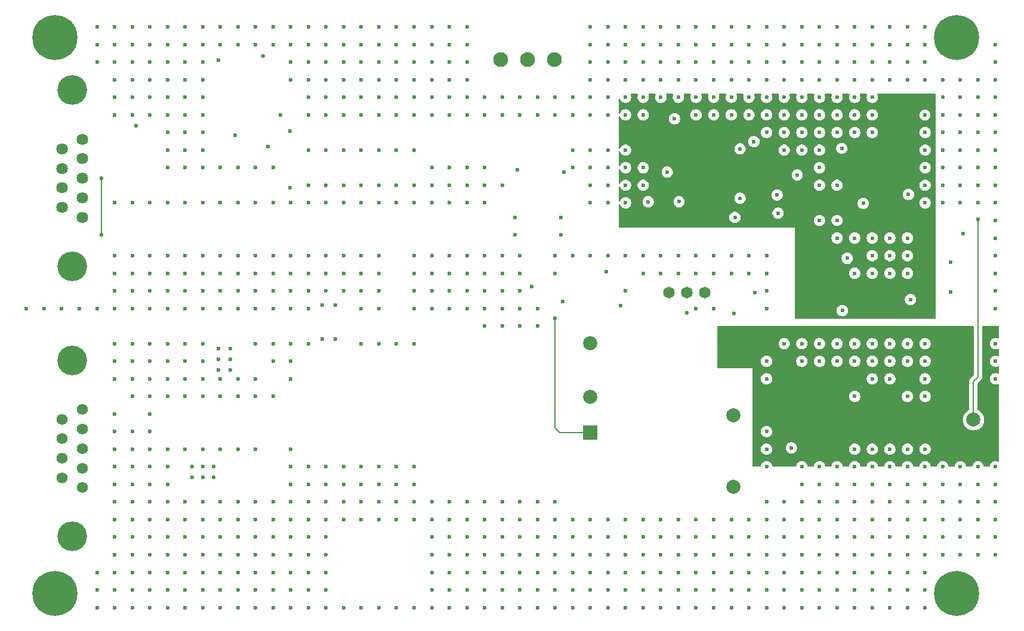
<source format=gbr>
%TF.GenerationSoftware,KiCad,Pcbnew,9.0.3*%
%TF.CreationDate,2025-09-16T13:04:12-04:00*%
%TF.ProjectId,CAEN_NEVIS_DAQ_12V,4341454e-5f4e-4455-9649-535f4441515f,rev?*%
%TF.SameCoordinates,Original*%
%TF.FileFunction,Copper,L4,Inr*%
%TF.FilePolarity,Positive*%
%FSLAX46Y46*%
G04 Gerber Fmt 4.6, Leading zero omitted, Abs format (unit mm)*
G04 Created by KiCad (PCBNEW 9.0.3) date 2025-09-16 13:04:12*
%MOMM*%
%LPD*%
G01*
G04 APERTURE LIST*
%TA.AperFunction,ComponentPad*%
%ADD10C,1.560000*%
%TD*%
%TA.AperFunction,ComponentPad*%
%ADD11C,4.216000*%
%TD*%
%TA.AperFunction,ComponentPad*%
%ADD12C,6.400000*%
%TD*%
%TA.AperFunction,ComponentPad*%
%ADD13C,1.650000*%
%TD*%
%TA.AperFunction,ComponentPad*%
%ADD14C,2.006600*%
%TD*%
%TA.AperFunction,ComponentPad*%
%ADD15C,2.209800*%
%TD*%
%TA.AperFunction,ComponentPad*%
%ADD16R,2.000000X2.000000*%
%TD*%
%TA.AperFunction,ComponentPad*%
%ADD17C,2.000000*%
%TD*%
%TA.AperFunction,ComponentPad*%
%ADD18C,1.635000*%
%TD*%
%TA.AperFunction,ComponentPad*%
%ADD19C,2.100000*%
%TD*%
%TA.AperFunction,ViaPad*%
%ADD20C,0.600000*%
%TD*%
%TA.AperFunction,Conductor*%
%ADD21C,0.200000*%
%TD*%
G04 APERTURE END LIST*
D10*
%TO.N,/V_SEC_RTN*%
%TO.C,J1*%
X82920000Y-96870000D03*
X82920000Y-99640000D03*
%TO.N,unconnected-(J1-Pad3)*%
X82920000Y-102410000D03*
%TO.N,/V_SEC_RTN*%
X82920000Y-105180000D03*
X82920000Y-107950000D03*
%TO.N,/V_SEC_IN*%
X80080000Y-98255000D03*
X80080000Y-101025000D03*
X80080000Y-103795000D03*
X80080000Y-106565000D03*
D11*
%TO.N,GNDPWR*%
X81500000Y-89910000D03*
X81500000Y-114910000D03*
%TD*%
D12*
%TO.N,GNDPWR*%
%TO.C,H4*%
X207000000Y-123000000D03*
%TD*%
D13*
%TO.N,Net-(J10-Pad1)*%
%TO.C,J10*%
X166190000Y-80240000D03*
%TO.N,Net-(U1-REMOTE)*%
X168730000Y-80240000D03*
%TO.N,Net-(J10-Pad3)*%
X171270000Y-80240000D03*
%TD*%
D14*
%TO.N,/P12V_OUT_*%
%TO.C,J4*%
X209360000Y-98310000D03*
D15*
%TO.N,/P12V_RTN*%
X211900000Y-95770000D03*
X206820000Y-95770000D03*
X206820000Y-100850000D03*
X211900000Y-100850000D03*
%TD*%
D12*
%TO.N,GNDPWR*%
%TO.C,H3*%
X79000000Y-123000000D03*
%TD*%
D16*
%TO.N,/Main_DCDC_Converter/V_SEC*%
%TO.C,U1*%
X154980000Y-100150000D03*
D17*
%TO.N,Net-(U1--VIN)*%
X154980000Y-95050000D03*
%TO.N,/P12V_OUT*%
X175280000Y-107850000D03*
%TO.N,/Main_DCDC_Converter/TRIM*%
X175280000Y-97650000D03*
%TO.N,/P12V_RTN*%
X175280000Y-87450000D03*
%TO.N,Net-(U1-REMOTE)*%
X154980000Y-87450000D03*
%TD*%
D12*
%TO.N,GNDPWR*%
%TO.C,H1*%
X79000000Y-44000000D03*
%TD*%
%TO.N,GNDPWR*%
%TO.C,H2*%
X207000000Y-44000000D03*
%TD*%
D18*
%TO.N,/TEMP_MON*%
%TO.C,J2*%
X82920000Y-69540000D03*
%TO.N,/V_TELEM_RTN*%
X82920000Y-66770000D03*
%TO.N,/P12V_I_MON*%
X82920000Y-64000000D03*
%TO.N,/V_TELEM_RTN*%
X82920000Y-61230000D03*
%TO.N,/ENABLE-*%
X82920000Y-58460000D03*
%TO.N,/V_TELEM_RTN*%
X80080000Y-68155000D03*
%TO.N,/P12V_V_MON*%
X80080000Y-65385000D03*
%TO.N,/V_TELEM_RTN*%
X80080000Y-62615000D03*
%TO.N,/ENABLE+*%
X80080000Y-59845000D03*
D11*
%TO.N,GNDPWR*%
X81500000Y-51500000D03*
X81500000Y-76500000D03*
%TD*%
D19*
%TO.N,/V_TELEM_IN*%
%TO.C,J3*%
X149890000Y-47150000D03*
%TO.N,/V_TELEM_RTN*%
X146080000Y-47150000D03*
%TO.N,/V_TELEM_IN*%
X142270000Y-47150000D03*
%TD*%
D20*
%TO.N,/Main_DCDC_Converter/V_SEC*%
X149990000Y-83870000D03*
X151120000Y-81490000D03*
%TO.N,/P12V_OUT*%
X183520000Y-102310000D03*
%TO.N,/P12V_RTN*%
X183540000Y-93140000D03*
%TO.N,/V_SEC_RTN*%
X195000000Y-105000000D03*
X125000000Y-105000000D03*
X112500000Y-122500000D03*
X145000000Y-112500000D03*
X197500000Y-102500000D03*
X200000000Y-90000000D03*
X95000000Y-87500000D03*
X135000000Y-120000000D03*
X202500000Y-117500000D03*
X97500000Y-102500000D03*
X102500000Y-120000000D03*
X165000000Y-120000000D03*
X97500000Y-90000000D03*
X137500000Y-115000000D03*
X167500000Y-125000000D03*
X132500000Y-80000000D03*
X180000000Y-75000000D03*
X97500000Y-95000000D03*
X197500000Y-112500000D03*
X95000000Y-115000000D03*
X180000000Y-90000000D03*
X170000000Y-117500000D03*
X100000000Y-102500000D03*
X177500000Y-115000000D03*
X117500000Y-110000000D03*
X197500000Y-107500000D03*
X95000000Y-105000000D03*
X172500000Y-77500000D03*
X142500000Y-115000000D03*
X90000000Y-122500000D03*
X207500000Y-117500000D03*
X135000000Y-80000000D03*
X95000000Y-125000000D03*
X200000000Y-112500000D03*
X112500000Y-110000000D03*
X200000000Y-87500000D03*
X95000000Y-102500000D03*
X87500000Y-97500000D03*
X132500000Y-82500000D03*
X130000000Y-107500000D03*
X135000000Y-117500000D03*
X200000000Y-120000000D03*
X98527500Y-105000000D03*
X160000000Y-122500000D03*
X90000000Y-105000000D03*
X110000000Y-90000000D03*
X182500000Y-87500000D03*
X118830000Y-86880000D03*
X127500000Y-105000000D03*
X105000000Y-125000000D03*
X147500000Y-117500000D03*
X170000000Y-120000000D03*
X155000000Y-122500000D03*
X182500000Y-112500000D03*
X97500000Y-117500000D03*
X87500000Y-102500000D03*
X185000000Y-115000000D03*
X180000000Y-110000000D03*
X202500000Y-110000000D03*
X117500000Y-122500000D03*
X142500000Y-85000000D03*
X87500000Y-112500000D03*
X207500000Y-115000000D03*
X190000000Y-110000000D03*
X180000000Y-80000000D03*
X205000000Y-107500000D03*
X202500000Y-125000000D03*
X120000000Y-112500000D03*
X200000000Y-95000000D03*
X212500000Y-107500000D03*
X192500000Y-115000000D03*
X185000000Y-105000000D03*
X92500000Y-105000000D03*
X185000000Y-90000000D03*
X90000000Y-125000000D03*
X165000000Y-115000000D03*
X107500000Y-87500000D03*
X112500000Y-107500000D03*
X175000000Y-112500000D03*
X197500000Y-125000000D03*
X170000000Y-75000000D03*
X170000000Y-115000000D03*
X175000000Y-117500000D03*
X115000000Y-112500000D03*
X165000000Y-77500000D03*
X95000000Y-110000000D03*
X212500000Y-110000000D03*
X177500000Y-77500000D03*
X120000000Y-107500000D03*
X140000000Y-115000000D03*
X160000000Y-112500000D03*
X195000000Y-92500000D03*
X202500000Y-112500000D03*
X107500000Y-102500000D03*
X210000000Y-105000000D03*
X190000000Y-120000000D03*
X107500000Y-95000000D03*
X147500000Y-110000000D03*
X140000000Y-122500000D03*
X127500000Y-125000000D03*
X115000000Y-122500000D03*
X190000000Y-125000000D03*
X87500000Y-110000000D03*
X210000000Y-110000000D03*
X147500000Y-125000000D03*
X137500000Y-120000000D03*
X112500000Y-125000000D03*
X103950000Y-91210000D03*
X135000000Y-82500000D03*
X112500000Y-112500000D03*
X105000000Y-92500000D03*
X195000000Y-90000000D03*
X195000000Y-102500000D03*
X102500000Y-125000000D03*
X132500000Y-122500000D03*
X90000000Y-90000000D03*
X145000000Y-77500000D03*
X95000000Y-120000000D03*
X145000000Y-120000000D03*
X85000000Y-120000000D03*
X132500000Y-117500000D03*
X105000000Y-112500000D03*
X150000000Y-77500000D03*
X140000000Y-80000000D03*
X92500000Y-117500000D03*
X110000000Y-120000000D03*
X142500000Y-112500000D03*
X180000000Y-92500000D03*
X150000000Y-125000000D03*
X180000000Y-77500000D03*
X107500000Y-122500000D03*
X107500000Y-110000000D03*
X190000000Y-107500000D03*
X137500000Y-122500000D03*
X200000000Y-117500000D03*
X142500000Y-117500000D03*
X192500000Y-95000000D03*
X197500000Y-117500000D03*
X117500000Y-117500000D03*
X155000000Y-115000000D03*
X145000000Y-75000000D03*
X207500000Y-105000000D03*
X150000000Y-75000000D03*
X92500000Y-102500000D03*
X152500000Y-125000000D03*
X152500000Y-120000000D03*
X182500000Y-110000000D03*
X140000000Y-85000000D03*
X115000000Y-115000000D03*
X172500000Y-122500000D03*
X95000000Y-112500000D03*
X145000000Y-85000000D03*
X120000000Y-105000000D03*
X102500000Y-102500000D03*
X100000000Y-90000000D03*
X87500000Y-115000000D03*
X177500000Y-125000000D03*
X103950000Y-89710000D03*
X135000000Y-112500000D03*
X192500000Y-87500000D03*
X172500000Y-115000000D03*
X95000000Y-90000000D03*
X192500000Y-120000000D03*
X102200000Y-88210000D03*
X192500000Y-122500000D03*
X175000000Y-122500000D03*
X195000000Y-125000000D03*
X100027500Y-106500000D03*
X147500000Y-122500000D03*
X190000000Y-115000000D03*
X87500000Y-90000000D03*
X105000000Y-110000000D03*
X147500000Y-82500000D03*
X145000000Y-110000000D03*
X100000000Y-112500000D03*
X115000000Y-105000000D03*
X142500000Y-125000000D03*
X105000000Y-117500000D03*
X122500000Y-107500000D03*
X142500000Y-122500000D03*
X197500000Y-90000000D03*
X122500000Y-110000000D03*
X187500000Y-105000000D03*
X145000000Y-125000000D03*
X162500000Y-75000000D03*
X117500000Y-105000000D03*
X210000000Y-112500000D03*
X205000000Y-105000000D03*
X182500000Y-122500000D03*
X185000000Y-112500000D03*
X95000000Y-117500000D03*
X210000000Y-115000000D03*
X170000000Y-77500000D03*
X147500000Y-112500000D03*
X150000000Y-120000000D03*
X202500000Y-102500000D03*
X165000000Y-117500000D03*
X87500000Y-105000000D03*
X142500000Y-75000000D03*
X117500000Y-125000000D03*
X101527500Y-105000000D03*
X110000000Y-110000000D03*
X147500000Y-120000000D03*
X92500000Y-107500000D03*
X187500000Y-120000000D03*
X212500000Y-105000000D03*
X110000000Y-87500000D03*
X180000000Y-102500000D03*
X170000000Y-122500000D03*
X102500000Y-110000000D03*
X187500000Y-125000000D03*
X92500000Y-92500000D03*
X187500000Y-117500000D03*
X135000000Y-122500000D03*
X105000000Y-95000000D03*
X180000000Y-117500000D03*
X125000000Y-110000000D03*
X100000000Y-120000000D03*
X115000000Y-107500000D03*
X175000000Y-120000000D03*
X90000000Y-92500000D03*
X130000000Y-77500000D03*
X85000000Y-122500000D03*
X202500000Y-92500000D03*
X167500000Y-112500000D03*
X177500000Y-75000000D03*
X182500000Y-117500000D03*
X97500000Y-125000000D03*
X95000000Y-92500000D03*
X112500000Y-115000000D03*
X182500000Y-115000000D03*
X192500000Y-117500000D03*
X140000000Y-112500000D03*
X90000000Y-120000000D03*
X197500000Y-87500000D03*
X130000000Y-87500000D03*
X137500000Y-125000000D03*
X192500000Y-90000000D03*
X192500000Y-107500000D03*
X160000000Y-120000000D03*
X140000000Y-125000000D03*
X160000000Y-80000000D03*
X87500000Y-122500000D03*
X87500000Y-117500000D03*
X92500000Y-97500000D03*
X140000000Y-117500000D03*
X147500000Y-85000000D03*
X192500000Y-105000000D03*
X102200000Y-89710000D03*
X155000000Y-120000000D03*
X202500000Y-120000000D03*
X100000000Y-110000000D03*
X87500000Y-92500000D03*
X167500000Y-75000000D03*
X187500000Y-110000000D03*
X105000000Y-120000000D03*
X127500000Y-110000000D03*
X152500000Y-115000000D03*
X172500000Y-125000000D03*
X132500000Y-110000000D03*
X97500000Y-110000000D03*
X175000000Y-115000000D03*
X100000000Y-125000000D03*
X212500000Y-90000000D03*
X92500000Y-112500000D03*
X92500000Y-100000000D03*
X200000000Y-110000000D03*
X140000000Y-120000000D03*
X97500000Y-87500000D03*
X152500000Y-122500000D03*
X115000000Y-110000000D03*
X177500000Y-117500000D03*
X87500000Y-87500000D03*
X87500000Y-120000000D03*
X122500000Y-125000000D03*
X122500000Y-105000000D03*
X112500000Y-90000000D03*
X167500000Y-77500000D03*
X185000000Y-110000000D03*
X180000000Y-112500000D03*
X125000000Y-112500000D03*
X170000000Y-112500000D03*
X160000000Y-125000000D03*
X157500000Y-117500000D03*
X155000000Y-75000000D03*
X192500000Y-125000000D03*
X175000000Y-75000000D03*
X185000000Y-107500000D03*
X172500000Y-117500000D03*
X160000000Y-75000000D03*
X90000000Y-102500000D03*
X127500000Y-112500000D03*
X210000000Y-107500000D03*
X130000000Y-112500000D03*
X162500000Y-125000000D03*
X157500000Y-75000000D03*
X155000000Y-117500000D03*
X200000000Y-107500000D03*
X100000000Y-117500000D03*
X165000000Y-112500000D03*
X182500000Y-125000000D03*
X122500000Y-112500000D03*
X102500000Y-122500000D03*
X142500000Y-77500000D03*
X137500000Y-117500000D03*
X125000000Y-87500000D03*
X90000000Y-117500000D03*
X205000000Y-112500000D03*
X101527500Y-106500000D03*
X170000000Y-82500000D03*
X140000000Y-77500000D03*
X165000000Y-75000000D03*
X172500000Y-75000000D03*
X110000000Y-95000000D03*
X190000000Y-122500000D03*
X92500000Y-110000000D03*
X152500000Y-75000000D03*
X202500000Y-115000000D03*
X202500000Y-90000000D03*
X92500000Y-125000000D03*
X115000000Y-87500000D03*
X157500000Y-125000000D03*
X159260000Y-82110000D03*
X160000000Y-115000000D03*
X98527500Y-106500000D03*
X167500000Y-122500000D03*
X207500000Y-112500000D03*
X107500000Y-120000000D03*
X180000000Y-120000000D03*
X132500000Y-115000000D03*
X130000000Y-125000000D03*
X127500000Y-107500000D03*
X122500000Y-87500000D03*
X185000000Y-117500000D03*
X100027500Y-105000000D03*
X202500000Y-87500000D03*
X135000000Y-110000000D03*
X190000000Y-90000000D03*
X187500000Y-112500000D03*
X117500000Y-115000000D03*
X180000000Y-115000000D03*
X165000000Y-122500000D03*
X87500000Y-100000000D03*
X155000000Y-112500000D03*
X100000000Y-95000000D03*
X190000000Y-105000000D03*
X145000000Y-117500000D03*
X105000000Y-115000000D03*
X125000000Y-107500000D03*
X192500000Y-112500000D03*
X195000000Y-112500000D03*
X177500000Y-120000000D03*
X197500000Y-105000000D03*
X175000000Y-125000000D03*
X142500000Y-120000000D03*
X92500000Y-87500000D03*
X130000000Y-105000000D03*
X97500000Y-122500000D03*
X172500000Y-112500000D03*
X117500000Y-120000000D03*
X150000000Y-112500000D03*
X212500000Y-117500000D03*
X97500000Y-112500000D03*
X155000000Y-125000000D03*
X132500000Y-120000000D03*
X152500000Y-112500000D03*
X135000000Y-75000000D03*
X195000000Y-115000000D03*
X157500000Y-122500000D03*
X132500000Y-125000000D03*
X100000000Y-87500000D03*
X110000000Y-112500000D03*
X180000000Y-122500000D03*
X95000000Y-107500000D03*
X110000000Y-122500000D03*
X102500000Y-117500000D03*
X190000000Y-87500000D03*
X157500000Y-112500000D03*
X195000000Y-87500000D03*
X110000000Y-117500000D03*
X172500000Y-120000000D03*
X112500000Y-117500000D03*
X115000000Y-120000000D03*
X170000000Y-125000000D03*
X185000000Y-122500000D03*
X102500000Y-112500000D03*
X200000000Y-102500000D03*
X197500000Y-120000000D03*
X145000000Y-80000000D03*
X187500000Y-90000000D03*
X102500000Y-115000000D03*
X172500000Y-82500000D03*
X103950000Y-88210000D03*
X100000000Y-115000000D03*
X140000000Y-110000000D03*
X190000000Y-112500000D03*
X180000000Y-105000000D03*
X87500000Y-107500000D03*
X130000000Y-110000000D03*
X200000000Y-115000000D03*
X97500000Y-120000000D03*
X107500000Y-92500000D03*
X117500000Y-112500000D03*
X137500000Y-110000000D03*
X205000000Y-110000000D03*
X112500000Y-105000000D03*
X200000000Y-125000000D03*
X107500000Y-112500000D03*
X100000000Y-122500000D03*
X117500000Y-107500000D03*
X162500000Y-112500000D03*
X160000000Y-117500000D03*
X135000000Y-115000000D03*
X95000000Y-122500000D03*
X205000000Y-117500000D03*
X195000000Y-107500000D03*
X102500000Y-92500000D03*
X190000000Y-117500000D03*
X212500000Y-112500000D03*
X145000000Y-122500000D03*
X210000000Y-117500000D03*
X175000000Y-77500000D03*
X197500000Y-110000000D03*
X146670000Y-79410000D03*
X127500000Y-87500000D03*
X102200000Y-91210000D03*
X212500000Y-87500000D03*
X97500000Y-92500000D03*
X110000000Y-125000000D03*
X92500000Y-120000000D03*
X187500000Y-115000000D03*
X92500000Y-95000000D03*
X145000000Y-115000000D03*
X202500000Y-107500000D03*
X200000000Y-122500000D03*
X202500000Y-95000000D03*
X90000000Y-107500000D03*
X116930000Y-86880000D03*
X197500000Y-92500000D03*
X162500000Y-117500000D03*
X112500000Y-102500000D03*
X105000000Y-102500000D03*
X207500000Y-110000000D03*
X150000000Y-110000000D03*
X90000000Y-112500000D03*
X137500000Y-82500000D03*
X142500000Y-110000000D03*
X177500000Y-122500000D03*
X162500000Y-77500000D03*
X112500000Y-87500000D03*
X157500000Y-115000000D03*
X212500000Y-115000000D03*
X137500000Y-80000000D03*
X205000000Y-115000000D03*
X137500000Y-112500000D03*
X130000000Y-82500000D03*
X132500000Y-112500000D03*
X92500000Y-90000000D03*
X212500000Y-92500000D03*
X130000000Y-75000000D03*
X180000000Y-82500000D03*
X107500000Y-125000000D03*
X90000000Y-95000000D03*
X90000000Y-115000000D03*
X112500000Y-92500000D03*
X195000000Y-120000000D03*
X182500000Y-120000000D03*
X150000000Y-115000000D03*
X162500000Y-120000000D03*
X185000000Y-120000000D03*
X135000000Y-125000000D03*
X202500000Y-122500000D03*
X107500000Y-117500000D03*
X97500000Y-115000000D03*
X197500000Y-115000000D03*
X130000000Y-80000000D03*
X115000000Y-125000000D03*
X100000000Y-92500000D03*
X120000000Y-110000000D03*
X142500000Y-80000000D03*
X115000000Y-117500000D03*
X162500000Y-122500000D03*
X125000000Y-125000000D03*
X90000000Y-87500000D03*
X120000000Y-125000000D03*
X207500000Y-107500000D03*
X187500000Y-87500000D03*
X180000000Y-125000000D03*
X145000000Y-82500000D03*
X110000000Y-115000000D03*
X180000000Y-100000000D03*
X167500000Y-120000000D03*
X132500000Y-75000000D03*
X192500000Y-102500000D03*
X165000000Y-125000000D03*
X140000000Y-82500000D03*
X195000000Y-110000000D03*
X92500000Y-122500000D03*
X92500000Y-115000000D03*
X90000000Y-100000000D03*
X112500000Y-120000000D03*
X137500000Y-75000000D03*
X150000000Y-122500000D03*
X187500000Y-122500000D03*
X187500000Y-107500000D03*
X135000000Y-77500000D03*
X90000000Y-110000000D03*
X162500000Y-115000000D03*
X185000000Y-87500000D03*
X197500000Y-122500000D03*
X107500000Y-115000000D03*
X195000000Y-117500000D03*
X137500000Y-77500000D03*
X102500000Y-95000000D03*
X105000000Y-122500000D03*
X178380000Y-80220000D03*
X167500000Y-117500000D03*
X167500000Y-115000000D03*
X87500000Y-125000000D03*
X185000000Y-125000000D03*
X202500000Y-105000000D03*
X140000000Y-75000000D03*
X150000000Y-117500000D03*
X147500000Y-115000000D03*
X157500000Y-120000000D03*
X177500000Y-112500000D03*
X132500000Y-77500000D03*
X200000000Y-105000000D03*
X85000000Y-125000000D03*
X152500000Y-117500000D03*
X142500000Y-82500000D03*
X192500000Y-110000000D03*
X95000000Y-95000000D03*
X195000000Y-122500000D03*
%TO.N,GNDPWR*%
X175355000Y-83250000D03*
%TO.N,/V_TELEM_RTN*%
X116930000Y-82030000D03*
X115000000Y-77500000D03*
X160000000Y-65000000D03*
X145000000Y-52500000D03*
X180000000Y-52500000D03*
X87500000Y-52500000D03*
X95000000Y-82500000D03*
X92500000Y-80000000D03*
X87500000Y-45000000D03*
X212500000Y-82500000D03*
X202500000Y-50000000D03*
X137500000Y-55000000D03*
X192500000Y-50000000D03*
X175000000Y-50000000D03*
X90000000Y-42500000D03*
X155000000Y-45000000D03*
X157500000Y-55000000D03*
X112500000Y-42500000D03*
X132500000Y-47500000D03*
X105000000Y-62500000D03*
X190000000Y-50000000D03*
X187500000Y-50000000D03*
X125000000Y-45000000D03*
X207500000Y-52500000D03*
X130000000Y-60000000D03*
X120000000Y-52500000D03*
X122500000Y-75000000D03*
X95000000Y-75000000D03*
X180000000Y-55000000D03*
X110000000Y-67500000D03*
X202500000Y-42500000D03*
X162500000Y-47500000D03*
X212500000Y-47500000D03*
X202471400Y-55012500D03*
X137500000Y-62500000D03*
X185000000Y-50000000D03*
X137500000Y-65000000D03*
X167500000Y-47500000D03*
X100000000Y-50000000D03*
X135000000Y-47500000D03*
X105000000Y-82500000D03*
X207500000Y-60000000D03*
X200000000Y-77500000D03*
X147500000Y-52500000D03*
X155000000Y-47500000D03*
X165906200Y-63115000D03*
X122500000Y-82500000D03*
X195000000Y-52500000D03*
X118840000Y-82040000D03*
X100000000Y-67500000D03*
X167500000Y-42500000D03*
X125000000Y-52500000D03*
X157500000Y-52500000D03*
X117500000Y-65000000D03*
X212500000Y-67500000D03*
X175000000Y-52500000D03*
X210000000Y-65000000D03*
X120000000Y-67500000D03*
X205000000Y-50000000D03*
X197500000Y-42500000D03*
X160000000Y-42500000D03*
X197500000Y-47500000D03*
X100000000Y-62500000D03*
X127500000Y-55000000D03*
X97500000Y-75000000D03*
X140000000Y-67500000D03*
X205000000Y-65000000D03*
X102500000Y-77500000D03*
X166926200Y-55545000D03*
X90000000Y-75000000D03*
X87500000Y-67500000D03*
X117500000Y-50000000D03*
X90000000Y-80000000D03*
X200420000Y-81240000D03*
X191450000Y-75370000D03*
X212500000Y-77500000D03*
X137500000Y-50000000D03*
X95000000Y-67500000D03*
X160000000Y-60000000D03*
X200000000Y-75000000D03*
X187500000Y-60000000D03*
X170000000Y-45000000D03*
X197500000Y-77500000D03*
X80000000Y-82500000D03*
X115000000Y-65000000D03*
X162500000Y-42500000D03*
X210000000Y-62500000D03*
X205000000Y-67500000D03*
X192500000Y-47500000D03*
X187500000Y-62500000D03*
X117500000Y-80000000D03*
X110000000Y-75000000D03*
X190000000Y-52500000D03*
X205000000Y-55000000D03*
X192500000Y-72500000D03*
X155000000Y-62500000D03*
X110000000Y-45000000D03*
X178210000Y-58800000D03*
X155000000Y-52500000D03*
X102500000Y-82500000D03*
X182500000Y-42500000D03*
X182500000Y-45000000D03*
X177500000Y-47500000D03*
X97500000Y-60000000D03*
X157500000Y-60000000D03*
X122500000Y-55000000D03*
X207500000Y-57500000D03*
X127500000Y-45000000D03*
X210000000Y-52500000D03*
X190000000Y-57500000D03*
X212500000Y-65000000D03*
X135000000Y-45000000D03*
X120000000Y-45000000D03*
X145000000Y-55000000D03*
X205000000Y-60000000D03*
X135000000Y-50000000D03*
X112500000Y-50000000D03*
X120000000Y-50000000D03*
X135000000Y-67500000D03*
X95000000Y-57500000D03*
X162500000Y-62500000D03*
X167500000Y-45000000D03*
X182500000Y-52500000D03*
X120000000Y-47500000D03*
X197500000Y-50000000D03*
X97500000Y-47500000D03*
X115000000Y-45000000D03*
X200000000Y-42500000D03*
X185000000Y-60000000D03*
X210000000Y-67500000D03*
X190000000Y-47500000D03*
X125000000Y-55000000D03*
X165000000Y-47500000D03*
X112500000Y-77500000D03*
X165000000Y-45000000D03*
X95000000Y-55000000D03*
X110000000Y-82500000D03*
X172500000Y-50000000D03*
X190000000Y-72500000D03*
X182500000Y-50000000D03*
X187500000Y-65000000D03*
X92500000Y-67500000D03*
X85000000Y-42500000D03*
X95000000Y-52500000D03*
X85000000Y-82500000D03*
X160000000Y-62500000D03*
X90000000Y-55000000D03*
X102500000Y-80000000D03*
X175000000Y-45000000D03*
X142500000Y-52500000D03*
X112500000Y-45000000D03*
X207500000Y-65000000D03*
X100000000Y-60000000D03*
X152500000Y-55000000D03*
X130000000Y-45000000D03*
X175000000Y-42500000D03*
X105000000Y-45000000D03*
X97500000Y-50000000D03*
X97500000Y-77500000D03*
X140000000Y-52500000D03*
X212500000Y-72500000D03*
X107500000Y-75000000D03*
X182500000Y-57500000D03*
X82500000Y-82500000D03*
X135000000Y-42500000D03*
X181490000Y-66370000D03*
X115000000Y-75000000D03*
X180000000Y-47500000D03*
X125000000Y-47500000D03*
X100000000Y-42500000D03*
X87500000Y-50000000D03*
X120000000Y-55000000D03*
X115000000Y-50000000D03*
X130000000Y-67500000D03*
X92500000Y-47500000D03*
X165000000Y-50000000D03*
X125000000Y-77500000D03*
X100000000Y-52500000D03*
X192500000Y-77500000D03*
X200000000Y-45000000D03*
X190000000Y-55000000D03*
X160000000Y-55000000D03*
X190750000Y-82800000D03*
X195000000Y-45000000D03*
X132500000Y-62500000D03*
X95000000Y-62500000D03*
X205000000Y-57500000D03*
X100000000Y-45000000D03*
X87500000Y-80000000D03*
X212500000Y-75000000D03*
X165000000Y-42500000D03*
X157500000Y-67500000D03*
X157500000Y-65000000D03*
X180000000Y-45000000D03*
X130000000Y-42500000D03*
X202500000Y-47500000D03*
X185000000Y-47500000D03*
X112500000Y-75000000D03*
X97500000Y-82500000D03*
X155000000Y-50000000D03*
X195000000Y-42500000D03*
X102500000Y-45000000D03*
X130000000Y-50000000D03*
X122500000Y-67500000D03*
X97500000Y-55000000D03*
X205000000Y-52500000D03*
X212500000Y-45000000D03*
X182500000Y-55000000D03*
X92500000Y-52500000D03*
X142500000Y-65000000D03*
X117500000Y-67500000D03*
X202500000Y-57500000D03*
X185000000Y-45000000D03*
X170000000Y-47500000D03*
X75000000Y-82500000D03*
X172500000Y-52500000D03*
X117500000Y-60000000D03*
X110000000Y-62500000D03*
X135000000Y-52500000D03*
X195000000Y-72500000D03*
X90000000Y-45000000D03*
X117500000Y-75000000D03*
X100000000Y-75000000D03*
X92500000Y-42500000D03*
X160000000Y-52500000D03*
X122500000Y-65000000D03*
X187500000Y-45000000D03*
X111068500Y-55000000D03*
X140000000Y-62500000D03*
X122500000Y-45000000D03*
X127500000Y-65000000D03*
X122500000Y-42500000D03*
X207500000Y-62500000D03*
X155000000Y-42500000D03*
X167500000Y-52500000D03*
X212500000Y-52500000D03*
X197500000Y-75000000D03*
X100000000Y-80000000D03*
X177500000Y-45000000D03*
X125000000Y-80000000D03*
X97500000Y-67500000D03*
X157500000Y-47500000D03*
X100000000Y-77500000D03*
X112500000Y-67500000D03*
X110000000Y-80000000D03*
X177500000Y-55000000D03*
X197500000Y-45000000D03*
X107500000Y-62500000D03*
X102500000Y-67500000D03*
X87500000Y-47500000D03*
X210000000Y-50000000D03*
X170000000Y-52500000D03*
X117500000Y-47500000D03*
X187500000Y-55000000D03*
X132500000Y-65000000D03*
X170000000Y-50000000D03*
X165000000Y-52500000D03*
X195000000Y-47500000D03*
X100000000Y-82500000D03*
X77500000Y-82500000D03*
X122500000Y-60000000D03*
X110000000Y-77500000D03*
X92500000Y-55000000D03*
X100000000Y-47500000D03*
X115000000Y-42500000D03*
X210000000Y-55000000D03*
X127500000Y-52500000D03*
X95000000Y-50000000D03*
X212500000Y-57500000D03*
X167500000Y-50000000D03*
X125000000Y-75000000D03*
X172500000Y-45000000D03*
X135000000Y-55000000D03*
X135000000Y-65000000D03*
X132500000Y-52500000D03*
X95000000Y-42500000D03*
X107500000Y-82500000D03*
X95000000Y-45000000D03*
X87500000Y-55000000D03*
X193731400Y-67562500D03*
X192500000Y-45000000D03*
X117500000Y-45000000D03*
X122500000Y-80000000D03*
X125000000Y-67500000D03*
X127500000Y-50000000D03*
X155000000Y-55000000D03*
X155000000Y-65000000D03*
X115000000Y-47500000D03*
X212500000Y-55000000D03*
X170000000Y-55000000D03*
X144620000Y-62840000D03*
X107500000Y-80000000D03*
X115000000Y-55000000D03*
X160000000Y-47500000D03*
X212500000Y-60000000D03*
X105000000Y-67500000D03*
X105000000Y-77500000D03*
X117500000Y-55000000D03*
X162500000Y-50000000D03*
X212500000Y-50000000D03*
X109220000Y-59540000D03*
X102500000Y-42500000D03*
X125000000Y-82500000D03*
X87500000Y-75000000D03*
X207500000Y-67500000D03*
X107500000Y-67500000D03*
X122500000Y-47500000D03*
X95000000Y-80000000D03*
X162500000Y-52500000D03*
X185000000Y-57500000D03*
X212500000Y-70000000D03*
X200000000Y-50000000D03*
X115000000Y-82500000D03*
X137500000Y-52500000D03*
X125000000Y-50000000D03*
X97500000Y-42500000D03*
X172500000Y-42500000D03*
X192500000Y-55000000D03*
X115000000Y-60000000D03*
X120000000Y-75000000D03*
X152500000Y-62500000D03*
X102500000Y-75000000D03*
X195000000Y-75000000D03*
X187500000Y-70000000D03*
X92500000Y-50000000D03*
X202500000Y-65000000D03*
X177500000Y-50000000D03*
X95000000Y-77500000D03*
X180000000Y-42500000D03*
X90000000Y-52500000D03*
X175000000Y-55000000D03*
X192500000Y-52500000D03*
X157500000Y-45000000D03*
X125000000Y-65000000D03*
X90000000Y-82500000D03*
X117500000Y-42500000D03*
X130000000Y-55000000D03*
X115000000Y-80000000D03*
X132500000Y-45000000D03*
X170000000Y-42500000D03*
X192500000Y-57500000D03*
X92500000Y-77500000D03*
X212500000Y-80000000D03*
X125000000Y-42500000D03*
X192500000Y-42500000D03*
X187500000Y-42500000D03*
X187500000Y-47500000D03*
X190671400Y-59752500D03*
X127500000Y-42500000D03*
X90000000Y-77500000D03*
X105000000Y-80000000D03*
X97500000Y-80000000D03*
X162500000Y-55000000D03*
X187500000Y-52500000D03*
X157500000Y-42500000D03*
X132500000Y-42500000D03*
X95000000Y-60000000D03*
X132500000Y-55000000D03*
X90550000Y-56500000D03*
X162500000Y-45000000D03*
X150000000Y-55000000D03*
X162500000Y-65000000D03*
X155000000Y-60000000D03*
X163210000Y-67340000D03*
X190000000Y-45000000D03*
X200000000Y-72500000D03*
X190000000Y-42500000D03*
X102500000Y-62500000D03*
X190000000Y-65000000D03*
X107500000Y-45000000D03*
X130000000Y-52500000D03*
X212500000Y-62500000D03*
X120000000Y-42500000D03*
X195000000Y-77500000D03*
X185000000Y-52500000D03*
X172500000Y-47500000D03*
X177500000Y-52500000D03*
X157500000Y-62500000D03*
X97500000Y-62500000D03*
X207500000Y-55000000D03*
X127500000Y-67500000D03*
X195000000Y-55000000D03*
X180000000Y-57500000D03*
X177500000Y-42500000D03*
X137500000Y-42500000D03*
X120000000Y-60000000D03*
X130000000Y-65000000D03*
X137500000Y-45000000D03*
X185000000Y-55000000D03*
X157500000Y-50000000D03*
X85000000Y-45000000D03*
X155000000Y-67500000D03*
X142500000Y-55000000D03*
X182500000Y-60000000D03*
X202500000Y-67500000D03*
X92500000Y-82500000D03*
X187500000Y-57500000D03*
X97500000Y-52500000D03*
X132500000Y-67500000D03*
X160000000Y-45000000D03*
X122500000Y-52500000D03*
X210000000Y-57500000D03*
X175510000Y-69570000D03*
X105000000Y-75000000D03*
X152500000Y-52500000D03*
X207500000Y-50000000D03*
X210000000Y-60000000D03*
X150000000Y-52500000D03*
X160000000Y-50000000D03*
X97500000Y-45000000D03*
X92500000Y-75000000D03*
X107500000Y-77500000D03*
X190000000Y-70000000D03*
X107500000Y-42500000D03*
X200000000Y-47500000D03*
X140000000Y-65000000D03*
X115000000Y-52500000D03*
X132500000Y-50000000D03*
X202500000Y-62500000D03*
X172500000Y-55000000D03*
X137500000Y-67500000D03*
X130000000Y-47500000D03*
X202500000Y-60000000D03*
X197500000Y-72500000D03*
X195000000Y-50000000D03*
X105000000Y-42500000D03*
X90000000Y-50000000D03*
X117500000Y-77500000D03*
X92500000Y-45000000D03*
X120000000Y-80000000D03*
X185000000Y-42500000D03*
X127500000Y-47500000D03*
X140000000Y-55000000D03*
X180000000Y-50000000D03*
X112500000Y-82500000D03*
X120000000Y-77500000D03*
X137500000Y-47500000D03*
X108598500Y-46660000D03*
X112500000Y-47500000D03*
X182500000Y-47500000D03*
X195000000Y-57500000D03*
X90000000Y-47500000D03*
X100000000Y-55000000D03*
X122500000Y-77500000D03*
X87500000Y-77500000D03*
X120000000Y-65000000D03*
X202500000Y-45000000D03*
X147500000Y-55000000D03*
X115000000Y-67500000D03*
X127500000Y-60000000D03*
X85000000Y-47500000D03*
X135000000Y-62500000D03*
X205000000Y-62500000D03*
X87500000Y-42500000D03*
X112500000Y-80000000D03*
X90000000Y-67500000D03*
X100000000Y-57500000D03*
X87500000Y-82500000D03*
X175000000Y-47500000D03*
X95000000Y-47500000D03*
X117500000Y-52500000D03*
X160000000Y-67500000D03*
X122500000Y-50000000D03*
X125000000Y-60000000D03*
X97500000Y-57500000D03*
X152500000Y-60000000D03*
X110000000Y-42500000D03*
%TO.N,/V_TELEM_IN*%
X151230000Y-63170000D03*
X207910000Y-71880000D03*
X102248500Y-47230000D03*
X200141400Y-66290000D03*
X181640000Y-68960000D03*
%TO.N,/Enable_Block/3p3V*%
X104588500Y-57910000D03*
%TO.N,/Telemetry_Schematic/3p3V*%
X197830000Y-56502500D03*
X190750000Y-79680000D03*
X175120000Y-58810000D03*
%TO.N,Net-(U6B-B_OUT)*%
X176230000Y-59830000D03*
X176230000Y-66850000D03*
%TO.N,/P12V_OUT_*%
X210000000Y-69810000D03*
X167590000Y-67330000D03*
%TO.N,Net-(J10-Pad1)*%
X157290000Y-77300000D03*
%TO.N,Net-(U1-REMOTE)*%
X168720000Y-83110000D03*
%TO.N,/P12V_I_MON*%
X150790000Y-72060000D03*
X85630000Y-64000000D03*
X144320000Y-72060000D03*
X85630000Y-72070000D03*
%TO.N,/P12V_V_MON*%
X112370000Y-65340000D03*
X112370000Y-57300000D03*
%TO.N,/Telemetry_Schematic/TEMP*%
X184354579Y-63542511D03*
%TO.N,/TEMP_MON*%
X150820000Y-69550000D03*
X144340000Y-69560000D03*
%TO.N,Net-(LED1-Pad2)*%
X206100000Y-75910000D03*
%TO.N,Net-(LED1-Pad1)*%
X206100000Y-80200000D03*
%TD*%
D21*
%TO.N,/Main_DCDC_Converter/V_SEC*%
X150640000Y-100150000D02*
X154980000Y-100150000D01*
X149990000Y-83870000D02*
X149990000Y-99500000D01*
X149990000Y-99500000D02*
X150640000Y-100150000D01*
%TO.N,/P12V_OUT_*%
X210000000Y-69810000D02*
X210000000Y-92240000D01*
X209360000Y-92880000D02*
X209360000Y-98310000D01*
X210000000Y-98287000D02*
X210043000Y-98330000D01*
X210000000Y-92240000D02*
X209360000Y-92880000D01*
%TO.N,/P12V_I_MON*%
X85630000Y-72070000D02*
X85630000Y-64000000D01*
%TD*%
%TA.AperFunction,Conductor*%
%TO.N,/Telemetry_Schematic/3p3V*%
G36*
X161722112Y-52019685D02*
G01*
X161767867Y-52072489D01*
X161777811Y-52141647D01*
X161769634Y-52171453D01*
X161730263Y-52266502D01*
X161730261Y-52266510D01*
X161699500Y-52421153D01*
X161699500Y-52578846D01*
X161730261Y-52733489D01*
X161730264Y-52733501D01*
X161790602Y-52879172D01*
X161790609Y-52879185D01*
X161878210Y-53010288D01*
X161878213Y-53010292D01*
X161989707Y-53121786D01*
X161989711Y-53121789D01*
X162120814Y-53209390D01*
X162120827Y-53209397D01*
X162266498Y-53269735D01*
X162266503Y-53269737D01*
X162421153Y-53300499D01*
X162421156Y-53300500D01*
X162421158Y-53300500D01*
X162578844Y-53300500D01*
X162578845Y-53300499D01*
X162733497Y-53269737D01*
X162879179Y-53209394D01*
X163010289Y-53121789D01*
X163121789Y-53010289D01*
X163209394Y-52879179D01*
X163269737Y-52733497D01*
X163300500Y-52578842D01*
X163300500Y-52421158D01*
X163300500Y-52421155D01*
X163300499Y-52421153D01*
X163269738Y-52266510D01*
X163269737Y-52266503D01*
X163230365Y-52171452D01*
X163222897Y-52101983D01*
X163254172Y-52039504D01*
X163314261Y-52003852D01*
X163344927Y-52000000D01*
X164155073Y-52000000D01*
X164222112Y-52019685D01*
X164267867Y-52072489D01*
X164277811Y-52141647D01*
X164269634Y-52171453D01*
X164230263Y-52266502D01*
X164230261Y-52266510D01*
X164199500Y-52421153D01*
X164199500Y-52578846D01*
X164230261Y-52733489D01*
X164230264Y-52733501D01*
X164290602Y-52879172D01*
X164290609Y-52879185D01*
X164378210Y-53010288D01*
X164378213Y-53010292D01*
X164489707Y-53121786D01*
X164489711Y-53121789D01*
X164620814Y-53209390D01*
X164620827Y-53209397D01*
X164766498Y-53269735D01*
X164766503Y-53269737D01*
X164921153Y-53300499D01*
X164921156Y-53300500D01*
X164921158Y-53300500D01*
X165078844Y-53300500D01*
X165078845Y-53300499D01*
X165233497Y-53269737D01*
X165379179Y-53209394D01*
X165510289Y-53121789D01*
X165621789Y-53010289D01*
X165709394Y-52879179D01*
X165769737Y-52733497D01*
X165800500Y-52578842D01*
X165800500Y-52421158D01*
X165800500Y-52421155D01*
X165800499Y-52421153D01*
X165769738Y-52266510D01*
X165769737Y-52266503D01*
X165730365Y-52171452D01*
X165722897Y-52101983D01*
X165754172Y-52039504D01*
X165814261Y-52003852D01*
X165844927Y-52000000D01*
X166655073Y-52000000D01*
X166722112Y-52019685D01*
X166767867Y-52072489D01*
X166777811Y-52141647D01*
X166769634Y-52171453D01*
X166730263Y-52266502D01*
X166730261Y-52266510D01*
X166699500Y-52421153D01*
X166699500Y-52578846D01*
X166730261Y-52733489D01*
X166730264Y-52733501D01*
X166790602Y-52879172D01*
X166790609Y-52879185D01*
X166878210Y-53010288D01*
X166878213Y-53010292D01*
X166989707Y-53121786D01*
X166989711Y-53121789D01*
X167120814Y-53209390D01*
X167120827Y-53209397D01*
X167266498Y-53269735D01*
X167266503Y-53269737D01*
X167421153Y-53300499D01*
X167421156Y-53300500D01*
X167421158Y-53300500D01*
X167578844Y-53300500D01*
X167578845Y-53300499D01*
X167733497Y-53269737D01*
X167879179Y-53209394D01*
X168010289Y-53121789D01*
X168121789Y-53010289D01*
X168209394Y-52879179D01*
X168269737Y-52733497D01*
X168300500Y-52578842D01*
X168300500Y-52421158D01*
X168300500Y-52421155D01*
X168300499Y-52421153D01*
X168269738Y-52266510D01*
X168269737Y-52266503D01*
X168230365Y-52171452D01*
X168222897Y-52101983D01*
X168254172Y-52039504D01*
X168314261Y-52003852D01*
X168344927Y-52000000D01*
X169155073Y-52000000D01*
X169222112Y-52019685D01*
X169267867Y-52072489D01*
X169277811Y-52141647D01*
X169269634Y-52171453D01*
X169230263Y-52266502D01*
X169230261Y-52266510D01*
X169199500Y-52421153D01*
X169199500Y-52578846D01*
X169230261Y-52733489D01*
X169230264Y-52733501D01*
X169290602Y-52879172D01*
X169290609Y-52879185D01*
X169378210Y-53010288D01*
X169378213Y-53010292D01*
X169489707Y-53121786D01*
X169489711Y-53121789D01*
X169620814Y-53209390D01*
X169620827Y-53209397D01*
X169766498Y-53269735D01*
X169766503Y-53269737D01*
X169921153Y-53300499D01*
X169921156Y-53300500D01*
X169921158Y-53300500D01*
X170078844Y-53300500D01*
X170078845Y-53300499D01*
X170233497Y-53269737D01*
X170379179Y-53209394D01*
X170510289Y-53121789D01*
X170621789Y-53010289D01*
X170709394Y-52879179D01*
X170769737Y-52733497D01*
X170800500Y-52578842D01*
X170800500Y-52421158D01*
X170800500Y-52421155D01*
X170800499Y-52421153D01*
X170769738Y-52266510D01*
X170769737Y-52266503D01*
X170730365Y-52171452D01*
X170722897Y-52101983D01*
X170754172Y-52039504D01*
X170814261Y-52003852D01*
X170844927Y-52000000D01*
X171655073Y-52000000D01*
X171722112Y-52019685D01*
X171767867Y-52072489D01*
X171777811Y-52141647D01*
X171769634Y-52171453D01*
X171730263Y-52266502D01*
X171730261Y-52266510D01*
X171699500Y-52421153D01*
X171699500Y-52578846D01*
X171730261Y-52733489D01*
X171730264Y-52733501D01*
X171790602Y-52879172D01*
X171790609Y-52879185D01*
X171878210Y-53010288D01*
X171878213Y-53010292D01*
X171989707Y-53121786D01*
X171989711Y-53121789D01*
X172120814Y-53209390D01*
X172120827Y-53209397D01*
X172266498Y-53269735D01*
X172266503Y-53269737D01*
X172421153Y-53300499D01*
X172421156Y-53300500D01*
X172421158Y-53300500D01*
X172578844Y-53300500D01*
X172578845Y-53300499D01*
X172733497Y-53269737D01*
X172879179Y-53209394D01*
X173010289Y-53121789D01*
X173121789Y-53010289D01*
X173209394Y-52879179D01*
X173269737Y-52733497D01*
X173300500Y-52578842D01*
X173300500Y-52421158D01*
X173300500Y-52421155D01*
X173300499Y-52421153D01*
X173269738Y-52266510D01*
X173269737Y-52266503D01*
X173230365Y-52171452D01*
X173222897Y-52101983D01*
X173254172Y-52039504D01*
X173314261Y-52003852D01*
X173344927Y-52000000D01*
X174155073Y-52000000D01*
X174222112Y-52019685D01*
X174267867Y-52072489D01*
X174277811Y-52141647D01*
X174269634Y-52171453D01*
X174230263Y-52266502D01*
X174230261Y-52266510D01*
X174199500Y-52421153D01*
X174199500Y-52578846D01*
X174230261Y-52733489D01*
X174230264Y-52733501D01*
X174290602Y-52879172D01*
X174290609Y-52879185D01*
X174378210Y-53010288D01*
X174378213Y-53010292D01*
X174489707Y-53121786D01*
X174489711Y-53121789D01*
X174620814Y-53209390D01*
X174620827Y-53209397D01*
X174766498Y-53269735D01*
X174766503Y-53269737D01*
X174921153Y-53300499D01*
X174921156Y-53300500D01*
X174921158Y-53300500D01*
X175078844Y-53300500D01*
X175078845Y-53300499D01*
X175233497Y-53269737D01*
X175379179Y-53209394D01*
X175510289Y-53121789D01*
X175621789Y-53010289D01*
X175709394Y-52879179D01*
X175769737Y-52733497D01*
X175800500Y-52578842D01*
X175800500Y-52421158D01*
X175800500Y-52421155D01*
X175800499Y-52421153D01*
X175769738Y-52266510D01*
X175769737Y-52266503D01*
X175730365Y-52171452D01*
X175722897Y-52101983D01*
X175754172Y-52039504D01*
X175814261Y-52003852D01*
X175844927Y-52000000D01*
X176655073Y-52000000D01*
X176722112Y-52019685D01*
X176767867Y-52072489D01*
X176777811Y-52141647D01*
X176769634Y-52171453D01*
X176730263Y-52266502D01*
X176730261Y-52266510D01*
X176699500Y-52421153D01*
X176699500Y-52578846D01*
X176730261Y-52733489D01*
X176730264Y-52733501D01*
X176790602Y-52879172D01*
X176790609Y-52879185D01*
X176878210Y-53010288D01*
X176878213Y-53010292D01*
X176989707Y-53121786D01*
X176989711Y-53121789D01*
X177120814Y-53209390D01*
X177120827Y-53209397D01*
X177266498Y-53269735D01*
X177266503Y-53269737D01*
X177421153Y-53300499D01*
X177421156Y-53300500D01*
X177421158Y-53300500D01*
X177578844Y-53300500D01*
X177578845Y-53300499D01*
X177733497Y-53269737D01*
X177879179Y-53209394D01*
X178010289Y-53121789D01*
X178121789Y-53010289D01*
X178209394Y-52879179D01*
X178269737Y-52733497D01*
X178300500Y-52578842D01*
X178300500Y-52421158D01*
X178300500Y-52421155D01*
X178300499Y-52421153D01*
X178269738Y-52266510D01*
X178269737Y-52266503D01*
X178230365Y-52171452D01*
X178222897Y-52101983D01*
X178254172Y-52039504D01*
X178314261Y-52003852D01*
X178344927Y-52000000D01*
X179155073Y-52000000D01*
X179222112Y-52019685D01*
X179267867Y-52072489D01*
X179277811Y-52141647D01*
X179269634Y-52171453D01*
X179230263Y-52266502D01*
X179230261Y-52266510D01*
X179199500Y-52421153D01*
X179199500Y-52578846D01*
X179230261Y-52733489D01*
X179230264Y-52733501D01*
X179290602Y-52879172D01*
X179290609Y-52879185D01*
X179378210Y-53010288D01*
X179378213Y-53010292D01*
X179489707Y-53121786D01*
X179489711Y-53121789D01*
X179620814Y-53209390D01*
X179620827Y-53209397D01*
X179766498Y-53269735D01*
X179766503Y-53269737D01*
X179921153Y-53300499D01*
X179921156Y-53300500D01*
X179921158Y-53300500D01*
X180078844Y-53300500D01*
X180078845Y-53300499D01*
X180233497Y-53269737D01*
X180379179Y-53209394D01*
X180510289Y-53121789D01*
X180621789Y-53010289D01*
X180709394Y-52879179D01*
X180769737Y-52733497D01*
X180800500Y-52578842D01*
X180800500Y-52421158D01*
X180800500Y-52421155D01*
X180800499Y-52421153D01*
X180769738Y-52266510D01*
X180769737Y-52266503D01*
X180730365Y-52171452D01*
X180722897Y-52101983D01*
X180754172Y-52039504D01*
X180814261Y-52003852D01*
X180844927Y-52000000D01*
X181655073Y-52000000D01*
X181722112Y-52019685D01*
X181767867Y-52072489D01*
X181777811Y-52141647D01*
X181769634Y-52171453D01*
X181730263Y-52266502D01*
X181730261Y-52266510D01*
X181699500Y-52421153D01*
X181699500Y-52578846D01*
X181730261Y-52733489D01*
X181730264Y-52733501D01*
X181790602Y-52879172D01*
X181790609Y-52879185D01*
X181878210Y-53010288D01*
X181878213Y-53010292D01*
X181989707Y-53121786D01*
X181989711Y-53121789D01*
X182120814Y-53209390D01*
X182120827Y-53209397D01*
X182266498Y-53269735D01*
X182266503Y-53269737D01*
X182421153Y-53300499D01*
X182421156Y-53300500D01*
X182421158Y-53300500D01*
X182578844Y-53300500D01*
X182578845Y-53300499D01*
X182733497Y-53269737D01*
X182879179Y-53209394D01*
X183010289Y-53121789D01*
X183121789Y-53010289D01*
X183209394Y-52879179D01*
X183269737Y-52733497D01*
X183300500Y-52578842D01*
X183300500Y-52421158D01*
X183300500Y-52421155D01*
X183300499Y-52421153D01*
X183269738Y-52266510D01*
X183269737Y-52266503D01*
X183230365Y-52171452D01*
X183222897Y-52101983D01*
X183254172Y-52039504D01*
X183314261Y-52003852D01*
X183344927Y-52000000D01*
X184155073Y-52000000D01*
X184222112Y-52019685D01*
X184267867Y-52072489D01*
X184277811Y-52141647D01*
X184269634Y-52171453D01*
X184230263Y-52266502D01*
X184230261Y-52266510D01*
X184199500Y-52421153D01*
X184199500Y-52578846D01*
X184230261Y-52733489D01*
X184230264Y-52733501D01*
X184290602Y-52879172D01*
X184290609Y-52879185D01*
X184378210Y-53010288D01*
X184378213Y-53010292D01*
X184489707Y-53121786D01*
X184489711Y-53121789D01*
X184620814Y-53209390D01*
X184620827Y-53209397D01*
X184766498Y-53269735D01*
X184766503Y-53269737D01*
X184921153Y-53300499D01*
X184921156Y-53300500D01*
X184921158Y-53300500D01*
X185078844Y-53300500D01*
X185078845Y-53300499D01*
X185233497Y-53269737D01*
X185379179Y-53209394D01*
X185510289Y-53121789D01*
X185621789Y-53010289D01*
X185709394Y-52879179D01*
X185769737Y-52733497D01*
X185800500Y-52578842D01*
X185800500Y-52421158D01*
X185800500Y-52421155D01*
X185800499Y-52421153D01*
X185769738Y-52266510D01*
X185769737Y-52266503D01*
X185730365Y-52171452D01*
X185722897Y-52101983D01*
X185754172Y-52039504D01*
X185814261Y-52003852D01*
X185844927Y-52000000D01*
X186655073Y-52000000D01*
X186722112Y-52019685D01*
X186767867Y-52072489D01*
X186777811Y-52141647D01*
X186769634Y-52171453D01*
X186730263Y-52266502D01*
X186730261Y-52266510D01*
X186699500Y-52421153D01*
X186699500Y-52578846D01*
X186730261Y-52733489D01*
X186730264Y-52733501D01*
X186790602Y-52879172D01*
X186790609Y-52879185D01*
X186878210Y-53010288D01*
X186878213Y-53010292D01*
X186989707Y-53121786D01*
X186989711Y-53121789D01*
X187120814Y-53209390D01*
X187120827Y-53209397D01*
X187266498Y-53269735D01*
X187266503Y-53269737D01*
X187421153Y-53300499D01*
X187421156Y-53300500D01*
X187421158Y-53300500D01*
X187578844Y-53300500D01*
X187578845Y-53300499D01*
X187733497Y-53269737D01*
X187879179Y-53209394D01*
X188010289Y-53121789D01*
X188121789Y-53010289D01*
X188209394Y-52879179D01*
X188269737Y-52733497D01*
X188300500Y-52578842D01*
X188300500Y-52421158D01*
X188300500Y-52421155D01*
X188300499Y-52421153D01*
X188269738Y-52266510D01*
X188269737Y-52266503D01*
X188230365Y-52171452D01*
X188222897Y-52101983D01*
X188254172Y-52039504D01*
X188314261Y-52003852D01*
X188344927Y-52000000D01*
X189155073Y-52000000D01*
X189222112Y-52019685D01*
X189267867Y-52072489D01*
X189277811Y-52141647D01*
X189269634Y-52171453D01*
X189230263Y-52266502D01*
X189230261Y-52266510D01*
X189199500Y-52421153D01*
X189199500Y-52578846D01*
X189230261Y-52733489D01*
X189230264Y-52733501D01*
X189290602Y-52879172D01*
X189290609Y-52879185D01*
X189378210Y-53010288D01*
X189378213Y-53010292D01*
X189489707Y-53121786D01*
X189489711Y-53121789D01*
X189620814Y-53209390D01*
X189620827Y-53209397D01*
X189766498Y-53269735D01*
X189766503Y-53269737D01*
X189921153Y-53300499D01*
X189921156Y-53300500D01*
X189921158Y-53300500D01*
X190078844Y-53300500D01*
X190078845Y-53300499D01*
X190233497Y-53269737D01*
X190379179Y-53209394D01*
X190510289Y-53121789D01*
X190621789Y-53010289D01*
X190709394Y-52879179D01*
X190769737Y-52733497D01*
X190800500Y-52578842D01*
X190800500Y-52421158D01*
X190800500Y-52421155D01*
X190800499Y-52421153D01*
X190769738Y-52266510D01*
X190769737Y-52266503D01*
X190730365Y-52171452D01*
X190722897Y-52101983D01*
X190754172Y-52039504D01*
X190814261Y-52003852D01*
X190844927Y-52000000D01*
X191655073Y-52000000D01*
X191722112Y-52019685D01*
X191767867Y-52072489D01*
X191777811Y-52141647D01*
X191769634Y-52171453D01*
X191730263Y-52266502D01*
X191730261Y-52266510D01*
X191699500Y-52421153D01*
X191699500Y-52578846D01*
X191730261Y-52733489D01*
X191730264Y-52733501D01*
X191790602Y-52879172D01*
X191790609Y-52879185D01*
X191878210Y-53010288D01*
X191878213Y-53010292D01*
X191989707Y-53121786D01*
X191989711Y-53121789D01*
X192120814Y-53209390D01*
X192120827Y-53209397D01*
X192266498Y-53269735D01*
X192266503Y-53269737D01*
X192421153Y-53300499D01*
X192421156Y-53300500D01*
X192421158Y-53300500D01*
X192578844Y-53300500D01*
X192578845Y-53300499D01*
X192733497Y-53269737D01*
X192879179Y-53209394D01*
X193010289Y-53121789D01*
X193121789Y-53010289D01*
X193209394Y-52879179D01*
X193269737Y-52733497D01*
X193300500Y-52578842D01*
X193300500Y-52421158D01*
X193300500Y-52421155D01*
X193300499Y-52421153D01*
X193269738Y-52266510D01*
X193269737Y-52266503D01*
X193230365Y-52171452D01*
X193222897Y-52101983D01*
X193254172Y-52039504D01*
X193314261Y-52003852D01*
X193344927Y-52000000D01*
X194155073Y-52000000D01*
X194222112Y-52019685D01*
X194267867Y-52072489D01*
X194277811Y-52141647D01*
X194269634Y-52171453D01*
X194230263Y-52266502D01*
X194230261Y-52266510D01*
X194199500Y-52421153D01*
X194199500Y-52578846D01*
X194230261Y-52733489D01*
X194230264Y-52733501D01*
X194290602Y-52879172D01*
X194290609Y-52879185D01*
X194378210Y-53010288D01*
X194378213Y-53010292D01*
X194489707Y-53121786D01*
X194489711Y-53121789D01*
X194620814Y-53209390D01*
X194620827Y-53209397D01*
X194766498Y-53269735D01*
X194766503Y-53269737D01*
X194921153Y-53300499D01*
X194921156Y-53300500D01*
X194921158Y-53300500D01*
X195078844Y-53300500D01*
X195078845Y-53300499D01*
X195233497Y-53269737D01*
X195379179Y-53209394D01*
X195510289Y-53121789D01*
X195621789Y-53010289D01*
X195709394Y-52879179D01*
X195769737Y-52733497D01*
X195800500Y-52578842D01*
X195800500Y-52421158D01*
X195800500Y-52421155D01*
X195800499Y-52421153D01*
X195769738Y-52266510D01*
X195769737Y-52266503D01*
X195730365Y-52171452D01*
X195722897Y-52101983D01*
X195754172Y-52039504D01*
X195814261Y-52003852D01*
X195844927Y-52000000D01*
X203876000Y-52000000D01*
X203943039Y-52019685D01*
X203988794Y-52072489D01*
X204000000Y-52124000D01*
X204000000Y-83876000D01*
X203980315Y-83943039D01*
X203927511Y-83988794D01*
X203876000Y-84000000D01*
X184124000Y-84000000D01*
X184056961Y-83980315D01*
X184011206Y-83927511D01*
X184000000Y-83876000D01*
X184000000Y-82721153D01*
X189949500Y-82721153D01*
X189949500Y-82878846D01*
X189980261Y-83033489D01*
X189980264Y-83033501D01*
X190040602Y-83179172D01*
X190040609Y-83179185D01*
X190128210Y-83310288D01*
X190128213Y-83310292D01*
X190239707Y-83421786D01*
X190239711Y-83421789D01*
X190370814Y-83509390D01*
X190370827Y-83509397D01*
X190516498Y-83569735D01*
X190516503Y-83569737D01*
X190671153Y-83600499D01*
X190671156Y-83600500D01*
X190671158Y-83600500D01*
X190828844Y-83600500D01*
X190828845Y-83600499D01*
X190983497Y-83569737D01*
X191129179Y-83509394D01*
X191260289Y-83421789D01*
X191371789Y-83310289D01*
X191459394Y-83179179D01*
X191519737Y-83033497D01*
X191550500Y-82878842D01*
X191550500Y-82721158D01*
X191550500Y-82721155D01*
X191550499Y-82721153D01*
X191519737Y-82566503D01*
X191487308Y-82488211D01*
X191459397Y-82420827D01*
X191459390Y-82420814D01*
X191371789Y-82289711D01*
X191371786Y-82289707D01*
X191260292Y-82178213D01*
X191260288Y-82178210D01*
X191129185Y-82090609D01*
X191129172Y-82090602D01*
X190983501Y-82030264D01*
X190983489Y-82030261D01*
X190828845Y-81999500D01*
X190828842Y-81999500D01*
X190671158Y-81999500D01*
X190671155Y-81999500D01*
X190516510Y-82030261D01*
X190516498Y-82030264D01*
X190370827Y-82090602D01*
X190370814Y-82090609D01*
X190239711Y-82178210D01*
X190239707Y-82178213D01*
X190128213Y-82289707D01*
X190128210Y-82289711D01*
X190040609Y-82420814D01*
X190040602Y-82420827D01*
X189980264Y-82566498D01*
X189980261Y-82566510D01*
X189949500Y-82721153D01*
X184000000Y-82721153D01*
X184000000Y-81161153D01*
X199619500Y-81161153D01*
X199619500Y-81318846D01*
X199650261Y-81473489D01*
X199650264Y-81473501D01*
X199710602Y-81619172D01*
X199710609Y-81619185D01*
X199798210Y-81750288D01*
X199798213Y-81750292D01*
X199909707Y-81861786D01*
X199909711Y-81861789D01*
X200040814Y-81949390D01*
X200040827Y-81949397D01*
X200186498Y-82009735D01*
X200186503Y-82009737D01*
X200341153Y-82040499D01*
X200341156Y-82040500D01*
X200341158Y-82040500D01*
X200498844Y-82040500D01*
X200498845Y-82040499D01*
X200653497Y-82009737D01*
X200799179Y-81949394D01*
X200930289Y-81861789D01*
X201041789Y-81750289D01*
X201129394Y-81619179D01*
X201189737Y-81473497D01*
X201220500Y-81318842D01*
X201220500Y-81161158D01*
X201220500Y-81161155D01*
X201220499Y-81161153D01*
X201189738Y-81006510D01*
X201189737Y-81006503D01*
X201182792Y-80989737D01*
X201129397Y-80860827D01*
X201129390Y-80860814D01*
X201041789Y-80729711D01*
X201041786Y-80729707D01*
X200930292Y-80618213D01*
X200930288Y-80618210D01*
X200799185Y-80530609D01*
X200799172Y-80530602D01*
X200653501Y-80470264D01*
X200653489Y-80470261D01*
X200498845Y-80439500D01*
X200498842Y-80439500D01*
X200341158Y-80439500D01*
X200341155Y-80439500D01*
X200186510Y-80470261D01*
X200186498Y-80470264D01*
X200040827Y-80530602D01*
X200040814Y-80530609D01*
X199909711Y-80618210D01*
X199909707Y-80618213D01*
X199798213Y-80729707D01*
X199798210Y-80729711D01*
X199710609Y-80860814D01*
X199710602Y-80860827D01*
X199650264Y-81006498D01*
X199650261Y-81006510D01*
X199619500Y-81161153D01*
X184000000Y-81161153D01*
X184000000Y-77421153D01*
X191699500Y-77421153D01*
X191699500Y-77578846D01*
X191730261Y-77733489D01*
X191730264Y-77733501D01*
X191790602Y-77879172D01*
X191790609Y-77879185D01*
X191878210Y-78010288D01*
X191878213Y-78010292D01*
X191989707Y-78121786D01*
X191989711Y-78121789D01*
X192120814Y-78209390D01*
X192120827Y-78209397D01*
X192266498Y-78269735D01*
X192266503Y-78269737D01*
X192421153Y-78300499D01*
X192421156Y-78300500D01*
X192421158Y-78300500D01*
X192578844Y-78300500D01*
X192578845Y-78300499D01*
X192733497Y-78269737D01*
X192879179Y-78209394D01*
X193010289Y-78121789D01*
X193121789Y-78010289D01*
X193209394Y-77879179D01*
X193269737Y-77733497D01*
X193300500Y-77578842D01*
X193300500Y-77421158D01*
X193300500Y-77421155D01*
X193300499Y-77421153D01*
X194199500Y-77421153D01*
X194199500Y-77578846D01*
X194230261Y-77733489D01*
X194230264Y-77733501D01*
X194290602Y-77879172D01*
X194290609Y-77879185D01*
X194378210Y-78010288D01*
X194378213Y-78010292D01*
X194489707Y-78121786D01*
X194489711Y-78121789D01*
X194620814Y-78209390D01*
X194620827Y-78209397D01*
X194766498Y-78269735D01*
X194766503Y-78269737D01*
X194921153Y-78300499D01*
X194921156Y-78300500D01*
X194921158Y-78300500D01*
X195078844Y-78300500D01*
X195078845Y-78300499D01*
X195233497Y-78269737D01*
X195379179Y-78209394D01*
X195510289Y-78121789D01*
X195621789Y-78010289D01*
X195709394Y-77879179D01*
X195769737Y-77733497D01*
X195800500Y-77578842D01*
X195800500Y-77421158D01*
X195800500Y-77421155D01*
X195800499Y-77421153D01*
X196699500Y-77421153D01*
X196699500Y-77578846D01*
X196730261Y-77733489D01*
X196730264Y-77733501D01*
X196790602Y-77879172D01*
X196790609Y-77879185D01*
X196878210Y-78010288D01*
X196878213Y-78010292D01*
X196989707Y-78121786D01*
X196989711Y-78121789D01*
X197120814Y-78209390D01*
X197120827Y-78209397D01*
X197266498Y-78269735D01*
X197266503Y-78269737D01*
X197421153Y-78300499D01*
X197421156Y-78300500D01*
X197421158Y-78300500D01*
X197578844Y-78300500D01*
X197578845Y-78300499D01*
X197733497Y-78269737D01*
X197879179Y-78209394D01*
X198010289Y-78121789D01*
X198121789Y-78010289D01*
X198209394Y-77879179D01*
X198269737Y-77733497D01*
X198300500Y-77578842D01*
X198300500Y-77421158D01*
X198300500Y-77421155D01*
X198300499Y-77421153D01*
X199199500Y-77421153D01*
X199199500Y-77578846D01*
X199230261Y-77733489D01*
X199230264Y-77733501D01*
X199290602Y-77879172D01*
X199290609Y-77879185D01*
X199378210Y-78010288D01*
X199378213Y-78010292D01*
X199489707Y-78121786D01*
X199489711Y-78121789D01*
X199620814Y-78209390D01*
X199620827Y-78209397D01*
X199766498Y-78269735D01*
X199766503Y-78269737D01*
X199921153Y-78300499D01*
X199921156Y-78300500D01*
X199921158Y-78300500D01*
X200078844Y-78300500D01*
X200078845Y-78300499D01*
X200233497Y-78269737D01*
X200379179Y-78209394D01*
X200510289Y-78121789D01*
X200621789Y-78010289D01*
X200709394Y-77879179D01*
X200769737Y-77733497D01*
X200800500Y-77578842D01*
X200800500Y-77421158D01*
X200800500Y-77421155D01*
X200800499Y-77421153D01*
X200769738Y-77266510D01*
X200769737Y-77266503D01*
X200769735Y-77266498D01*
X200709397Y-77120827D01*
X200709390Y-77120814D01*
X200621789Y-76989711D01*
X200621786Y-76989707D01*
X200510292Y-76878213D01*
X200510288Y-76878210D01*
X200379185Y-76790609D01*
X200379172Y-76790602D01*
X200233501Y-76730264D01*
X200233489Y-76730261D01*
X200078845Y-76699500D01*
X200078842Y-76699500D01*
X199921158Y-76699500D01*
X199921155Y-76699500D01*
X199766510Y-76730261D01*
X199766498Y-76730264D01*
X199620827Y-76790602D01*
X199620814Y-76790609D01*
X199489711Y-76878210D01*
X199489707Y-76878213D01*
X199378213Y-76989707D01*
X199378210Y-76989711D01*
X199290609Y-77120814D01*
X199290602Y-77120827D01*
X199230264Y-77266498D01*
X199230261Y-77266510D01*
X199199500Y-77421153D01*
X198300499Y-77421153D01*
X198269738Y-77266510D01*
X198269737Y-77266503D01*
X198269735Y-77266498D01*
X198209397Y-77120827D01*
X198209390Y-77120814D01*
X198121789Y-76989711D01*
X198121786Y-76989707D01*
X198010292Y-76878213D01*
X198010288Y-76878210D01*
X197879185Y-76790609D01*
X197879172Y-76790602D01*
X197733501Y-76730264D01*
X197733489Y-76730261D01*
X197578845Y-76699500D01*
X197578842Y-76699500D01*
X197421158Y-76699500D01*
X197421155Y-76699500D01*
X197266510Y-76730261D01*
X197266498Y-76730264D01*
X197120827Y-76790602D01*
X197120814Y-76790609D01*
X196989711Y-76878210D01*
X196989707Y-76878213D01*
X196878213Y-76989707D01*
X196878210Y-76989711D01*
X196790609Y-77120814D01*
X196790602Y-77120827D01*
X196730264Y-77266498D01*
X196730261Y-77266510D01*
X196699500Y-77421153D01*
X195800499Y-77421153D01*
X195769738Y-77266510D01*
X195769737Y-77266503D01*
X195769735Y-77266498D01*
X195709397Y-77120827D01*
X195709390Y-77120814D01*
X195621789Y-76989711D01*
X195621786Y-76989707D01*
X195510292Y-76878213D01*
X195510288Y-76878210D01*
X195379185Y-76790609D01*
X195379172Y-76790602D01*
X195233501Y-76730264D01*
X195233489Y-76730261D01*
X195078845Y-76699500D01*
X195078842Y-76699500D01*
X194921158Y-76699500D01*
X194921155Y-76699500D01*
X194766510Y-76730261D01*
X194766498Y-76730264D01*
X194620827Y-76790602D01*
X194620814Y-76790609D01*
X194489711Y-76878210D01*
X194489707Y-76878213D01*
X194378213Y-76989707D01*
X194378210Y-76989711D01*
X194290609Y-77120814D01*
X194290602Y-77120827D01*
X194230264Y-77266498D01*
X194230261Y-77266510D01*
X194199500Y-77421153D01*
X193300499Y-77421153D01*
X193269738Y-77266510D01*
X193269737Y-77266503D01*
X193269735Y-77266498D01*
X193209397Y-77120827D01*
X193209390Y-77120814D01*
X193121789Y-76989711D01*
X193121786Y-76989707D01*
X193010292Y-76878213D01*
X193010288Y-76878210D01*
X192879185Y-76790609D01*
X192879172Y-76790602D01*
X192733501Y-76730264D01*
X192733489Y-76730261D01*
X192578845Y-76699500D01*
X192578842Y-76699500D01*
X192421158Y-76699500D01*
X192421155Y-76699500D01*
X192266510Y-76730261D01*
X192266498Y-76730264D01*
X192120827Y-76790602D01*
X192120814Y-76790609D01*
X191989711Y-76878210D01*
X191989707Y-76878213D01*
X191878213Y-76989707D01*
X191878210Y-76989711D01*
X191790609Y-77120814D01*
X191790602Y-77120827D01*
X191730264Y-77266498D01*
X191730261Y-77266510D01*
X191699500Y-77421153D01*
X184000000Y-77421153D01*
X184000000Y-75291153D01*
X190649500Y-75291153D01*
X190649500Y-75448846D01*
X190680261Y-75603489D01*
X190680264Y-75603501D01*
X190740602Y-75749172D01*
X190740609Y-75749185D01*
X190828210Y-75880288D01*
X190828213Y-75880292D01*
X190939707Y-75991786D01*
X190939711Y-75991789D01*
X191070814Y-76079390D01*
X191070827Y-76079397D01*
X191216498Y-76139735D01*
X191216503Y-76139737D01*
X191371153Y-76170499D01*
X191371156Y-76170500D01*
X191371158Y-76170500D01*
X191528844Y-76170500D01*
X191528845Y-76170499D01*
X191683497Y-76139737D01*
X191829179Y-76079394D01*
X191960289Y-75991789D01*
X192071789Y-75880289D01*
X192159394Y-75749179D01*
X192219737Y-75603497D01*
X192250500Y-75448842D01*
X192250500Y-75291158D01*
X192250500Y-75291155D01*
X192250499Y-75291153D01*
X192219738Y-75136510D01*
X192219737Y-75136503D01*
X192195853Y-75078842D01*
X192159397Y-74990827D01*
X192159389Y-74990813D01*
X192154809Y-74983958D01*
X192154808Y-74983957D01*
X192112843Y-74921153D01*
X194199500Y-74921153D01*
X194199500Y-75078846D01*
X194230261Y-75233489D01*
X194230264Y-75233501D01*
X194290602Y-75379172D01*
X194290609Y-75379185D01*
X194378210Y-75510288D01*
X194378213Y-75510292D01*
X194489707Y-75621786D01*
X194489711Y-75621789D01*
X194620814Y-75709390D01*
X194620827Y-75709397D01*
X194766498Y-75769735D01*
X194766503Y-75769737D01*
X194921153Y-75800499D01*
X194921156Y-75800500D01*
X194921158Y-75800500D01*
X195078844Y-75800500D01*
X195078845Y-75800499D01*
X195233497Y-75769737D01*
X195379179Y-75709394D01*
X195510289Y-75621789D01*
X195621789Y-75510289D01*
X195709394Y-75379179D01*
X195769737Y-75233497D01*
X195800500Y-75078842D01*
X195800500Y-74921158D01*
X195800500Y-74921155D01*
X195800499Y-74921153D01*
X196699500Y-74921153D01*
X196699500Y-75078846D01*
X196730261Y-75233489D01*
X196730264Y-75233501D01*
X196790602Y-75379172D01*
X196790609Y-75379185D01*
X196878210Y-75510288D01*
X196878213Y-75510292D01*
X196989707Y-75621786D01*
X196989711Y-75621789D01*
X197120814Y-75709390D01*
X197120827Y-75709397D01*
X197266498Y-75769735D01*
X197266503Y-75769737D01*
X197421153Y-75800499D01*
X197421156Y-75800500D01*
X197421158Y-75800500D01*
X197578844Y-75800500D01*
X197578845Y-75800499D01*
X197733497Y-75769737D01*
X197879179Y-75709394D01*
X198010289Y-75621789D01*
X198121789Y-75510289D01*
X198209394Y-75379179D01*
X198269737Y-75233497D01*
X198300500Y-75078842D01*
X198300500Y-74921158D01*
X198300500Y-74921155D01*
X198300499Y-74921153D01*
X199199500Y-74921153D01*
X199199500Y-75078846D01*
X199230261Y-75233489D01*
X199230264Y-75233501D01*
X199290602Y-75379172D01*
X199290609Y-75379185D01*
X199378210Y-75510288D01*
X199378213Y-75510292D01*
X199489707Y-75621786D01*
X199489711Y-75621789D01*
X199620814Y-75709390D01*
X199620827Y-75709397D01*
X199766498Y-75769735D01*
X199766503Y-75769737D01*
X199921153Y-75800499D01*
X199921156Y-75800500D01*
X199921158Y-75800500D01*
X200078844Y-75800500D01*
X200078845Y-75800499D01*
X200233497Y-75769737D01*
X200379179Y-75709394D01*
X200510289Y-75621789D01*
X200621789Y-75510289D01*
X200709394Y-75379179D01*
X200769737Y-75233497D01*
X200800500Y-75078842D01*
X200800500Y-74921158D01*
X200800500Y-74921155D01*
X200800499Y-74921153D01*
X200788277Y-74859711D01*
X200769737Y-74766503D01*
X200725875Y-74660609D01*
X200709397Y-74620827D01*
X200709390Y-74620814D01*
X200621789Y-74489711D01*
X200621786Y-74489707D01*
X200510292Y-74378213D01*
X200510288Y-74378210D01*
X200379185Y-74290609D01*
X200379172Y-74290602D01*
X200233501Y-74230264D01*
X200233489Y-74230261D01*
X200078845Y-74199500D01*
X200078842Y-74199500D01*
X199921158Y-74199500D01*
X199921155Y-74199500D01*
X199766510Y-74230261D01*
X199766498Y-74230264D01*
X199620827Y-74290602D01*
X199620814Y-74290609D01*
X199489711Y-74378210D01*
X199489707Y-74378213D01*
X199378213Y-74489707D01*
X199378210Y-74489711D01*
X199290609Y-74620814D01*
X199290602Y-74620827D01*
X199230264Y-74766498D01*
X199230261Y-74766510D01*
X199199500Y-74921153D01*
X198300499Y-74921153D01*
X198288277Y-74859711D01*
X198269737Y-74766503D01*
X198225875Y-74660609D01*
X198209397Y-74620827D01*
X198209390Y-74620814D01*
X198121789Y-74489711D01*
X198121786Y-74489707D01*
X198010292Y-74378213D01*
X198010288Y-74378210D01*
X197879185Y-74290609D01*
X197879172Y-74290602D01*
X197733501Y-74230264D01*
X197733489Y-74230261D01*
X197578845Y-74199500D01*
X197578842Y-74199500D01*
X197421158Y-74199500D01*
X197421155Y-74199500D01*
X197266510Y-74230261D01*
X197266498Y-74230264D01*
X197120827Y-74290602D01*
X197120814Y-74290609D01*
X196989711Y-74378210D01*
X196989707Y-74378213D01*
X196878213Y-74489707D01*
X196878210Y-74489711D01*
X196790609Y-74620814D01*
X196790602Y-74620827D01*
X196730264Y-74766498D01*
X196730261Y-74766510D01*
X196699500Y-74921153D01*
X195800499Y-74921153D01*
X195788277Y-74859711D01*
X195769737Y-74766503D01*
X195725875Y-74660609D01*
X195709397Y-74620827D01*
X195709390Y-74620814D01*
X195621789Y-74489711D01*
X195621786Y-74489707D01*
X195510292Y-74378213D01*
X195510288Y-74378210D01*
X195379185Y-74290609D01*
X195379172Y-74290602D01*
X195233501Y-74230264D01*
X195233489Y-74230261D01*
X195078845Y-74199500D01*
X195078842Y-74199500D01*
X194921158Y-74199500D01*
X194921155Y-74199500D01*
X194766510Y-74230261D01*
X194766498Y-74230264D01*
X194620827Y-74290602D01*
X194620814Y-74290609D01*
X194489711Y-74378210D01*
X194489707Y-74378213D01*
X194378213Y-74489707D01*
X194378210Y-74489711D01*
X194290609Y-74620814D01*
X194290602Y-74620827D01*
X194230264Y-74766498D01*
X194230261Y-74766510D01*
X194199500Y-74921153D01*
X192112843Y-74921153D01*
X192071789Y-74859711D01*
X192071786Y-74859707D01*
X191960292Y-74748213D01*
X191960288Y-74748210D01*
X191829185Y-74660609D01*
X191829172Y-74660602D01*
X191683501Y-74600264D01*
X191683489Y-74600261D01*
X191528845Y-74569500D01*
X191528842Y-74569500D01*
X191371158Y-74569500D01*
X191371155Y-74569500D01*
X191216510Y-74600261D01*
X191216498Y-74600264D01*
X191070827Y-74660602D01*
X191070814Y-74660609D01*
X190939711Y-74748210D01*
X190939707Y-74748213D01*
X190828213Y-74859707D01*
X190828210Y-74859711D01*
X190740609Y-74990814D01*
X190740602Y-74990827D01*
X190680264Y-75136498D01*
X190680261Y-75136510D01*
X190649500Y-75291153D01*
X184000000Y-75291153D01*
X184000000Y-72421153D01*
X189199500Y-72421153D01*
X189199500Y-72578846D01*
X189230261Y-72733489D01*
X189230264Y-72733501D01*
X189290602Y-72879172D01*
X189290609Y-72879185D01*
X189378210Y-73010288D01*
X189378213Y-73010292D01*
X189489707Y-73121786D01*
X189489711Y-73121789D01*
X189620814Y-73209390D01*
X189620827Y-73209397D01*
X189766498Y-73269735D01*
X189766503Y-73269737D01*
X189921153Y-73300499D01*
X189921156Y-73300500D01*
X189921158Y-73300500D01*
X190078844Y-73300500D01*
X190078845Y-73300499D01*
X190233497Y-73269737D01*
X190379179Y-73209394D01*
X190510289Y-73121789D01*
X190621789Y-73010289D01*
X190709394Y-72879179D01*
X190769737Y-72733497D01*
X190800500Y-72578842D01*
X190800500Y-72421158D01*
X190800500Y-72421155D01*
X190800499Y-72421153D01*
X191699500Y-72421153D01*
X191699500Y-72578846D01*
X191730261Y-72733489D01*
X191730264Y-72733501D01*
X191790602Y-72879172D01*
X191790609Y-72879185D01*
X191878210Y-73010288D01*
X191878213Y-73010292D01*
X191989707Y-73121786D01*
X191989711Y-73121789D01*
X192120814Y-73209390D01*
X192120827Y-73209397D01*
X192266498Y-73269735D01*
X192266503Y-73269737D01*
X192421153Y-73300499D01*
X192421156Y-73300500D01*
X192421158Y-73300500D01*
X192578844Y-73300500D01*
X192578845Y-73300499D01*
X192733497Y-73269737D01*
X192879179Y-73209394D01*
X193010289Y-73121789D01*
X193121789Y-73010289D01*
X193209394Y-72879179D01*
X193269737Y-72733497D01*
X193300500Y-72578842D01*
X193300500Y-72421158D01*
X193300500Y-72421155D01*
X193300499Y-72421153D01*
X194199500Y-72421153D01*
X194199500Y-72578846D01*
X194230261Y-72733489D01*
X194230264Y-72733501D01*
X194290602Y-72879172D01*
X194290609Y-72879185D01*
X194378210Y-73010288D01*
X194378213Y-73010292D01*
X194489707Y-73121786D01*
X194489711Y-73121789D01*
X194620814Y-73209390D01*
X194620827Y-73209397D01*
X194766498Y-73269735D01*
X194766503Y-73269737D01*
X194921153Y-73300499D01*
X194921156Y-73300500D01*
X194921158Y-73300500D01*
X195078844Y-73300500D01*
X195078845Y-73300499D01*
X195233497Y-73269737D01*
X195379179Y-73209394D01*
X195510289Y-73121789D01*
X195621789Y-73010289D01*
X195709394Y-72879179D01*
X195769737Y-72733497D01*
X195800500Y-72578842D01*
X195800500Y-72421158D01*
X195800500Y-72421155D01*
X195800499Y-72421153D01*
X196699500Y-72421153D01*
X196699500Y-72578846D01*
X196730261Y-72733489D01*
X196730264Y-72733501D01*
X196790602Y-72879172D01*
X196790609Y-72879185D01*
X196878210Y-73010288D01*
X196878213Y-73010292D01*
X196989707Y-73121786D01*
X196989711Y-73121789D01*
X197120814Y-73209390D01*
X197120827Y-73209397D01*
X197266498Y-73269735D01*
X197266503Y-73269737D01*
X197421153Y-73300499D01*
X197421156Y-73300500D01*
X197421158Y-73300500D01*
X197578844Y-73300500D01*
X197578845Y-73300499D01*
X197733497Y-73269737D01*
X197879179Y-73209394D01*
X198010289Y-73121789D01*
X198121789Y-73010289D01*
X198209394Y-72879179D01*
X198269737Y-72733497D01*
X198300500Y-72578842D01*
X198300500Y-72421158D01*
X198300500Y-72421155D01*
X198300499Y-72421153D01*
X199199500Y-72421153D01*
X199199500Y-72578846D01*
X199230261Y-72733489D01*
X199230264Y-72733501D01*
X199290602Y-72879172D01*
X199290609Y-72879185D01*
X199378210Y-73010288D01*
X199378213Y-73010292D01*
X199489707Y-73121786D01*
X199489711Y-73121789D01*
X199620814Y-73209390D01*
X199620827Y-73209397D01*
X199766498Y-73269735D01*
X199766503Y-73269737D01*
X199921153Y-73300499D01*
X199921156Y-73300500D01*
X199921158Y-73300500D01*
X200078844Y-73300500D01*
X200078845Y-73300499D01*
X200233497Y-73269737D01*
X200379179Y-73209394D01*
X200510289Y-73121789D01*
X200621789Y-73010289D01*
X200709394Y-72879179D01*
X200769737Y-72733497D01*
X200800500Y-72578842D01*
X200800500Y-72421158D01*
X200800500Y-72421155D01*
X200800499Y-72421153D01*
X200769738Y-72266510D01*
X200769737Y-72266503D01*
X200769735Y-72266498D01*
X200709397Y-72120827D01*
X200709390Y-72120814D01*
X200621789Y-71989711D01*
X200621786Y-71989707D01*
X200510292Y-71878213D01*
X200510288Y-71878210D01*
X200379185Y-71790609D01*
X200379172Y-71790602D01*
X200233501Y-71730264D01*
X200233489Y-71730261D01*
X200078845Y-71699500D01*
X200078842Y-71699500D01*
X199921158Y-71699500D01*
X199921155Y-71699500D01*
X199766510Y-71730261D01*
X199766498Y-71730264D01*
X199620827Y-71790602D01*
X199620814Y-71790609D01*
X199489711Y-71878210D01*
X199489707Y-71878213D01*
X199378213Y-71989707D01*
X199378210Y-71989711D01*
X199290609Y-72120814D01*
X199290602Y-72120827D01*
X199230264Y-72266498D01*
X199230261Y-72266510D01*
X199199500Y-72421153D01*
X198300499Y-72421153D01*
X198269738Y-72266510D01*
X198269737Y-72266503D01*
X198269735Y-72266498D01*
X198209397Y-72120827D01*
X198209390Y-72120814D01*
X198121789Y-71989711D01*
X198121786Y-71989707D01*
X198010292Y-71878213D01*
X198010288Y-71878210D01*
X197879185Y-71790609D01*
X197879172Y-71790602D01*
X197733501Y-71730264D01*
X197733489Y-71730261D01*
X197578845Y-71699500D01*
X197578842Y-71699500D01*
X197421158Y-71699500D01*
X197421155Y-71699500D01*
X197266510Y-71730261D01*
X197266498Y-71730264D01*
X197120827Y-71790602D01*
X197120814Y-71790609D01*
X196989711Y-71878210D01*
X196989707Y-71878213D01*
X196878213Y-71989707D01*
X196878210Y-71989711D01*
X196790609Y-72120814D01*
X196790602Y-72120827D01*
X196730264Y-72266498D01*
X196730261Y-72266510D01*
X196699500Y-72421153D01*
X195800499Y-72421153D01*
X195769738Y-72266510D01*
X195769737Y-72266503D01*
X195769735Y-72266498D01*
X195709397Y-72120827D01*
X195709390Y-72120814D01*
X195621789Y-71989711D01*
X195621786Y-71989707D01*
X195510292Y-71878213D01*
X195510288Y-71878210D01*
X195379185Y-71790609D01*
X195379172Y-71790602D01*
X195233501Y-71730264D01*
X195233489Y-71730261D01*
X195078845Y-71699500D01*
X195078842Y-71699500D01*
X194921158Y-71699500D01*
X194921155Y-71699500D01*
X194766510Y-71730261D01*
X194766498Y-71730264D01*
X194620827Y-71790602D01*
X194620814Y-71790609D01*
X194489711Y-71878210D01*
X194489707Y-71878213D01*
X194378213Y-71989707D01*
X194378210Y-71989711D01*
X194290609Y-72120814D01*
X194290602Y-72120827D01*
X194230264Y-72266498D01*
X194230261Y-72266510D01*
X194199500Y-72421153D01*
X193300499Y-72421153D01*
X193269738Y-72266510D01*
X193269737Y-72266503D01*
X193269735Y-72266498D01*
X193209397Y-72120827D01*
X193209390Y-72120814D01*
X193121789Y-71989711D01*
X193121786Y-71989707D01*
X193010292Y-71878213D01*
X193010288Y-71878210D01*
X192879185Y-71790609D01*
X192879172Y-71790602D01*
X192733501Y-71730264D01*
X192733489Y-71730261D01*
X192578845Y-71699500D01*
X192578842Y-71699500D01*
X192421158Y-71699500D01*
X192421155Y-71699500D01*
X192266510Y-71730261D01*
X192266498Y-71730264D01*
X192120827Y-71790602D01*
X192120814Y-71790609D01*
X191989711Y-71878210D01*
X191989707Y-71878213D01*
X191878213Y-71989707D01*
X191878210Y-71989711D01*
X191790609Y-72120814D01*
X191790602Y-72120827D01*
X191730264Y-72266498D01*
X191730261Y-72266510D01*
X191699500Y-72421153D01*
X190800499Y-72421153D01*
X190769738Y-72266510D01*
X190769737Y-72266503D01*
X190769735Y-72266498D01*
X190709397Y-72120827D01*
X190709390Y-72120814D01*
X190621789Y-71989711D01*
X190621786Y-71989707D01*
X190510292Y-71878213D01*
X190510288Y-71878210D01*
X190379185Y-71790609D01*
X190379172Y-71790602D01*
X190233501Y-71730264D01*
X190233489Y-71730261D01*
X190078845Y-71699500D01*
X190078842Y-71699500D01*
X189921158Y-71699500D01*
X189921155Y-71699500D01*
X189766510Y-71730261D01*
X189766498Y-71730264D01*
X189620827Y-71790602D01*
X189620814Y-71790609D01*
X189489711Y-71878210D01*
X189489707Y-71878213D01*
X189378213Y-71989707D01*
X189378210Y-71989711D01*
X189290609Y-72120814D01*
X189290602Y-72120827D01*
X189230264Y-72266498D01*
X189230261Y-72266510D01*
X189199500Y-72421153D01*
X184000000Y-72421153D01*
X184000000Y-71000000D01*
X159124000Y-71000000D01*
X159056961Y-70980315D01*
X159011206Y-70927511D01*
X159000000Y-70876000D01*
X159000000Y-69491153D01*
X174709500Y-69491153D01*
X174709500Y-69648846D01*
X174740261Y-69803489D01*
X174740264Y-69803501D01*
X174800602Y-69949172D01*
X174800609Y-69949185D01*
X174888210Y-70080288D01*
X174888213Y-70080292D01*
X174999707Y-70191786D01*
X174999711Y-70191789D01*
X175130814Y-70279390D01*
X175130827Y-70279397D01*
X175276498Y-70339735D01*
X175276503Y-70339737D01*
X175431153Y-70370499D01*
X175431156Y-70370500D01*
X175431158Y-70370500D01*
X175588844Y-70370500D01*
X175588845Y-70370499D01*
X175743497Y-70339737D01*
X175889179Y-70279394D01*
X176020289Y-70191789D01*
X176131789Y-70080289D01*
X176219394Y-69949179D01*
X176231003Y-69921153D01*
X186699500Y-69921153D01*
X186699500Y-70078846D01*
X186730261Y-70233489D01*
X186730264Y-70233501D01*
X186790602Y-70379172D01*
X186790609Y-70379185D01*
X186878210Y-70510288D01*
X186878213Y-70510292D01*
X186989707Y-70621786D01*
X186989711Y-70621789D01*
X187120814Y-70709390D01*
X187120827Y-70709397D01*
X187266498Y-70769735D01*
X187266503Y-70769737D01*
X187421153Y-70800499D01*
X187421156Y-70800500D01*
X187421158Y-70800500D01*
X187578844Y-70800500D01*
X187578845Y-70800499D01*
X187733497Y-70769737D01*
X187879179Y-70709394D01*
X188010289Y-70621789D01*
X188121789Y-70510289D01*
X188209394Y-70379179D01*
X188269737Y-70233497D01*
X188300500Y-70078842D01*
X188300500Y-69921158D01*
X188300500Y-69921155D01*
X188300499Y-69921153D01*
X189199500Y-69921153D01*
X189199500Y-70078846D01*
X189230261Y-70233489D01*
X189230264Y-70233501D01*
X189290602Y-70379172D01*
X189290609Y-70379185D01*
X189378210Y-70510288D01*
X189378213Y-70510292D01*
X189489707Y-70621786D01*
X189489711Y-70621789D01*
X189620814Y-70709390D01*
X189620827Y-70709397D01*
X189766498Y-70769735D01*
X189766503Y-70769737D01*
X189921153Y-70800499D01*
X189921156Y-70800500D01*
X189921158Y-70800500D01*
X190078844Y-70800500D01*
X190078845Y-70800499D01*
X190233497Y-70769737D01*
X190379179Y-70709394D01*
X190510289Y-70621789D01*
X190621789Y-70510289D01*
X190709394Y-70379179D01*
X190769737Y-70233497D01*
X190800500Y-70078842D01*
X190800500Y-69921158D01*
X190800500Y-69921155D01*
X190800499Y-69921153D01*
X190777096Y-69803501D01*
X190769737Y-69766503D01*
X190769735Y-69766498D01*
X190709397Y-69620827D01*
X190709390Y-69620814D01*
X190621789Y-69489711D01*
X190621786Y-69489707D01*
X190510292Y-69378213D01*
X190510288Y-69378210D01*
X190379185Y-69290609D01*
X190379172Y-69290602D01*
X190233501Y-69230264D01*
X190233489Y-69230261D01*
X190078845Y-69199500D01*
X190078842Y-69199500D01*
X189921158Y-69199500D01*
X189921155Y-69199500D01*
X189766510Y-69230261D01*
X189766498Y-69230264D01*
X189620827Y-69290602D01*
X189620814Y-69290609D01*
X189489711Y-69378210D01*
X189489707Y-69378213D01*
X189378213Y-69489707D01*
X189378210Y-69489711D01*
X189290609Y-69620814D01*
X189290602Y-69620827D01*
X189230264Y-69766498D01*
X189230261Y-69766510D01*
X189199500Y-69921153D01*
X188300499Y-69921153D01*
X188277096Y-69803501D01*
X188269737Y-69766503D01*
X188269735Y-69766498D01*
X188209397Y-69620827D01*
X188209390Y-69620814D01*
X188121789Y-69489711D01*
X188121786Y-69489707D01*
X188010292Y-69378213D01*
X188010288Y-69378210D01*
X187879185Y-69290609D01*
X187879172Y-69290602D01*
X187733501Y-69230264D01*
X187733489Y-69230261D01*
X187578845Y-69199500D01*
X187578842Y-69199500D01*
X187421158Y-69199500D01*
X187421155Y-69199500D01*
X187266510Y-69230261D01*
X187266498Y-69230264D01*
X187120827Y-69290602D01*
X187120814Y-69290609D01*
X186989711Y-69378210D01*
X186989707Y-69378213D01*
X186878213Y-69489707D01*
X186878210Y-69489711D01*
X186790609Y-69620814D01*
X186790602Y-69620827D01*
X186730264Y-69766498D01*
X186730261Y-69766510D01*
X186699500Y-69921153D01*
X176231003Y-69921153D01*
X176279737Y-69803497D01*
X176310500Y-69648842D01*
X176310500Y-69491158D01*
X176310500Y-69491155D01*
X176310499Y-69491153D01*
X176306349Y-69470288D01*
X176279737Y-69336503D01*
X176260726Y-69290606D01*
X176219397Y-69190827D01*
X176219390Y-69190814D01*
X176131789Y-69059711D01*
X176131786Y-69059707D01*
X176020292Y-68948213D01*
X176020288Y-68948210D01*
X175919931Y-68881153D01*
X180839500Y-68881153D01*
X180839500Y-69038846D01*
X180870261Y-69193489D01*
X180870264Y-69193501D01*
X180930602Y-69339172D01*
X180930609Y-69339185D01*
X181018210Y-69470288D01*
X181018213Y-69470292D01*
X181129707Y-69581786D01*
X181129711Y-69581789D01*
X181260814Y-69669390D01*
X181260827Y-69669397D01*
X181406498Y-69729735D01*
X181406503Y-69729737D01*
X181561153Y-69760499D01*
X181561156Y-69760500D01*
X181561158Y-69760500D01*
X181718844Y-69760500D01*
X181718845Y-69760499D01*
X181873497Y-69729737D01*
X182019179Y-69669394D01*
X182150289Y-69581789D01*
X182261789Y-69470289D01*
X182349394Y-69339179D01*
X182350503Y-69336503D01*
X182369515Y-69290602D01*
X182409737Y-69193497D01*
X182440500Y-69038842D01*
X182440500Y-68881158D01*
X182440500Y-68881155D01*
X182440499Y-68881153D01*
X182409737Y-68726503D01*
X182409735Y-68726498D01*
X182349397Y-68580827D01*
X182349390Y-68580814D01*
X182261789Y-68449711D01*
X182261786Y-68449707D01*
X182150292Y-68338213D01*
X182150288Y-68338210D01*
X182019185Y-68250609D01*
X182019172Y-68250602D01*
X181873501Y-68190264D01*
X181873489Y-68190261D01*
X181718845Y-68159500D01*
X181718842Y-68159500D01*
X181561158Y-68159500D01*
X181561155Y-68159500D01*
X181406510Y-68190261D01*
X181406498Y-68190264D01*
X181260827Y-68250602D01*
X181260814Y-68250609D01*
X181129711Y-68338210D01*
X181129707Y-68338213D01*
X181018213Y-68449707D01*
X181018210Y-68449711D01*
X180930609Y-68580814D01*
X180930602Y-68580827D01*
X180870264Y-68726498D01*
X180870261Y-68726510D01*
X180839500Y-68881153D01*
X175919931Y-68881153D01*
X175889185Y-68860609D01*
X175889172Y-68860602D01*
X175743501Y-68800264D01*
X175743489Y-68800261D01*
X175588845Y-68769500D01*
X175588842Y-68769500D01*
X175431158Y-68769500D01*
X175431155Y-68769500D01*
X175276510Y-68800261D01*
X175276498Y-68800264D01*
X175130827Y-68860602D01*
X175130814Y-68860609D01*
X174999711Y-68948210D01*
X174999707Y-68948213D01*
X174888213Y-69059707D01*
X174888210Y-69059711D01*
X174800609Y-69190814D01*
X174800602Y-69190827D01*
X174740264Y-69336498D01*
X174740261Y-69336510D01*
X174709500Y-69491153D01*
X159000000Y-69491153D01*
X159000000Y-67800983D01*
X159019685Y-67733944D01*
X159072489Y-67688189D01*
X159141647Y-67678245D01*
X159205203Y-67707270D01*
X159238561Y-67753531D01*
X159290602Y-67879172D01*
X159290609Y-67879185D01*
X159378210Y-68010288D01*
X159378213Y-68010292D01*
X159489707Y-68121786D01*
X159489711Y-68121789D01*
X159620814Y-68209390D01*
X159620827Y-68209397D01*
X159766498Y-68269735D01*
X159766503Y-68269737D01*
X159921153Y-68300499D01*
X159921156Y-68300500D01*
X159921158Y-68300500D01*
X160078844Y-68300500D01*
X160078845Y-68300499D01*
X160233497Y-68269737D01*
X160379179Y-68209394D01*
X160510289Y-68121789D01*
X160621789Y-68010289D01*
X160709394Y-67879179D01*
X160769737Y-67733497D01*
X160800500Y-67578842D01*
X160800500Y-67421158D01*
X160800500Y-67421155D01*
X160772274Y-67279258D01*
X160769737Y-67266503D01*
X160767521Y-67261153D01*
X162409500Y-67261153D01*
X162409500Y-67418846D01*
X162440261Y-67573489D01*
X162440264Y-67573501D01*
X162500602Y-67719172D01*
X162500609Y-67719185D01*
X162588210Y-67850288D01*
X162588213Y-67850292D01*
X162699707Y-67961786D01*
X162699711Y-67961789D01*
X162830814Y-68049390D01*
X162830827Y-68049397D01*
X162952363Y-68099738D01*
X162976503Y-68109737D01*
X163131153Y-68140499D01*
X163131156Y-68140500D01*
X163131158Y-68140500D01*
X163288844Y-68140500D01*
X163288845Y-68140499D01*
X163443497Y-68109737D01*
X163589179Y-68049394D01*
X163720289Y-67961789D01*
X163831789Y-67850289D01*
X163919394Y-67719179D01*
X163979737Y-67573497D01*
X164010500Y-67418842D01*
X164010500Y-67261158D01*
X164008510Y-67251153D01*
X166789500Y-67251153D01*
X166789500Y-67408846D01*
X166820261Y-67563489D01*
X166820264Y-67563501D01*
X166880602Y-67709172D01*
X166880609Y-67709185D01*
X166968210Y-67840288D01*
X166968213Y-67840292D01*
X167079707Y-67951786D01*
X167079711Y-67951789D01*
X167210814Y-68039390D01*
X167210827Y-68039397D01*
X167356498Y-68099735D01*
X167356503Y-68099737D01*
X167511153Y-68130499D01*
X167511156Y-68130500D01*
X167511158Y-68130500D01*
X167668844Y-68130500D01*
X167668845Y-68130499D01*
X167823497Y-68099737D01*
X167936166Y-68053067D01*
X167969172Y-68039397D01*
X167969172Y-68039396D01*
X167969179Y-68039394D01*
X168100289Y-67951789D01*
X168211789Y-67840289D01*
X168299394Y-67709179D01*
X168359737Y-67563497D01*
X168390500Y-67408842D01*
X168390500Y-67251158D01*
X168390500Y-67251155D01*
X168390499Y-67251153D01*
X168364575Y-67120827D01*
X168359737Y-67096503D01*
X168359735Y-67096498D01*
X168299397Y-66950827D01*
X168299390Y-66950814D01*
X168221308Y-66833957D01*
X168221307Y-66833956D01*
X168211787Y-66819708D01*
X168163232Y-66771153D01*
X175429500Y-66771153D01*
X175429500Y-66928846D01*
X175460261Y-67083489D01*
X175460264Y-67083501D01*
X175520602Y-67229172D01*
X175520609Y-67229185D01*
X175608210Y-67360288D01*
X175608213Y-67360292D01*
X175719707Y-67471786D01*
X175719711Y-67471789D01*
X175850814Y-67559390D01*
X175850827Y-67559397D01*
X175996498Y-67619735D01*
X175996503Y-67619737D01*
X176151153Y-67650499D01*
X176151156Y-67650500D01*
X176151158Y-67650500D01*
X176308844Y-67650500D01*
X176308845Y-67650499D01*
X176463497Y-67619737D01*
X176599264Y-67563501D01*
X176609172Y-67559397D01*
X176609172Y-67559396D01*
X176609179Y-67559394D01*
X176722533Y-67483653D01*
X192930900Y-67483653D01*
X192930900Y-67641346D01*
X192961661Y-67795989D01*
X192961664Y-67796001D01*
X193022002Y-67941672D01*
X193022009Y-67941685D01*
X193109610Y-68072788D01*
X193109613Y-68072792D01*
X193221107Y-68184286D01*
X193221111Y-68184289D01*
X193352214Y-68271890D01*
X193352227Y-68271897D01*
X193497898Y-68332235D01*
X193497903Y-68332237D01*
X193652553Y-68362999D01*
X193652556Y-68363000D01*
X193652558Y-68363000D01*
X193810244Y-68363000D01*
X193810245Y-68362999D01*
X193964897Y-68332237D01*
X194110579Y-68271894D01*
X194241689Y-68184289D01*
X194353189Y-68072789D01*
X194440794Y-67941679D01*
X194501137Y-67795997D01*
X194531900Y-67641342D01*
X194531900Y-67483658D01*
X194531900Y-67483655D01*
X194531899Y-67483653D01*
X194523069Y-67439257D01*
X194519468Y-67421153D01*
X201699500Y-67421153D01*
X201699500Y-67578846D01*
X201730261Y-67733489D01*
X201730264Y-67733501D01*
X201790602Y-67879172D01*
X201790609Y-67879185D01*
X201878210Y-68010288D01*
X201878213Y-68010292D01*
X201989707Y-68121786D01*
X201989711Y-68121789D01*
X202120814Y-68209390D01*
X202120827Y-68209397D01*
X202266498Y-68269735D01*
X202266503Y-68269737D01*
X202421153Y-68300499D01*
X202421156Y-68300500D01*
X202421158Y-68300500D01*
X202578844Y-68300500D01*
X202578845Y-68300499D01*
X202733497Y-68269737D01*
X202879179Y-68209394D01*
X203010289Y-68121789D01*
X203121789Y-68010289D01*
X203209394Y-67879179D01*
X203269737Y-67733497D01*
X203300500Y-67578842D01*
X203300500Y-67421158D01*
X203300500Y-67421155D01*
X203300499Y-67421153D01*
X203272274Y-67279258D01*
X203269737Y-67266503D01*
X203261439Y-67246469D01*
X203209397Y-67120827D01*
X203209390Y-67120814D01*
X203121789Y-66989711D01*
X203121786Y-66989707D01*
X203010292Y-66878213D01*
X203010288Y-66878210D01*
X202879185Y-66790609D01*
X202879172Y-66790602D01*
X202733501Y-66730264D01*
X202733489Y-66730261D01*
X202578845Y-66699500D01*
X202578842Y-66699500D01*
X202421158Y-66699500D01*
X202421155Y-66699500D01*
X202266510Y-66730261D01*
X202266498Y-66730264D01*
X202120827Y-66790602D01*
X202120814Y-66790609D01*
X201989711Y-66878210D01*
X201989707Y-66878213D01*
X201878213Y-66989707D01*
X201878210Y-66989711D01*
X201790609Y-67120814D01*
X201790602Y-67120827D01*
X201730264Y-67266498D01*
X201730261Y-67266510D01*
X201699500Y-67421153D01*
X194519468Y-67421153D01*
X194501138Y-67329008D01*
X194501137Y-67329007D01*
X194501137Y-67329003D01*
X194466951Y-67246469D01*
X194440797Y-67183327D01*
X194440790Y-67183314D01*
X194353189Y-67052211D01*
X194353186Y-67052207D01*
X194241692Y-66940713D01*
X194241688Y-66940710D01*
X194110585Y-66853109D01*
X194110572Y-66853102D01*
X193964901Y-66792764D01*
X193964889Y-66792761D01*
X193810245Y-66762000D01*
X193810242Y-66762000D01*
X193652558Y-66762000D01*
X193652555Y-66762000D01*
X193497910Y-66792761D01*
X193497898Y-66792764D01*
X193352227Y-66853102D01*
X193352214Y-66853109D01*
X193221111Y-66940710D01*
X193221107Y-66940713D01*
X193109613Y-67052207D01*
X193109610Y-67052211D01*
X193022009Y-67183314D01*
X193022002Y-67183327D01*
X192961664Y-67328998D01*
X192961661Y-67329010D01*
X192930900Y-67483653D01*
X176722533Y-67483653D01*
X176740289Y-67471789D01*
X176772821Y-67439257D01*
X176822194Y-67389885D01*
X176851786Y-67360292D01*
X176851789Y-67360289D01*
X176939394Y-67229179D01*
X176999737Y-67083497D01*
X177030500Y-66928842D01*
X177030500Y-66771158D01*
X177030500Y-66771155D01*
X177030499Y-66771153D01*
X177022365Y-66730261D01*
X176999737Y-66616503D01*
X176999735Y-66616498D01*
X176939397Y-66470827D01*
X176939390Y-66470814D01*
X176861308Y-66353957D01*
X176861307Y-66353956D01*
X176851787Y-66339708D01*
X176803232Y-66291153D01*
X180689500Y-66291153D01*
X180689500Y-66448846D01*
X180720261Y-66603489D01*
X180720264Y-66603501D01*
X180780602Y-66749172D01*
X180780609Y-66749185D01*
X180868210Y-66880288D01*
X180868213Y-66880292D01*
X180979707Y-66991786D01*
X180979711Y-66991789D01*
X181110814Y-67079390D01*
X181110827Y-67079397D01*
X181256498Y-67139735D01*
X181256503Y-67139737D01*
X181411153Y-67170499D01*
X181411156Y-67170500D01*
X181411158Y-67170500D01*
X181568844Y-67170500D01*
X181568845Y-67170499D01*
X181723497Y-67139737D01*
X181859264Y-67083501D01*
X181869172Y-67079397D01*
X181869172Y-67079396D01*
X181869179Y-67079394D01*
X182000289Y-66991789D01*
X182111789Y-66880289D01*
X182199394Y-66749179D01*
X182259737Y-66603497D01*
X182290500Y-66448842D01*
X182290500Y-66291158D01*
X182290500Y-66291155D01*
X182290499Y-66291153D01*
X182278188Y-66229257D01*
X182274587Y-66211153D01*
X199340900Y-66211153D01*
X199340900Y-66368846D01*
X199371661Y-66523489D01*
X199371664Y-66523501D01*
X199432002Y-66669172D01*
X199432009Y-66669185D01*
X199519610Y-66800288D01*
X199519613Y-66800292D01*
X199631107Y-66911786D01*
X199631111Y-66911789D01*
X199762214Y-66999390D01*
X199762227Y-66999397D01*
X199889724Y-67052207D01*
X199907903Y-67059737D01*
X200027312Y-67083489D01*
X200062553Y-67090499D01*
X200062556Y-67090500D01*
X200062558Y-67090500D01*
X200220244Y-67090500D01*
X200220245Y-67090499D01*
X200374897Y-67059737D01*
X200520579Y-66999394D01*
X200651689Y-66911789D01*
X200763189Y-66800289D01*
X200850794Y-66669179D01*
X200911137Y-66523497D01*
X200941900Y-66368842D01*
X200941900Y-66211158D01*
X200941900Y-66211155D01*
X200941899Y-66211153D01*
X200915863Y-66080263D01*
X200911137Y-66056503D01*
X200908236Y-66049500D01*
X200850797Y-65910827D01*
X200850790Y-65910814D01*
X200763189Y-65779711D01*
X200763186Y-65779707D01*
X200651692Y-65668213D01*
X200651688Y-65668210D01*
X200520585Y-65580609D01*
X200520572Y-65580602D01*
X200374901Y-65520264D01*
X200374889Y-65520261D01*
X200220245Y-65489500D01*
X200220242Y-65489500D01*
X200062558Y-65489500D01*
X200062555Y-65489500D01*
X199907910Y-65520261D01*
X199907898Y-65520264D01*
X199762227Y-65580602D01*
X199762214Y-65580609D01*
X199631111Y-65668210D01*
X199631107Y-65668213D01*
X199519613Y-65779707D01*
X199519610Y-65779711D01*
X199432009Y-65910814D01*
X199432002Y-65910827D01*
X199371664Y-66056498D01*
X199371661Y-66056510D01*
X199340900Y-66211153D01*
X182274587Y-66211153D01*
X182259738Y-66136508D01*
X182259737Y-66136507D01*
X182259737Y-66136503D01*
X182226598Y-66056498D01*
X182199397Y-65990827D01*
X182199390Y-65990814D01*
X182111789Y-65859711D01*
X182111786Y-65859707D01*
X182000292Y-65748213D01*
X182000288Y-65748210D01*
X181869185Y-65660609D01*
X181869172Y-65660602D01*
X181723501Y-65600264D01*
X181723489Y-65600261D01*
X181568845Y-65569500D01*
X181568842Y-65569500D01*
X181411158Y-65569500D01*
X181411155Y-65569500D01*
X181256510Y-65600261D01*
X181256498Y-65600264D01*
X181110827Y-65660602D01*
X181110814Y-65660609D01*
X180979711Y-65748210D01*
X180979707Y-65748213D01*
X180868213Y-65859707D01*
X180868210Y-65859711D01*
X180780609Y-65990814D01*
X180780602Y-65990827D01*
X180720264Y-66136498D01*
X180720261Y-66136510D01*
X180689500Y-66291153D01*
X176803232Y-66291153D01*
X176740292Y-66228213D01*
X176740288Y-66228210D01*
X176609185Y-66140609D01*
X176609172Y-66140602D01*
X176463501Y-66080264D01*
X176463489Y-66080261D01*
X176308845Y-66049500D01*
X176308842Y-66049500D01*
X176151158Y-66049500D01*
X176151155Y-66049500D01*
X175996510Y-66080261D01*
X175996498Y-66080264D01*
X175850827Y-66140602D01*
X175850814Y-66140609D01*
X175719711Y-66228210D01*
X175719707Y-66228213D01*
X175608213Y-66339707D01*
X175608210Y-66339711D01*
X175520609Y-66470814D01*
X175520602Y-66470827D01*
X175460264Y-66616498D01*
X175460261Y-66616510D01*
X175429500Y-66771153D01*
X168163232Y-66771153D01*
X168100292Y-66708213D01*
X168100288Y-66708210D01*
X167969185Y-66620609D01*
X167969172Y-66620602D01*
X167823501Y-66560264D01*
X167823489Y-66560261D01*
X167668845Y-66529500D01*
X167668842Y-66529500D01*
X167511158Y-66529500D01*
X167511155Y-66529500D01*
X167356510Y-66560261D01*
X167356498Y-66560264D01*
X167210827Y-66620602D01*
X167210814Y-66620609D01*
X167079711Y-66708210D01*
X167079707Y-66708213D01*
X166968213Y-66819707D01*
X166968210Y-66819711D01*
X166880609Y-66950814D01*
X166880602Y-66950827D01*
X166820264Y-67096498D01*
X166820261Y-67096510D01*
X166789500Y-67251153D01*
X164008510Y-67251153D01*
X163979737Y-67106503D01*
X163975593Y-67096498D01*
X163919397Y-66960827D01*
X163919390Y-66960814D01*
X163831789Y-66829711D01*
X163831786Y-66829707D01*
X163720292Y-66718213D01*
X163720288Y-66718210D01*
X163589185Y-66630609D01*
X163589172Y-66630602D01*
X163443501Y-66570264D01*
X163443489Y-66570261D01*
X163288845Y-66539500D01*
X163288842Y-66539500D01*
X163131158Y-66539500D01*
X163131155Y-66539500D01*
X162976510Y-66570261D01*
X162976498Y-66570264D01*
X162830827Y-66630602D01*
X162830814Y-66630609D01*
X162699711Y-66718210D01*
X162699707Y-66718213D01*
X162588213Y-66829707D01*
X162588210Y-66829711D01*
X162500609Y-66960814D01*
X162500602Y-66960827D01*
X162440264Y-67106498D01*
X162440261Y-67106510D01*
X162409500Y-67261153D01*
X160767521Y-67261153D01*
X160761439Y-67246469D01*
X160709397Y-67120827D01*
X160709390Y-67120814D01*
X160621789Y-66989711D01*
X160621786Y-66989707D01*
X160510292Y-66878213D01*
X160510288Y-66878210D01*
X160379185Y-66790609D01*
X160379172Y-66790602D01*
X160233501Y-66730264D01*
X160233489Y-66730261D01*
X160078845Y-66699500D01*
X160078842Y-66699500D01*
X159921158Y-66699500D01*
X159921155Y-66699500D01*
X159766510Y-66730261D01*
X159766498Y-66730264D01*
X159620827Y-66790602D01*
X159620814Y-66790609D01*
X159489711Y-66878210D01*
X159489707Y-66878213D01*
X159378213Y-66989707D01*
X159378210Y-66989711D01*
X159290609Y-67120814D01*
X159290604Y-67120823D01*
X159238561Y-67246469D01*
X159194720Y-67300872D01*
X159128426Y-67322937D01*
X159060727Y-67305658D01*
X159013116Y-67254521D01*
X159000000Y-67199016D01*
X159000000Y-65300983D01*
X159019685Y-65233944D01*
X159072489Y-65188189D01*
X159141647Y-65178245D01*
X159205203Y-65207270D01*
X159238561Y-65253531D01*
X159290602Y-65379172D01*
X159290609Y-65379185D01*
X159378210Y-65510288D01*
X159378213Y-65510292D01*
X159489707Y-65621786D01*
X159489711Y-65621789D01*
X159620814Y-65709390D01*
X159620827Y-65709397D01*
X159714534Y-65748211D01*
X159766503Y-65769737D01*
X159921153Y-65800499D01*
X159921156Y-65800500D01*
X159921158Y-65800500D01*
X160078844Y-65800500D01*
X160078845Y-65800499D01*
X160233497Y-65769737D01*
X160379179Y-65709394D01*
X160510289Y-65621789D01*
X160621789Y-65510289D01*
X160709394Y-65379179D01*
X160769737Y-65233497D01*
X160800500Y-65078842D01*
X160800500Y-64921158D01*
X160800500Y-64921155D01*
X160800499Y-64921153D01*
X161699500Y-64921153D01*
X161699500Y-65078846D01*
X161730261Y-65233489D01*
X161730264Y-65233501D01*
X161790602Y-65379172D01*
X161790609Y-65379185D01*
X161878210Y-65510288D01*
X161878213Y-65510292D01*
X161989707Y-65621786D01*
X161989711Y-65621789D01*
X162120814Y-65709390D01*
X162120827Y-65709397D01*
X162214534Y-65748211D01*
X162266503Y-65769737D01*
X162421153Y-65800499D01*
X162421156Y-65800500D01*
X162421158Y-65800500D01*
X162578844Y-65800500D01*
X162578845Y-65800499D01*
X162733497Y-65769737D01*
X162879179Y-65709394D01*
X163010289Y-65621789D01*
X163121789Y-65510289D01*
X163209394Y-65379179D01*
X163269737Y-65233497D01*
X163300500Y-65078842D01*
X163300500Y-64921158D01*
X163300500Y-64921155D01*
X163300499Y-64921153D01*
X186699500Y-64921153D01*
X186699500Y-65078846D01*
X186730261Y-65233489D01*
X186730264Y-65233501D01*
X186790602Y-65379172D01*
X186790609Y-65379185D01*
X186878210Y-65510288D01*
X186878213Y-65510292D01*
X186989707Y-65621786D01*
X186989711Y-65621789D01*
X187120814Y-65709390D01*
X187120827Y-65709397D01*
X187214534Y-65748211D01*
X187266503Y-65769737D01*
X187421153Y-65800499D01*
X187421156Y-65800500D01*
X187421158Y-65800500D01*
X187578844Y-65800500D01*
X187578845Y-65800499D01*
X187733497Y-65769737D01*
X187879179Y-65709394D01*
X188010289Y-65621789D01*
X188121789Y-65510289D01*
X188209394Y-65379179D01*
X188269737Y-65233497D01*
X188300500Y-65078842D01*
X188300500Y-64921158D01*
X188300500Y-64921155D01*
X188300499Y-64921153D01*
X189199500Y-64921153D01*
X189199500Y-65078846D01*
X189230261Y-65233489D01*
X189230264Y-65233501D01*
X189290602Y-65379172D01*
X189290609Y-65379185D01*
X189378210Y-65510288D01*
X189378213Y-65510292D01*
X189489707Y-65621786D01*
X189489711Y-65621789D01*
X189620814Y-65709390D01*
X189620827Y-65709397D01*
X189714534Y-65748211D01*
X189766503Y-65769737D01*
X189921153Y-65800499D01*
X189921156Y-65800500D01*
X189921158Y-65800500D01*
X190078844Y-65800500D01*
X190078845Y-65800499D01*
X190233497Y-65769737D01*
X190379179Y-65709394D01*
X190510289Y-65621789D01*
X190621789Y-65510289D01*
X190709394Y-65379179D01*
X190769737Y-65233497D01*
X190800500Y-65078842D01*
X190800500Y-64921158D01*
X190800500Y-64921155D01*
X190800499Y-64921153D01*
X201699500Y-64921153D01*
X201699500Y-65078846D01*
X201730261Y-65233489D01*
X201730264Y-65233501D01*
X201790602Y-65379172D01*
X201790609Y-65379185D01*
X201878210Y-65510288D01*
X201878213Y-65510292D01*
X201989707Y-65621786D01*
X201989711Y-65621789D01*
X202120814Y-65709390D01*
X202120827Y-65709397D01*
X202214534Y-65748211D01*
X202266503Y-65769737D01*
X202421153Y-65800499D01*
X202421156Y-65800500D01*
X202421158Y-65800500D01*
X202578844Y-65800500D01*
X202578845Y-65800499D01*
X202733497Y-65769737D01*
X202879179Y-65709394D01*
X203010289Y-65621789D01*
X203121789Y-65510289D01*
X203209394Y-65379179D01*
X203269737Y-65233497D01*
X203300500Y-65078842D01*
X203300500Y-64921158D01*
X203300500Y-64921155D01*
X203300499Y-64921153D01*
X203269738Y-64766510D01*
X203269737Y-64766503D01*
X203241783Y-64699016D01*
X203209397Y-64620827D01*
X203209390Y-64620814D01*
X203121789Y-64489711D01*
X203121786Y-64489707D01*
X203010292Y-64378213D01*
X203010288Y-64378210D01*
X202879185Y-64290609D01*
X202879172Y-64290602D01*
X202733501Y-64230264D01*
X202733489Y-64230261D01*
X202578845Y-64199500D01*
X202578842Y-64199500D01*
X202421158Y-64199500D01*
X202421155Y-64199500D01*
X202266510Y-64230261D01*
X202266498Y-64230264D01*
X202120827Y-64290602D01*
X202120814Y-64290609D01*
X201989711Y-64378210D01*
X201989707Y-64378213D01*
X201878213Y-64489707D01*
X201878210Y-64489711D01*
X201790609Y-64620814D01*
X201790602Y-64620827D01*
X201730264Y-64766498D01*
X201730261Y-64766510D01*
X201699500Y-64921153D01*
X190800499Y-64921153D01*
X190769738Y-64766510D01*
X190769737Y-64766503D01*
X190741783Y-64699016D01*
X190709397Y-64620827D01*
X190709390Y-64620814D01*
X190621789Y-64489711D01*
X190621786Y-64489707D01*
X190510292Y-64378213D01*
X190510288Y-64378210D01*
X190379185Y-64290609D01*
X190379172Y-64290602D01*
X190233501Y-64230264D01*
X190233489Y-64230261D01*
X190078845Y-64199500D01*
X190078842Y-64199500D01*
X189921158Y-64199500D01*
X189921155Y-64199500D01*
X189766510Y-64230261D01*
X189766498Y-64230264D01*
X189620827Y-64290602D01*
X189620814Y-64290609D01*
X189489711Y-64378210D01*
X189489707Y-64378213D01*
X189378213Y-64489707D01*
X189378210Y-64489711D01*
X189290609Y-64620814D01*
X189290602Y-64620827D01*
X189230264Y-64766498D01*
X189230261Y-64766510D01*
X189199500Y-64921153D01*
X188300499Y-64921153D01*
X188269738Y-64766510D01*
X188269737Y-64766503D01*
X188241783Y-64699016D01*
X188209397Y-64620827D01*
X188209390Y-64620814D01*
X188121789Y-64489711D01*
X188121786Y-64489707D01*
X188010292Y-64378213D01*
X188010288Y-64378210D01*
X187879185Y-64290609D01*
X187879172Y-64290602D01*
X187733501Y-64230264D01*
X187733489Y-64230261D01*
X187578845Y-64199500D01*
X187578842Y-64199500D01*
X187421158Y-64199500D01*
X187421155Y-64199500D01*
X187266510Y-64230261D01*
X187266498Y-64230264D01*
X187120827Y-64290602D01*
X187120814Y-64290609D01*
X186989711Y-64378210D01*
X186989707Y-64378213D01*
X186878213Y-64489707D01*
X186878210Y-64489711D01*
X186790609Y-64620814D01*
X186790602Y-64620827D01*
X186730264Y-64766498D01*
X186730261Y-64766510D01*
X186699500Y-64921153D01*
X163300499Y-64921153D01*
X163269738Y-64766510D01*
X163269737Y-64766503D01*
X163241783Y-64699016D01*
X163209397Y-64620827D01*
X163209390Y-64620814D01*
X163121789Y-64489711D01*
X163121786Y-64489707D01*
X163010292Y-64378213D01*
X163010288Y-64378210D01*
X162879185Y-64290609D01*
X162879172Y-64290602D01*
X162733501Y-64230264D01*
X162733489Y-64230261D01*
X162578845Y-64199500D01*
X162578842Y-64199500D01*
X162421158Y-64199500D01*
X162421155Y-64199500D01*
X162266510Y-64230261D01*
X162266498Y-64230264D01*
X162120827Y-64290602D01*
X162120814Y-64290609D01*
X161989711Y-64378210D01*
X161989707Y-64378213D01*
X161878213Y-64489707D01*
X161878210Y-64489711D01*
X161790609Y-64620814D01*
X161790602Y-64620827D01*
X161730264Y-64766498D01*
X161730261Y-64766510D01*
X161699500Y-64921153D01*
X160800499Y-64921153D01*
X160769738Y-64766510D01*
X160769737Y-64766503D01*
X160741783Y-64699016D01*
X160709397Y-64620827D01*
X160709390Y-64620814D01*
X160621789Y-64489711D01*
X160621786Y-64489707D01*
X160510292Y-64378213D01*
X160510288Y-64378210D01*
X160379185Y-64290609D01*
X160379172Y-64290602D01*
X160233501Y-64230264D01*
X160233489Y-64230261D01*
X160078845Y-64199500D01*
X160078842Y-64199500D01*
X159921158Y-64199500D01*
X159921155Y-64199500D01*
X159766510Y-64230261D01*
X159766498Y-64230264D01*
X159620827Y-64290602D01*
X159620814Y-64290609D01*
X159489711Y-64378210D01*
X159489707Y-64378213D01*
X159378213Y-64489707D01*
X159378210Y-64489711D01*
X159290609Y-64620814D01*
X159290604Y-64620823D01*
X159238561Y-64746469D01*
X159194720Y-64800872D01*
X159128426Y-64822937D01*
X159060727Y-64805658D01*
X159013116Y-64754521D01*
X159000000Y-64699016D01*
X159000000Y-62800983D01*
X159019685Y-62733944D01*
X159072489Y-62688189D01*
X159141647Y-62678245D01*
X159205203Y-62707270D01*
X159238561Y-62753531D01*
X159290602Y-62879172D01*
X159290609Y-62879185D01*
X159378210Y-63010288D01*
X159378213Y-63010292D01*
X159489707Y-63121786D01*
X159489711Y-63121789D01*
X159620814Y-63209390D01*
X159620827Y-63209397D01*
X159766498Y-63269735D01*
X159766503Y-63269737D01*
X159921153Y-63300499D01*
X159921156Y-63300500D01*
X159921158Y-63300500D01*
X160078844Y-63300500D01*
X160078845Y-63300499D01*
X160233497Y-63269737D01*
X160379179Y-63209394D01*
X160510289Y-63121789D01*
X160621789Y-63010289D01*
X160709394Y-62879179D01*
X160769737Y-62733497D01*
X160800500Y-62578842D01*
X160800500Y-62421158D01*
X160800500Y-62421155D01*
X160800499Y-62421153D01*
X161699500Y-62421153D01*
X161699500Y-62578846D01*
X161730261Y-62733489D01*
X161730264Y-62733501D01*
X161790602Y-62879172D01*
X161790609Y-62879185D01*
X161878210Y-63010288D01*
X161878213Y-63010292D01*
X161989707Y-63121786D01*
X161989711Y-63121789D01*
X162120814Y-63209390D01*
X162120827Y-63209397D01*
X162266498Y-63269735D01*
X162266503Y-63269737D01*
X162421153Y-63300499D01*
X162421156Y-63300500D01*
X162421158Y-63300500D01*
X162578844Y-63300500D01*
X162578845Y-63300499D01*
X162733497Y-63269737D01*
X162879179Y-63209394D01*
X163010289Y-63121789D01*
X163095925Y-63036153D01*
X165105700Y-63036153D01*
X165105700Y-63193846D01*
X165136461Y-63348489D01*
X165136464Y-63348501D01*
X165196802Y-63494172D01*
X165196809Y-63494185D01*
X165284410Y-63625288D01*
X165284413Y-63625292D01*
X165395907Y-63736786D01*
X165395911Y-63736789D01*
X165527014Y-63824390D01*
X165527027Y-63824397D01*
X165672698Y-63884735D01*
X165672703Y-63884737D01*
X165827353Y-63915499D01*
X165827356Y-63915500D01*
X165827358Y-63915500D01*
X165985044Y-63915500D01*
X165985045Y-63915499D01*
X166139697Y-63884737D01*
X166285379Y-63824394D01*
X166416489Y-63736789D01*
X166527989Y-63625289D01*
X166615594Y-63494179D01*
X166615595Y-63494176D01*
X166615597Y-63494173D01*
X166628234Y-63463664D01*
X183554079Y-63463664D01*
X183554079Y-63621357D01*
X183584840Y-63776000D01*
X183584843Y-63776012D01*
X183645181Y-63921683D01*
X183645188Y-63921696D01*
X183732789Y-64052799D01*
X183732792Y-64052803D01*
X183844286Y-64164297D01*
X183844290Y-64164300D01*
X183975393Y-64251901D01*
X183975406Y-64251908D01*
X184068833Y-64290606D01*
X184121082Y-64312248D01*
X184275732Y-64343010D01*
X184275735Y-64343011D01*
X184275737Y-64343011D01*
X184433423Y-64343011D01*
X184433424Y-64343010D01*
X184588076Y-64312248D01*
X184733758Y-64251905D01*
X184864868Y-64164300D01*
X184976368Y-64052800D01*
X185063973Y-63921690D01*
X185124316Y-63776008D01*
X185155079Y-63621353D01*
X185155079Y-63463669D01*
X185155079Y-63463666D01*
X185155078Y-63463664D01*
X185144428Y-63410124D01*
X185124316Y-63309014D01*
X185124314Y-63309009D01*
X185063976Y-63163338D01*
X185063969Y-63163325D01*
X184976368Y-63032222D01*
X184976365Y-63032218D01*
X184864871Y-62920724D01*
X184864867Y-62920721D01*
X184733764Y-62833120D01*
X184733751Y-62833113D01*
X184588080Y-62772775D01*
X184588068Y-62772772D01*
X184433424Y-62742011D01*
X184433421Y-62742011D01*
X184275737Y-62742011D01*
X184275734Y-62742011D01*
X184121089Y-62772772D01*
X184121077Y-62772775D01*
X183975406Y-62833113D01*
X183975393Y-62833120D01*
X183844290Y-62920721D01*
X183844286Y-62920724D01*
X183732792Y-63032218D01*
X183732789Y-63032222D01*
X183645188Y-63163325D01*
X183645181Y-63163338D01*
X183584843Y-63309009D01*
X183584840Y-63309021D01*
X183554079Y-63463664D01*
X166628234Y-63463664D01*
X166650410Y-63410125D01*
X166650410Y-63410124D01*
X166675937Y-63348497D01*
X166706700Y-63193842D01*
X166706700Y-63036158D01*
X166706700Y-63036155D01*
X166706699Y-63036153D01*
X166691785Y-62961175D01*
X166675937Y-62881503D01*
X166674977Y-62879185D01*
X166615597Y-62735827D01*
X166615590Y-62735814D01*
X166527989Y-62604711D01*
X166527986Y-62604707D01*
X166416492Y-62493213D01*
X166416488Y-62493210D01*
X166308648Y-62421153D01*
X186699500Y-62421153D01*
X186699500Y-62578846D01*
X186730261Y-62733489D01*
X186730264Y-62733501D01*
X186790602Y-62879172D01*
X186790609Y-62879185D01*
X186878210Y-63010288D01*
X186878213Y-63010292D01*
X186989707Y-63121786D01*
X186989711Y-63121789D01*
X187120814Y-63209390D01*
X187120827Y-63209397D01*
X187266498Y-63269735D01*
X187266503Y-63269737D01*
X187421153Y-63300499D01*
X187421156Y-63300500D01*
X187421158Y-63300500D01*
X187578844Y-63300500D01*
X187578845Y-63300499D01*
X187733497Y-63269737D01*
X187879179Y-63209394D01*
X188010289Y-63121789D01*
X188121789Y-63010289D01*
X188209394Y-62879179D01*
X188269737Y-62733497D01*
X188300500Y-62578842D01*
X188300500Y-62421158D01*
X188300500Y-62421155D01*
X188300499Y-62421153D01*
X201699500Y-62421153D01*
X201699500Y-62578846D01*
X201730261Y-62733489D01*
X201730264Y-62733501D01*
X201790602Y-62879172D01*
X201790609Y-62879185D01*
X201878210Y-63010288D01*
X201878213Y-63010292D01*
X201989707Y-63121786D01*
X201989711Y-63121789D01*
X202120814Y-63209390D01*
X202120827Y-63209397D01*
X202266498Y-63269735D01*
X202266503Y-63269737D01*
X202421153Y-63300499D01*
X202421156Y-63300500D01*
X202421158Y-63300500D01*
X202578844Y-63300500D01*
X202578845Y-63300499D01*
X202733497Y-63269737D01*
X202879179Y-63209394D01*
X203010289Y-63121789D01*
X203121789Y-63010289D01*
X203209394Y-62879179D01*
X203269737Y-62733497D01*
X203300500Y-62578842D01*
X203300500Y-62421158D01*
X203300500Y-62421155D01*
X203300499Y-62421153D01*
X203297406Y-62405602D01*
X203269737Y-62266503D01*
X203241783Y-62199016D01*
X203209397Y-62120827D01*
X203209390Y-62120814D01*
X203121789Y-61989711D01*
X203121786Y-61989707D01*
X203010292Y-61878213D01*
X203010288Y-61878210D01*
X202879185Y-61790609D01*
X202879172Y-61790602D01*
X202733501Y-61730264D01*
X202733489Y-61730261D01*
X202578845Y-61699500D01*
X202578842Y-61699500D01*
X202421158Y-61699500D01*
X202421155Y-61699500D01*
X202266510Y-61730261D01*
X202266498Y-61730264D01*
X202120827Y-61790602D01*
X202120814Y-61790609D01*
X201989711Y-61878210D01*
X201989707Y-61878213D01*
X201878213Y-61989707D01*
X201878210Y-61989711D01*
X201790609Y-62120814D01*
X201790602Y-62120827D01*
X201730264Y-62266498D01*
X201730261Y-62266510D01*
X201699500Y-62421153D01*
X188300499Y-62421153D01*
X188297406Y-62405602D01*
X188269737Y-62266503D01*
X188241783Y-62199016D01*
X188209397Y-62120827D01*
X188209390Y-62120814D01*
X188121789Y-61989711D01*
X188121786Y-61989707D01*
X188010292Y-61878213D01*
X188010288Y-61878210D01*
X187879185Y-61790609D01*
X187879172Y-61790602D01*
X187733501Y-61730264D01*
X187733489Y-61730261D01*
X187578845Y-61699500D01*
X187578842Y-61699500D01*
X187421158Y-61699500D01*
X187421155Y-61699500D01*
X187266510Y-61730261D01*
X187266498Y-61730264D01*
X187120827Y-61790602D01*
X187120814Y-61790609D01*
X186989711Y-61878210D01*
X186989707Y-61878213D01*
X186878213Y-61989707D01*
X186878210Y-61989711D01*
X186790609Y-62120814D01*
X186790602Y-62120827D01*
X186730264Y-62266498D01*
X186730261Y-62266510D01*
X186699500Y-62421153D01*
X166308648Y-62421153D01*
X166285385Y-62405609D01*
X166285372Y-62405602D01*
X166139701Y-62345264D01*
X166139689Y-62345261D01*
X165985045Y-62314500D01*
X165985042Y-62314500D01*
X165827358Y-62314500D01*
X165827355Y-62314500D01*
X165672710Y-62345261D01*
X165672698Y-62345264D01*
X165527027Y-62405602D01*
X165527014Y-62405609D01*
X165395911Y-62493210D01*
X165395907Y-62493213D01*
X165284413Y-62604707D01*
X165284410Y-62604711D01*
X165196809Y-62735814D01*
X165196802Y-62735827D01*
X165136464Y-62881498D01*
X165136461Y-62881510D01*
X165105700Y-63036153D01*
X163095925Y-63036153D01*
X163121789Y-63010289D01*
X163132481Y-62994286D01*
X163154606Y-62961176D01*
X163154606Y-62961175D01*
X163207844Y-62881498D01*
X163209394Y-62879179D01*
X163269737Y-62733497D01*
X163300500Y-62578842D01*
X163300500Y-62421158D01*
X163300500Y-62421155D01*
X163300499Y-62421153D01*
X163297406Y-62405602D01*
X163269737Y-62266503D01*
X163241783Y-62199016D01*
X163209397Y-62120827D01*
X163209390Y-62120814D01*
X163121789Y-61989711D01*
X163121786Y-61989707D01*
X163010292Y-61878213D01*
X163010288Y-61878210D01*
X162879185Y-61790609D01*
X162879172Y-61790602D01*
X162733501Y-61730264D01*
X162733489Y-61730261D01*
X162578845Y-61699500D01*
X162578842Y-61699500D01*
X162421158Y-61699500D01*
X162421155Y-61699500D01*
X162266510Y-61730261D01*
X162266498Y-61730264D01*
X162120827Y-61790602D01*
X162120814Y-61790609D01*
X161989711Y-61878210D01*
X161989707Y-61878213D01*
X161878213Y-61989707D01*
X161878210Y-61989711D01*
X161790609Y-62120814D01*
X161790602Y-62120827D01*
X161730264Y-62266498D01*
X161730261Y-62266510D01*
X161699500Y-62421153D01*
X160800499Y-62421153D01*
X160797406Y-62405602D01*
X160769737Y-62266503D01*
X160741783Y-62199016D01*
X160709397Y-62120827D01*
X160709390Y-62120814D01*
X160621789Y-61989711D01*
X160621786Y-61989707D01*
X160510292Y-61878213D01*
X160510288Y-61878210D01*
X160379185Y-61790609D01*
X160379172Y-61790602D01*
X160233501Y-61730264D01*
X160233489Y-61730261D01*
X160078845Y-61699500D01*
X160078842Y-61699500D01*
X159921158Y-61699500D01*
X159921155Y-61699500D01*
X159766510Y-61730261D01*
X159766498Y-61730264D01*
X159620827Y-61790602D01*
X159620814Y-61790609D01*
X159489711Y-61878210D01*
X159489707Y-61878213D01*
X159378213Y-61989707D01*
X159378210Y-61989711D01*
X159290609Y-62120814D01*
X159290604Y-62120823D01*
X159238561Y-62246469D01*
X159194720Y-62300872D01*
X159128426Y-62322937D01*
X159060727Y-62305658D01*
X159013116Y-62254521D01*
X159000000Y-62199016D01*
X159000000Y-60300983D01*
X159019685Y-60233944D01*
X159072489Y-60188189D01*
X159141647Y-60178245D01*
X159205203Y-60207270D01*
X159238561Y-60253531D01*
X159290602Y-60379172D01*
X159290609Y-60379185D01*
X159378210Y-60510288D01*
X159378213Y-60510292D01*
X159489707Y-60621786D01*
X159489711Y-60621789D01*
X159620814Y-60709390D01*
X159620827Y-60709397D01*
X159766498Y-60769735D01*
X159766503Y-60769737D01*
X159921153Y-60800499D01*
X159921156Y-60800500D01*
X159921158Y-60800500D01*
X160078844Y-60800500D01*
X160078845Y-60800499D01*
X160233497Y-60769737D01*
X160379179Y-60709394D01*
X160510289Y-60621789D01*
X160621789Y-60510289D01*
X160709394Y-60379179D01*
X160711420Y-60374289D01*
X160725503Y-60340288D01*
X160769737Y-60233497D01*
X160800500Y-60078842D01*
X160800500Y-59921158D01*
X160800500Y-59921155D01*
X160770285Y-59769258D01*
X160770285Y-59769256D01*
X160770284Y-59769253D01*
X160769738Y-59766510D01*
X160769737Y-59766503D01*
X160763379Y-59751153D01*
X175429500Y-59751153D01*
X175429500Y-59908846D01*
X175460261Y-60063489D01*
X175460264Y-60063501D01*
X175520602Y-60209172D01*
X175520609Y-60209185D01*
X175608210Y-60340288D01*
X175608213Y-60340292D01*
X175719707Y-60451786D01*
X175719711Y-60451789D01*
X175850814Y-60539390D01*
X175850827Y-60539397D01*
X175996498Y-60599735D01*
X175996503Y-60599737D01*
X176151153Y-60630499D01*
X176151156Y-60630500D01*
X176151158Y-60630500D01*
X176308844Y-60630500D01*
X176308845Y-60630499D01*
X176463497Y-60599737D01*
X176609179Y-60539394D01*
X176740289Y-60451789D01*
X176851789Y-60340289D01*
X176939394Y-60209179D01*
X176999737Y-60063497D01*
X177028051Y-59921153D01*
X181699500Y-59921153D01*
X181699500Y-60078846D01*
X181730261Y-60233489D01*
X181730264Y-60233501D01*
X181790602Y-60379172D01*
X181790609Y-60379185D01*
X181878210Y-60510288D01*
X181878213Y-60510292D01*
X181989707Y-60621786D01*
X181989711Y-60621789D01*
X182120814Y-60709390D01*
X182120827Y-60709397D01*
X182266498Y-60769735D01*
X182266503Y-60769737D01*
X182421153Y-60800499D01*
X182421156Y-60800500D01*
X182421158Y-60800500D01*
X182578844Y-60800500D01*
X182578845Y-60800499D01*
X182733497Y-60769737D01*
X182879179Y-60709394D01*
X183010289Y-60621789D01*
X183121789Y-60510289D01*
X183209394Y-60379179D01*
X183211420Y-60374289D01*
X183225503Y-60340288D01*
X183269737Y-60233497D01*
X183300500Y-60078842D01*
X183300500Y-59921158D01*
X183300500Y-59921155D01*
X183300499Y-59921153D01*
X184199500Y-59921153D01*
X184199500Y-60078846D01*
X184230261Y-60233489D01*
X184230264Y-60233501D01*
X184290602Y-60379172D01*
X184290609Y-60379185D01*
X184378210Y-60510288D01*
X184378213Y-60510292D01*
X184489707Y-60621786D01*
X184489711Y-60621789D01*
X184620814Y-60709390D01*
X184620827Y-60709397D01*
X184766498Y-60769735D01*
X184766503Y-60769737D01*
X184921153Y-60800499D01*
X184921156Y-60800500D01*
X184921158Y-60800500D01*
X185078844Y-60800500D01*
X185078845Y-60800499D01*
X185233497Y-60769737D01*
X185379179Y-60709394D01*
X185510289Y-60621789D01*
X185621789Y-60510289D01*
X185709394Y-60379179D01*
X185711420Y-60374289D01*
X185725503Y-60340288D01*
X185769737Y-60233497D01*
X185800500Y-60078842D01*
X185800500Y-59921158D01*
X185800500Y-59921155D01*
X185800499Y-59921153D01*
X186699500Y-59921153D01*
X186699500Y-60078846D01*
X186730261Y-60233489D01*
X186730264Y-60233501D01*
X186790602Y-60379172D01*
X186790609Y-60379185D01*
X186878210Y-60510288D01*
X186878213Y-60510292D01*
X186989707Y-60621786D01*
X186989711Y-60621789D01*
X187120814Y-60709390D01*
X187120827Y-60709397D01*
X187266498Y-60769735D01*
X187266503Y-60769737D01*
X187421153Y-60800499D01*
X187421156Y-60800500D01*
X187421158Y-60800500D01*
X187578844Y-60800500D01*
X187578845Y-60800499D01*
X187733497Y-60769737D01*
X187879179Y-60709394D01*
X188010289Y-60621789D01*
X188121789Y-60510289D01*
X188209394Y-60379179D01*
X188211420Y-60374289D01*
X188225503Y-60340288D01*
X188269737Y-60233497D01*
X188300500Y-60078842D01*
X188300500Y-59921158D01*
X188300500Y-59921155D01*
X188300499Y-59921153D01*
X188270285Y-59769258D01*
X188269737Y-59766503D01*
X188261439Y-59746469D01*
X188248412Y-59715018D01*
X188231278Y-59673653D01*
X189870900Y-59673653D01*
X189870900Y-59831346D01*
X189901661Y-59985989D01*
X189901664Y-59986001D01*
X189962002Y-60131672D01*
X189962009Y-60131685D01*
X190049610Y-60262788D01*
X190049613Y-60262792D01*
X190161107Y-60374286D01*
X190161111Y-60374289D01*
X190292214Y-60461890D01*
X190292227Y-60461897D01*
X190409065Y-60510292D01*
X190437903Y-60522237D01*
X190524172Y-60539397D01*
X190592553Y-60552999D01*
X190592556Y-60553000D01*
X190592558Y-60553000D01*
X190750244Y-60553000D01*
X190750245Y-60552999D01*
X190904897Y-60522237D01*
X191050579Y-60461894D01*
X191181689Y-60374289D01*
X191293189Y-60262789D01*
X191380794Y-60131679D01*
X191441137Y-59985997D01*
X191445097Y-59966085D01*
X191454035Y-59921153D01*
X201699500Y-59921153D01*
X201699500Y-60078846D01*
X201730261Y-60233489D01*
X201730264Y-60233501D01*
X201790602Y-60379172D01*
X201790609Y-60379185D01*
X201878210Y-60510288D01*
X201878213Y-60510292D01*
X201989707Y-60621786D01*
X201989711Y-60621789D01*
X202120814Y-60709390D01*
X202120827Y-60709397D01*
X202266498Y-60769735D01*
X202266503Y-60769737D01*
X202421153Y-60800499D01*
X202421156Y-60800500D01*
X202421158Y-60800500D01*
X202578844Y-60800500D01*
X202578845Y-60800499D01*
X202733497Y-60769737D01*
X202879179Y-60709394D01*
X203010289Y-60621789D01*
X203121789Y-60510289D01*
X203209394Y-60379179D01*
X203211420Y-60374289D01*
X203225503Y-60340288D01*
X203269737Y-60233497D01*
X203300500Y-60078842D01*
X203300500Y-59921158D01*
X203300500Y-59921155D01*
X203300499Y-59921153D01*
X203270285Y-59769258D01*
X203269737Y-59766503D01*
X203261439Y-59746469D01*
X203209397Y-59620827D01*
X203209390Y-59620814D01*
X203121789Y-59489711D01*
X203121786Y-59489707D01*
X203010292Y-59378213D01*
X203010288Y-59378210D01*
X202879185Y-59290609D01*
X202879172Y-59290602D01*
X202733501Y-59230264D01*
X202733489Y-59230261D01*
X202578845Y-59199500D01*
X202578842Y-59199500D01*
X202421158Y-59199500D01*
X202421155Y-59199500D01*
X202266510Y-59230261D01*
X202266498Y-59230264D01*
X202120827Y-59290602D01*
X202120814Y-59290609D01*
X201989711Y-59378210D01*
X201989707Y-59378213D01*
X201878213Y-59489707D01*
X201878210Y-59489711D01*
X201790609Y-59620814D01*
X201790602Y-59620827D01*
X201730264Y-59766498D01*
X201730261Y-59766510D01*
X201699500Y-59921153D01*
X191454035Y-59921153D01*
X191460059Y-59890874D01*
X191460059Y-59890873D01*
X191471899Y-59831346D01*
X191471900Y-59831344D01*
X191471900Y-59673655D01*
X191471899Y-59673653D01*
X191461390Y-59620821D01*
X191441137Y-59519003D01*
X191412898Y-59450827D01*
X191380797Y-59373327D01*
X191380790Y-59373314D01*
X191293189Y-59242211D01*
X191293186Y-59242207D01*
X191181692Y-59130713D01*
X191181688Y-59130710D01*
X191050585Y-59043109D01*
X191050572Y-59043102D01*
X190904901Y-58982764D01*
X190904889Y-58982761D01*
X190750245Y-58952000D01*
X190750242Y-58952000D01*
X190592558Y-58952000D01*
X190592555Y-58952000D01*
X190437910Y-58982761D01*
X190437898Y-58982764D01*
X190292227Y-59043102D01*
X190292214Y-59043109D01*
X190161111Y-59130710D01*
X190161107Y-59130713D01*
X190049613Y-59242207D01*
X190049610Y-59242211D01*
X189962009Y-59373314D01*
X189962002Y-59373327D01*
X189901664Y-59518998D01*
X189901661Y-59519010D01*
X189870900Y-59673653D01*
X188231278Y-59673653D01*
X188209397Y-59620827D01*
X188209390Y-59620814D01*
X188121789Y-59489711D01*
X188121786Y-59489707D01*
X188010292Y-59378213D01*
X188010288Y-59378210D01*
X187879185Y-59290609D01*
X187879172Y-59290602D01*
X187733501Y-59230264D01*
X187733489Y-59230261D01*
X187578845Y-59199500D01*
X187578842Y-59199500D01*
X187421158Y-59199500D01*
X187421155Y-59199500D01*
X187266510Y-59230261D01*
X187266498Y-59230264D01*
X187120827Y-59290602D01*
X187120814Y-59290609D01*
X186989711Y-59378210D01*
X186989707Y-59378213D01*
X186878213Y-59489707D01*
X186878210Y-59489711D01*
X186790609Y-59620814D01*
X186790602Y-59620827D01*
X186730264Y-59766498D01*
X186730261Y-59766510D01*
X186699500Y-59921153D01*
X185800499Y-59921153D01*
X185770285Y-59769258D01*
X185769737Y-59766503D01*
X185761439Y-59746469D01*
X185709397Y-59620827D01*
X185709390Y-59620814D01*
X185621789Y-59489711D01*
X185621786Y-59489707D01*
X185510292Y-59378213D01*
X185510288Y-59378210D01*
X185379185Y-59290609D01*
X185379172Y-59290602D01*
X185233501Y-59230264D01*
X185233489Y-59230261D01*
X185078845Y-59199500D01*
X185078842Y-59199500D01*
X184921158Y-59199500D01*
X184921155Y-59199500D01*
X184766510Y-59230261D01*
X184766498Y-59230264D01*
X184620827Y-59290602D01*
X184620814Y-59290609D01*
X184489711Y-59378210D01*
X184489707Y-59378213D01*
X184378213Y-59489707D01*
X184378210Y-59489711D01*
X184290609Y-59620814D01*
X184290602Y-59620827D01*
X184230264Y-59766498D01*
X184230261Y-59766510D01*
X184199500Y-59921153D01*
X183300499Y-59921153D01*
X183270285Y-59769258D01*
X183269737Y-59766503D01*
X183261439Y-59746469D01*
X183209397Y-59620827D01*
X183209390Y-59620814D01*
X183121789Y-59489711D01*
X183121786Y-59489707D01*
X183010292Y-59378213D01*
X183010288Y-59378210D01*
X182879185Y-59290609D01*
X182879172Y-59290602D01*
X182733501Y-59230264D01*
X182733489Y-59230261D01*
X182578845Y-59199500D01*
X182578842Y-59199500D01*
X182421158Y-59199500D01*
X182421155Y-59199500D01*
X182266510Y-59230261D01*
X182266498Y-59230264D01*
X182120827Y-59290602D01*
X182120814Y-59290609D01*
X181989711Y-59378210D01*
X181989707Y-59378213D01*
X181878213Y-59489707D01*
X181878210Y-59489711D01*
X181790609Y-59620814D01*
X181790602Y-59620827D01*
X181730264Y-59766498D01*
X181730261Y-59766510D01*
X181699500Y-59921153D01*
X177028051Y-59921153D01*
X177030500Y-59908842D01*
X177030500Y-59751158D01*
X177030500Y-59751155D01*
X177030499Y-59751153D01*
X177015084Y-59673658D01*
X176999737Y-59596503D01*
X176988650Y-59569737D01*
X176939397Y-59450827D01*
X176939390Y-59450814D01*
X176851789Y-59319711D01*
X176851786Y-59319707D01*
X176740292Y-59208213D01*
X176740288Y-59208210D01*
X176609185Y-59120609D01*
X176609172Y-59120602D01*
X176463501Y-59060264D01*
X176463489Y-59060261D01*
X176308845Y-59029500D01*
X176308842Y-59029500D01*
X176151158Y-59029500D01*
X176151155Y-59029500D01*
X175996510Y-59060261D01*
X175996498Y-59060264D01*
X175850827Y-59120602D01*
X175850814Y-59120609D01*
X175719711Y-59208210D01*
X175719707Y-59208213D01*
X175608213Y-59319707D01*
X175608210Y-59319711D01*
X175520609Y-59450814D01*
X175520602Y-59450827D01*
X175460264Y-59596498D01*
X175460261Y-59596510D01*
X175429500Y-59751153D01*
X160763379Y-59751153D01*
X160761439Y-59746469D01*
X160709397Y-59620827D01*
X160709390Y-59620814D01*
X160621789Y-59489711D01*
X160621786Y-59489707D01*
X160510292Y-59378213D01*
X160510288Y-59378210D01*
X160379185Y-59290609D01*
X160379172Y-59290602D01*
X160233501Y-59230264D01*
X160233489Y-59230261D01*
X160078845Y-59199500D01*
X160078842Y-59199500D01*
X159921158Y-59199500D01*
X159921155Y-59199500D01*
X159766510Y-59230261D01*
X159766498Y-59230264D01*
X159620827Y-59290602D01*
X159620814Y-59290609D01*
X159489711Y-59378210D01*
X159489707Y-59378213D01*
X159378213Y-59489707D01*
X159378210Y-59489711D01*
X159290609Y-59620814D01*
X159290604Y-59620823D01*
X159238561Y-59746469D01*
X159194720Y-59800872D01*
X159128426Y-59822937D01*
X159060727Y-59805658D01*
X159013116Y-59754521D01*
X159000000Y-59699016D01*
X159000000Y-58721153D01*
X177409500Y-58721153D01*
X177409500Y-58878846D01*
X177440261Y-59033489D01*
X177440264Y-59033501D01*
X177500602Y-59179172D01*
X177500609Y-59179185D01*
X177588210Y-59310288D01*
X177588213Y-59310292D01*
X177699707Y-59421786D01*
X177699711Y-59421789D01*
X177830814Y-59509390D01*
X177830827Y-59509397D01*
X177976498Y-59569735D01*
X177976503Y-59569737D01*
X178111039Y-59596498D01*
X178131153Y-59600499D01*
X178131156Y-59600500D01*
X178131158Y-59600500D01*
X178288844Y-59600500D01*
X178288845Y-59600499D01*
X178443497Y-59569737D01*
X178589179Y-59509394D01*
X178720289Y-59421789D01*
X178831789Y-59310289D01*
X178919394Y-59179179D01*
X178979737Y-59033497D01*
X179010500Y-58878842D01*
X179010500Y-58721158D01*
X179010500Y-58721155D01*
X179010499Y-58721153D01*
X178979738Y-58566510D01*
X178979737Y-58566503D01*
X178979735Y-58566498D01*
X178919397Y-58420827D01*
X178919390Y-58420814D01*
X178831789Y-58289711D01*
X178831786Y-58289707D01*
X178720292Y-58178213D01*
X178720288Y-58178210D01*
X178589185Y-58090609D01*
X178589172Y-58090602D01*
X178443501Y-58030264D01*
X178443489Y-58030261D01*
X178288845Y-57999500D01*
X178288842Y-57999500D01*
X178131158Y-57999500D01*
X178131155Y-57999500D01*
X177976510Y-58030261D01*
X177976498Y-58030264D01*
X177830827Y-58090602D01*
X177830814Y-58090609D01*
X177699711Y-58178210D01*
X177699707Y-58178213D01*
X177588213Y-58289707D01*
X177588210Y-58289711D01*
X177500609Y-58420814D01*
X177500602Y-58420827D01*
X177440264Y-58566498D01*
X177440261Y-58566510D01*
X177409500Y-58721153D01*
X159000000Y-58721153D01*
X159000000Y-57421153D01*
X179199500Y-57421153D01*
X179199500Y-57578846D01*
X179230261Y-57733489D01*
X179230264Y-57733501D01*
X179290602Y-57879172D01*
X179290609Y-57879185D01*
X179378210Y-58010288D01*
X179378213Y-58010292D01*
X179489707Y-58121786D01*
X179489711Y-58121789D01*
X179620814Y-58209390D01*
X179620827Y-58209397D01*
X179766498Y-58269735D01*
X179766503Y-58269737D01*
X179921153Y-58300499D01*
X179921156Y-58300500D01*
X179921158Y-58300500D01*
X180078844Y-58300500D01*
X180078845Y-58300499D01*
X180233497Y-58269737D01*
X180379179Y-58209394D01*
X180510289Y-58121789D01*
X180621789Y-58010289D01*
X180709394Y-57879179D01*
X180769737Y-57733497D01*
X180800500Y-57578842D01*
X180800500Y-57421158D01*
X180800500Y-57421155D01*
X180800499Y-57421153D01*
X181699500Y-57421153D01*
X181699500Y-57578846D01*
X181730261Y-57733489D01*
X181730264Y-57733501D01*
X181790602Y-57879172D01*
X181790609Y-57879185D01*
X181878210Y-58010288D01*
X181878213Y-58010292D01*
X181989707Y-58121786D01*
X181989711Y-58121789D01*
X182120814Y-58209390D01*
X182120827Y-58209397D01*
X182266498Y-58269735D01*
X182266503Y-58269737D01*
X182421153Y-58300499D01*
X182421156Y-58300500D01*
X182421158Y-58300500D01*
X182578844Y-58300500D01*
X182578845Y-58300499D01*
X182733497Y-58269737D01*
X182879179Y-58209394D01*
X183010289Y-58121789D01*
X183121789Y-58010289D01*
X183209394Y-57879179D01*
X183269737Y-57733497D01*
X183300500Y-57578842D01*
X183300500Y-57421158D01*
X183300500Y-57421155D01*
X183300499Y-57421153D01*
X184199500Y-57421153D01*
X184199500Y-57578846D01*
X184230261Y-57733489D01*
X184230264Y-57733501D01*
X184290602Y-57879172D01*
X184290609Y-57879185D01*
X184378210Y-58010288D01*
X184378213Y-58010292D01*
X184489707Y-58121786D01*
X184489711Y-58121789D01*
X184620814Y-58209390D01*
X184620827Y-58209397D01*
X184766498Y-58269735D01*
X184766503Y-58269737D01*
X184921153Y-58300499D01*
X184921156Y-58300500D01*
X184921158Y-58300500D01*
X185078844Y-58300500D01*
X185078845Y-58300499D01*
X185233497Y-58269737D01*
X185379179Y-58209394D01*
X185510289Y-58121789D01*
X185621789Y-58010289D01*
X185709394Y-57879179D01*
X185769737Y-57733497D01*
X185800500Y-57578842D01*
X185800500Y-57421158D01*
X185800500Y-57421155D01*
X185800499Y-57421153D01*
X186699500Y-57421153D01*
X186699500Y-57578846D01*
X186730261Y-57733489D01*
X186730264Y-57733501D01*
X186790602Y-57879172D01*
X186790609Y-57879185D01*
X186878210Y-58010288D01*
X186878213Y-58010292D01*
X186989707Y-58121786D01*
X186989711Y-58121789D01*
X187120814Y-58209390D01*
X187120827Y-58209397D01*
X187266498Y-58269735D01*
X187266503Y-58269737D01*
X187421153Y-58300499D01*
X187421156Y-58300500D01*
X187421158Y-58300500D01*
X187578844Y-58300500D01*
X187578845Y-58300499D01*
X187733497Y-58269737D01*
X187879179Y-58209394D01*
X188010289Y-58121789D01*
X188121789Y-58010289D01*
X188209394Y-57879179D01*
X188269737Y-57733497D01*
X188300500Y-57578842D01*
X188300500Y-57421158D01*
X188300500Y-57421155D01*
X188300499Y-57421153D01*
X189199500Y-57421153D01*
X189199500Y-57578846D01*
X189230261Y-57733489D01*
X189230264Y-57733501D01*
X189290602Y-57879172D01*
X189290609Y-57879185D01*
X189378210Y-58010288D01*
X189378213Y-58010292D01*
X189489707Y-58121786D01*
X189489711Y-58121789D01*
X189620814Y-58209390D01*
X189620827Y-58209397D01*
X189766498Y-58269735D01*
X189766503Y-58269737D01*
X189921153Y-58300499D01*
X189921156Y-58300500D01*
X189921158Y-58300500D01*
X190078844Y-58300500D01*
X190078845Y-58300499D01*
X190233497Y-58269737D01*
X190379179Y-58209394D01*
X190510289Y-58121789D01*
X190621789Y-58010289D01*
X190709394Y-57879179D01*
X190769737Y-57733497D01*
X190800500Y-57578842D01*
X190800500Y-57421158D01*
X190800500Y-57421155D01*
X190800499Y-57421153D01*
X191699500Y-57421153D01*
X191699500Y-57578846D01*
X191730261Y-57733489D01*
X191730264Y-57733501D01*
X191790602Y-57879172D01*
X191790609Y-57879185D01*
X191878210Y-58010288D01*
X191878213Y-58010292D01*
X191989707Y-58121786D01*
X191989711Y-58121789D01*
X192120814Y-58209390D01*
X192120827Y-58209397D01*
X192266498Y-58269735D01*
X192266503Y-58269737D01*
X192421153Y-58300499D01*
X192421156Y-58300500D01*
X192421158Y-58300500D01*
X192578844Y-58300500D01*
X192578845Y-58300499D01*
X192733497Y-58269737D01*
X192879179Y-58209394D01*
X193010289Y-58121789D01*
X193121789Y-58010289D01*
X193209394Y-57879179D01*
X193269737Y-57733497D01*
X193300500Y-57578842D01*
X193300500Y-57421158D01*
X193300500Y-57421155D01*
X193300499Y-57421153D01*
X194199500Y-57421153D01*
X194199500Y-57578846D01*
X194230261Y-57733489D01*
X194230264Y-57733501D01*
X194290602Y-57879172D01*
X194290609Y-57879185D01*
X194378210Y-58010288D01*
X194378213Y-58010292D01*
X194489707Y-58121786D01*
X194489711Y-58121789D01*
X194620814Y-58209390D01*
X194620827Y-58209397D01*
X194766498Y-58269735D01*
X194766503Y-58269737D01*
X194921153Y-58300499D01*
X194921156Y-58300500D01*
X194921158Y-58300500D01*
X195078844Y-58300500D01*
X195078845Y-58300499D01*
X195233497Y-58269737D01*
X195379179Y-58209394D01*
X195510289Y-58121789D01*
X195621789Y-58010289D01*
X195709394Y-57879179D01*
X195769737Y-57733497D01*
X195800500Y-57578842D01*
X195800500Y-57421158D01*
X195800500Y-57421155D01*
X195800499Y-57421153D01*
X201699500Y-57421153D01*
X201699500Y-57578846D01*
X201730261Y-57733489D01*
X201730264Y-57733501D01*
X201790602Y-57879172D01*
X201790609Y-57879185D01*
X201878210Y-58010288D01*
X201878213Y-58010292D01*
X201989707Y-58121786D01*
X201989711Y-58121789D01*
X202120814Y-58209390D01*
X202120827Y-58209397D01*
X202266498Y-58269735D01*
X202266503Y-58269737D01*
X202421153Y-58300499D01*
X202421156Y-58300500D01*
X202421158Y-58300500D01*
X202578844Y-58300500D01*
X202578845Y-58300499D01*
X202733497Y-58269737D01*
X202879179Y-58209394D01*
X203010289Y-58121789D01*
X203121789Y-58010289D01*
X203209394Y-57879179D01*
X203269737Y-57733497D01*
X203300500Y-57578842D01*
X203300500Y-57421158D01*
X203300500Y-57421155D01*
X203300499Y-57421153D01*
X203269738Y-57266510D01*
X203269737Y-57266503D01*
X203269735Y-57266498D01*
X203209397Y-57120827D01*
X203209390Y-57120814D01*
X203121789Y-56989711D01*
X203121786Y-56989707D01*
X203010292Y-56878213D01*
X203010288Y-56878210D01*
X202879185Y-56790609D01*
X202879172Y-56790602D01*
X202733501Y-56730264D01*
X202733489Y-56730261D01*
X202578845Y-56699500D01*
X202578842Y-56699500D01*
X202421158Y-56699500D01*
X202421155Y-56699500D01*
X202266510Y-56730261D01*
X202266498Y-56730264D01*
X202120827Y-56790602D01*
X202120814Y-56790609D01*
X201989711Y-56878210D01*
X201989707Y-56878213D01*
X201878213Y-56989707D01*
X201878210Y-56989711D01*
X201790609Y-57120814D01*
X201790602Y-57120827D01*
X201730264Y-57266498D01*
X201730261Y-57266510D01*
X201699500Y-57421153D01*
X195800499Y-57421153D01*
X195769738Y-57266510D01*
X195769737Y-57266503D01*
X195769735Y-57266498D01*
X195709397Y-57120827D01*
X195709390Y-57120814D01*
X195621789Y-56989711D01*
X195621786Y-56989707D01*
X195510292Y-56878213D01*
X195510288Y-56878210D01*
X195379185Y-56790609D01*
X195379172Y-56790602D01*
X195233501Y-56730264D01*
X195233489Y-56730261D01*
X195078845Y-56699500D01*
X195078842Y-56699500D01*
X194921158Y-56699500D01*
X194921155Y-56699500D01*
X194766510Y-56730261D01*
X194766498Y-56730264D01*
X194620827Y-56790602D01*
X194620814Y-56790609D01*
X194489711Y-56878210D01*
X194489707Y-56878213D01*
X194378213Y-56989707D01*
X194378210Y-56989711D01*
X194290609Y-57120814D01*
X194290602Y-57120827D01*
X194230264Y-57266498D01*
X194230261Y-57266510D01*
X194199500Y-57421153D01*
X193300499Y-57421153D01*
X193269738Y-57266510D01*
X193269737Y-57266503D01*
X193269735Y-57266498D01*
X193209397Y-57120827D01*
X193209390Y-57120814D01*
X193121789Y-56989711D01*
X193121786Y-56989707D01*
X193010292Y-56878213D01*
X193010288Y-56878210D01*
X192879185Y-56790609D01*
X192879172Y-56790602D01*
X192733501Y-56730264D01*
X192733489Y-56730261D01*
X192578845Y-56699500D01*
X192578842Y-56699500D01*
X192421158Y-56699500D01*
X192421155Y-56699500D01*
X192266510Y-56730261D01*
X192266498Y-56730264D01*
X192120827Y-56790602D01*
X192120814Y-56790609D01*
X191989711Y-56878210D01*
X191989707Y-56878213D01*
X191878213Y-56989707D01*
X191878210Y-56989711D01*
X191790609Y-57120814D01*
X191790602Y-57120827D01*
X191730264Y-57266498D01*
X191730261Y-57266510D01*
X191699500Y-57421153D01*
X190800499Y-57421153D01*
X190769738Y-57266510D01*
X190769737Y-57266503D01*
X190769735Y-57266498D01*
X190709397Y-57120827D01*
X190709390Y-57120814D01*
X190621789Y-56989711D01*
X190621786Y-56989707D01*
X190510292Y-56878213D01*
X190510288Y-56878210D01*
X190379185Y-56790609D01*
X190379172Y-56790602D01*
X190233501Y-56730264D01*
X190233489Y-56730261D01*
X190078845Y-56699500D01*
X190078842Y-56699500D01*
X189921158Y-56699500D01*
X189921155Y-56699500D01*
X189766510Y-56730261D01*
X189766498Y-56730264D01*
X189620827Y-56790602D01*
X189620814Y-56790609D01*
X189489711Y-56878210D01*
X189489707Y-56878213D01*
X189378213Y-56989707D01*
X189378210Y-56989711D01*
X189290609Y-57120814D01*
X189290602Y-57120827D01*
X189230264Y-57266498D01*
X189230261Y-57266510D01*
X189199500Y-57421153D01*
X188300499Y-57421153D01*
X188269738Y-57266510D01*
X188269737Y-57266503D01*
X188269735Y-57266498D01*
X188209397Y-57120827D01*
X188209390Y-57120814D01*
X188121789Y-56989711D01*
X188121786Y-56989707D01*
X188010292Y-56878213D01*
X188010288Y-56878210D01*
X187879185Y-56790609D01*
X187879172Y-56790602D01*
X187733501Y-56730264D01*
X187733489Y-56730261D01*
X187578845Y-56699500D01*
X187578842Y-56699500D01*
X187421158Y-56699500D01*
X187421155Y-56699500D01*
X187266510Y-56730261D01*
X187266498Y-56730264D01*
X187120827Y-56790602D01*
X187120814Y-56790609D01*
X186989711Y-56878210D01*
X186989707Y-56878213D01*
X186878213Y-56989707D01*
X186878210Y-56989711D01*
X186790609Y-57120814D01*
X186790602Y-57120827D01*
X186730264Y-57266498D01*
X186730261Y-57266510D01*
X186699500Y-57421153D01*
X185800499Y-57421153D01*
X185769738Y-57266510D01*
X185769737Y-57266503D01*
X185769735Y-57266498D01*
X185709397Y-57120827D01*
X185709390Y-57120814D01*
X185621789Y-56989711D01*
X185621786Y-56989707D01*
X185510292Y-56878213D01*
X185510288Y-56878210D01*
X185379185Y-56790609D01*
X185379172Y-56790602D01*
X185233501Y-56730264D01*
X185233489Y-56730261D01*
X185078845Y-56699500D01*
X185078842Y-56699500D01*
X184921158Y-56699500D01*
X184921155Y-56699500D01*
X184766510Y-56730261D01*
X184766498Y-56730264D01*
X184620827Y-56790602D01*
X184620814Y-56790609D01*
X184489711Y-56878210D01*
X184489707Y-56878213D01*
X184378213Y-56989707D01*
X184378210Y-56989711D01*
X184290609Y-57120814D01*
X184290602Y-57120827D01*
X184230264Y-57266498D01*
X184230261Y-57266510D01*
X184199500Y-57421153D01*
X183300499Y-57421153D01*
X183269738Y-57266510D01*
X183269737Y-57266503D01*
X183269735Y-57266498D01*
X183209397Y-57120827D01*
X183209390Y-57120814D01*
X183121789Y-56989711D01*
X183121786Y-56989707D01*
X183010292Y-56878213D01*
X183010288Y-56878210D01*
X182879185Y-56790609D01*
X182879172Y-56790602D01*
X182733501Y-56730264D01*
X182733489Y-56730261D01*
X182578845Y-56699500D01*
X182578842Y-56699500D01*
X182421158Y-56699500D01*
X182421155Y-56699500D01*
X182266510Y-56730261D01*
X182266498Y-56730264D01*
X182120827Y-56790602D01*
X182120814Y-56790609D01*
X181989711Y-56878210D01*
X181989707Y-56878213D01*
X181878213Y-56989707D01*
X181878210Y-56989711D01*
X181790609Y-57120814D01*
X181790602Y-57120827D01*
X181730264Y-57266498D01*
X181730261Y-57266510D01*
X181699500Y-57421153D01*
X180800499Y-57421153D01*
X180769738Y-57266510D01*
X180769737Y-57266503D01*
X180769735Y-57266498D01*
X180709397Y-57120827D01*
X180709390Y-57120814D01*
X180621789Y-56989711D01*
X180621786Y-56989707D01*
X180510292Y-56878213D01*
X180510288Y-56878210D01*
X180379185Y-56790609D01*
X180379172Y-56790602D01*
X180233501Y-56730264D01*
X180233489Y-56730261D01*
X180078845Y-56699500D01*
X180078842Y-56699500D01*
X179921158Y-56699500D01*
X179921155Y-56699500D01*
X179766510Y-56730261D01*
X179766498Y-56730264D01*
X179620827Y-56790602D01*
X179620814Y-56790609D01*
X179489711Y-56878210D01*
X179489707Y-56878213D01*
X179378213Y-56989707D01*
X179378210Y-56989711D01*
X179290609Y-57120814D01*
X179290602Y-57120827D01*
X179230264Y-57266498D01*
X179230261Y-57266510D01*
X179199500Y-57421153D01*
X159000000Y-57421153D01*
X159000000Y-55300983D01*
X159019685Y-55233944D01*
X159072489Y-55188189D01*
X159141647Y-55178245D01*
X159205203Y-55207270D01*
X159238561Y-55253531D01*
X159290602Y-55379172D01*
X159290609Y-55379185D01*
X159378210Y-55510288D01*
X159378213Y-55510292D01*
X159489707Y-55621786D01*
X159489711Y-55621789D01*
X159620814Y-55709390D01*
X159620827Y-55709397D01*
X159766498Y-55769735D01*
X159766503Y-55769737D01*
X159921153Y-55800499D01*
X159921156Y-55800500D01*
X159921158Y-55800500D01*
X160078844Y-55800500D01*
X160078845Y-55800499D01*
X160233497Y-55769737D01*
X160379179Y-55709394D01*
X160510289Y-55621789D01*
X160621789Y-55510289D01*
X160709394Y-55379179D01*
X160769737Y-55233497D01*
X160800500Y-55078842D01*
X160800500Y-54921158D01*
X160800500Y-54921155D01*
X160800499Y-54921153D01*
X161699500Y-54921153D01*
X161699500Y-55078846D01*
X161730261Y-55233489D01*
X161730264Y-55233501D01*
X161790602Y-55379172D01*
X161790609Y-55379185D01*
X161878210Y-55510288D01*
X161878213Y-55510292D01*
X161989707Y-55621786D01*
X161989711Y-55621789D01*
X162120814Y-55709390D01*
X162120827Y-55709397D01*
X162266498Y-55769735D01*
X162266503Y-55769737D01*
X162421153Y-55800499D01*
X162421156Y-55800500D01*
X162421158Y-55800500D01*
X162578844Y-55800500D01*
X162578845Y-55800499D01*
X162733497Y-55769737D01*
X162879179Y-55709394D01*
X163010289Y-55621789D01*
X163121789Y-55510289D01*
X163151280Y-55466153D01*
X166125700Y-55466153D01*
X166125700Y-55623846D01*
X166156461Y-55778489D01*
X166156464Y-55778501D01*
X166216802Y-55924172D01*
X166216809Y-55924185D01*
X166304410Y-56055288D01*
X166304413Y-56055292D01*
X166415907Y-56166786D01*
X166415911Y-56166789D01*
X166547014Y-56254390D01*
X166547027Y-56254397D01*
X166692698Y-56314735D01*
X166692703Y-56314737D01*
X166847353Y-56345499D01*
X166847356Y-56345500D01*
X166847358Y-56345500D01*
X167005044Y-56345500D01*
X167005045Y-56345499D01*
X167159697Y-56314737D01*
X167305379Y-56254394D01*
X167436489Y-56166789D01*
X167547989Y-56055289D01*
X167635594Y-55924179D01*
X167695937Y-55778497D01*
X167726700Y-55623842D01*
X167726700Y-55466158D01*
X167726700Y-55466155D01*
X167726699Y-55466153D01*
X167711785Y-55391175D01*
X167695937Y-55311503D01*
X167691580Y-55300983D01*
X167635597Y-55165827D01*
X167635590Y-55165814D01*
X167547989Y-55034711D01*
X167547986Y-55034707D01*
X167436492Y-54923213D01*
X167436488Y-54923210D01*
X167433410Y-54921153D01*
X169199500Y-54921153D01*
X169199500Y-55078846D01*
X169230261Y-55233489D01*
X169230264Y-55233501D01*
X169290602Y-55379172D01*
X169290609Y-55379185D01*
X169378210Y-55510288D01*
X169378213Y-55510292D01*
X169489707Y-55621786D01*
X169489711Y-55621789D01*
X169620814Y-55709390D01*
X169620827Y-55709397D01*
X169766498Y-55769735D01*
X169766503Y-55769737D01*
X169921153Y-55800499D01*
X169921156Y-55800500D01*
X169921158Y-55800500D01*
X170078844Y-55800500D01*
X170078845Y-55800499D01*
X170233497Y-55769737D01*
X170379179Y-55709394D01*
X170510289Y-55621789D01*
X170621789Y-55510289D01*
X170709394Y-55379179D01*
X170769737Y-55233497D01*
X170800500Y-55078842D01*
X170800500Y-54921158D01*
X170800500Y-54921155D01*
X170800499Y-54921153D01*
X171699500Y-54921153D01*
X171699500Y-55078846D01*
X171730261Y-55233489D01*
X171730264Y-55233501D01*
X171790602Y-55379172D01*
X171790609Y-55379185D01*
X171878210Y-55510288D01*
X171878213Y-55510292D01*
X171989707Y-55621786D01*
X171989711Y-55621789D01*
X172120814Y-55709390D01*
X172120827Y-55709397D01*
X172266498Y-55769735D01*
X172266503Y-55769737D01*
X172421153Y-55800499D01*
X172421156Y-55800500D01*
X172421158Y-55800500D01*
X172578844Y-55800500D01*
X172578845Y-55800499D01*
X172733497Y-55769737D01*
X172879179Y-55709394D01*
X173010289Y-55621789D01*
X173121789Y-55510289D01*
X173209394Y-55379179D01*
X173269737Y-55233497D01*
X173300500Y-55078842D01*
X173300500Y-54921158D01*
X173300500Y-54921155D01*
X173300499Y-54921153D01*
X174199500Y-54921153D01*
X174199500Y-55078846D01*
X174230261Y-55233489D01*
X174230264Y-55233501D01*
X174290602Y-55379172D01*
X174290609Y-55379185D01*
X174378210Y-55510288D01*
X174378213Y-55510292D01*
X174489707Y-55621786D01*
X174489711Y-55621789D01*
X174620814Y-55709390D01*
X174620827Y-55709397D01*
X174766498Y-55769735D01*
X174766503Y-55769737D01*
X174921153Y-55800499D01*
X174921156Y-55800500D01*
X174921158Y-55800500D01*
X175078844Y-55800500D01*
X175078845Y-55800499D01*
X175233497Y-55769737D01*
X175379179Y-55709394D01*
X175510289Y-55621789D01*
X175621789Y-55510289D01*
X175709394Y-55379179D01*
X175769737Y-55233497D01*
X175800500Y-55078842D01*
X175800500Y-54921158D01*
X175800500Y-54921155D01*
X175800499Y-54921153D01*
X176699500Y-54921153D01*
X176699500Y-55078846D01*
X176730261Y-55233489D01*
X176730264Y-55233501D01*
X176790602Y-55379172D01*
X176790609Y-55379185D01*
X176878210Y-55510288D01*
X176878213Y-55510292D01*
X176989707Y-55621786D01*
X176989711Y-55621789D01*
X177120814Y-55709390D01*
X177120827Y-55709397D01*
X177266498Y-55769735D01*
X177266503Y-55769737D01*
X177421153Y-55800499D01*
X177421156Y-55800500D01*
X177421158Y-55800500D01*
X177578844Y-55800500D01*
X177578845Y-55800499D01*
X177733497Y-55769737D01*
X177879179Y-55709394D01*
X178010289Y-55621789D01*
X178121789Y-55510289D01*
X178209394Y-55379179D01*
X178269737Y-55233497D01*
X178300500Y-55078842D01*
X178300500Y-54921158D01*
X178300500Y-54921155D01*
X178300499Y-54921153D01*
X179199500Y-54921153D01*
X179199500Y-55078846D01*
X179230261Y-55233489D01*
X179230264Y-55233501D01*
X179290602Y-55379172D01*
X179290609Y-55379185D01*
X179378210Y-55510288D01*
X179378213Y-55510292D01*
X179489707Y-55621786D01*
X179489711Y-55621789D01*
X179620814Y-55709390D01*
X179620827Y-55709397D01*
X179766498Y-55769735D01*
X179766503Y-55769737D01*
X179921153Y-55800499D01*
X179921156Y-55800500D01*
X179921158Y-55800500D01*
X180078844Y-55800500D01*
X180078845Y-55800499D01*
X180233497Y-55769737D01*
X180379179Y-55709394D01*
X180510289Y-55621789D01*
X180621789Y-55510289D01*
X180709394Y-55379179D01*
X180769737Y-55233497D01*
X180800500Y-55078842D01*
X180800500Y-54921158D01*
X180800500Y-54921155D01*
X180800499Y-54921153D01*
X181699500Y-54921153D01*
X181699500Y-55078846D01*
X181730261Y-55233489D01*
X181730264Y-55233501D01*
X181790602Y-55379172D01*
X181790609Y-55379185D01*
X181878210Y-55510288D01*
X181878213Y-55510292D01*
X181989707Y-55621786D01*
X181989711Y-55621789D01*
X182120814Y-55709390D01*
X182120827Y-55709397D01*
X182266498Y-55769735D01*
X182266503Y-55769737D01*
X182421153Y-55800499D01*
X182421156Y-55800500D01*
X182421158Y-55800500D01*
X182578844Y-55800500D01*
X182578845Y-55800499D01*
X182733497Y-55769737D01*
X182879179Y-55709394D01*
X183010289Y-55621789D01*
X183121789Y-55510289D01*
X183209394Y-55379179D01*
X183269737Y-55233497D01*
X183300500Y-55078842D01*
X183300500Y-54921158D01*
X183300500Y-54921155D01*
X183300499Y-54921153D01*
X184199500Y-54921153D01*
X184199500Y-55078846D01*
X184230261Y-55233489D01*
X184230264Y-55233501D01*
X184290602Y-55379172D01*
X184290609Y-55379185D01*
X184378210Y-55510288D01*
X184378213Y-55510292D01*
X184489707Y-55621786D01*
X184489711Y-55621789D01*
X184620814Y-55709390D01*
X184620827Y-55709397D01*
X184766498Y-55769735D01*
X184766503Y-55769737D01*
X184921153Y-55800499D01*
X184921156Y-55800500D01*
X184921158Y-55800500D01*
X185078844Y-55800500D01*
X185078845Y-55800499D01*
X185233497Y-55769737D01*
X185379179Y-55709394D01*
X185510289Y-55621789D01*
X185621789Y-55510289D01*
X185709394Y-55379179D01*
X185769737Y-55233497D01*
X185800500Y-55078842D01*
X185800500Y-54921158D01*
X185800500Y-54921155D01*
X185800499Y-54921153D01*
X186699500Y-54921153D01*
X186699500Y-55078846D01*
X186730261Y-55233489D01*
X186730264Y-55233501D01*
X186790602Y-55379172D01*
X186790609Y-55379185D01*
X186878210Y-55510288D01*
X186878213Y-55510292D01*
X186989707Y-55621786D01*
X186989711Y-55621789D01*
X187120814Y-55709390D01*
X187120827Y-55709397D01*
X187266498Y-55769735D01*
X187266503Y-55769737D01*
X187421153Y-55800499D01*
X187421156Y-55800500D01*
X187421158Y-55800500D01*
X187578844Y-55800500D01*
X187578845Y-55800499D01*
X187733497Y-55769737D01*
X187879179Y-55709394D01*
X188010289Y-55621789D01*
X188121789Y-55510289D01*
X188209394Y-55379179D01*
X188269737Y-55233497D01*
X188300500Y-55078842D01*
X188300500Y-54921158D01*
X188300500Y-54921155D01*
X188300499Y-54921153D01*
X189199500Y-54921153D01*
X189199500Y-55078846D01*
X189230261Y-55233489D01*
X189230264Y-55233501D01*
X189290602Y-55379172D01*
X189290609Y-55379185D01*
X189378210Y-55510288D01*
X189378213Y-55510292D01*
X189489707Y-55621786D01*
X189489711Y-55621789D01*
X189620814Y-55709390D01*
X189620827Y-55709397D01*
X189766498Y-55769735D01*
X189766503Y-55769737D01*
X189921153Y-55800499D01*
X189921156Y-55800500D01*
X189921158Y-55800500D01*
X190078844Y-55800500D01*
X190078845Y-55800499D01*
X190233497Y-55769737D01*
X190379179Y-55709394D01*
X190510289Y-55621789D01*
X190621789Y-55510289D01*
X190709394Y-55379179D01*
X190769737Y-55233497D01*
X190800500Y-55078842D01*
X190800500Y-54921158D01*
X190800500Y-54921155D01*
X190800499Y-54921153D01*
X191699500Y-54921153D01*
X191699500Y-55078846D01*
X191730261Y-55233489D01*
X191730264Y-55233501D01*
X191790602Y-55379172D01*
X191790609Y-55379185D01*
X191878210Y-55510288D01*
X191878213Y-55510292D01*
X191989707Y-55621786D01*
X191989711Y-55621789D01*
X192120814Y-55709390D01*
X192120827Y-55709397D01*
X192266498Y-55769735D01*
X192266503Y-55769737D01*
X192421153Y-55800499D01*
X192421156Y-55800500D01*
X192421158Y-55800500D01*
X192578844Y-55800500D01*
X192578845Y-55800499D01*
X192733497Y-55769737D01*
X192879179Y-55709394D01*
X193010289Y-55621789D01*
X193121789Y-55510289D01*
X193209394Y-55379179D01*
X193269737Y-55233497D01*
X193300500Y-55078842D01*
X193300500Y-54921158D01*
X193300500Y-54921155D01*
X193300499Y-54921153D01*
X194199500Y-54921153D01*
X194199500Y-55078846D01*
X194230261Y-55233489D01*
X194230264Y-55233501D01*
X194290602Y-55379172D01*
X194290609Y-55379185D01*
X194378210Y-55510288D01*
X194378213Y-55510292D01*
X194489707Y-55621786D01*
X194489711Y-55621789D01*
X194620814Y-55709390D01*
X194620827Y-55709397D01*
X194766498Y-55769735D01*
X194766503Y-55769737D01*
X194921153Y-55800499D01*
X194921156Y-55800500D01*
X194921158Y-55800500D01*
X195078844Y-55800500D01*
X195078845Y-55800499D01*
X195233497Y-55769737D01*
X195379179Y-55709394D01*
X195510289Y-55621789D01*
X195621789Y-55510289D01*
X195709394Y-55379179D01*
X195769737Y-55233497D01*
X195800500Y-55078842D01*
X195800500Y-54933653D01*
X201670900Y-54933653D01*
X201670900Y-55091346D01*
X201701661Y-55245989D01*
X201701664Y-55246001D01*
X201762002Y-55391672D01*
X201762009Y-55391685D01*
X201849610Y-55522788D01*
X201849613Y-55522792D01*
X201961107Y-55634286D01*
X201961111Y-55634289D01*
X202092214Y-55721890D01*
X202092227Y-55721897D01*
X202228854Y-55778489D01*
X202237903Y-55782237D01*
X202329712Y-55800499D01*
X202392553Y-55812999D01*
X202392556Y-55813000D01*
X202392558Y-55813000D01*
X202550244Y-55813000D01*
X202550245Y-55812999D01*
X202704897Y-55782237D01*
X202850579Y-55721894D01*
X202981689Y-55634289D01*
X203093189Y-55522789D01*
X203180794Y-55391679D01*
X203241137Y-55245997D01*
X203271900Y-55091342D01*
X203271900Y-54933658D01*
X203271900Y-54933655D01*
X203271899Y-54933653D01*
X203269413Y-54921153D01*
X203241137Y-54779003D01*
X203227661Y-54746469D01*
X203180797Y-54633327D01*
X203180790Y-54633314D01*
X203093189Y-54502211D01*
X203093186Y-54502207D01*
X202981692Y-54390713D01*
X202981688Y-54390710D01*
X202850585Y-54303109D01*
X202850572Y-54303102D01*
X202704901Y-54242764D01*
X202704889Y-54242761D01*
X202550245Y-54212000D01*
X202550242Y-54212000D01*
X202392558Y-54212000D01*
X202392555Y-54212000D01*
X202237910Y-54242761D01*
X202237898Y-54242764D01*
X202092227Y-54303102D01*
X202092214Y-54303109D01*
X201961111Y-54390710D01*
X201961107Y-54390713D01*
X201849613Y-54502207D01*
X201849610Y-54502211D01*
X201762009Y-54633314D01*
X201762002Y-54633327D01*
X201701664Y-54778998D01*
X201701661Y-54779010D01*
X201670900Y-54933653D01*
X195800500Y-54933653D01*
X195800500Y-54921158D01*
X195800500Y-54921155D01*
X195800499Y-54921153D01*
X195783483Y-54835609D01*
X195769737Y-54766503D01*
X195741783Y-54699016D01*
X195709397Y-54620827D01*
X195709390Y-54620814D01*
X195621789Y-54489711D01*
X195621786Y-54489707D01*
X195510292Y-54378213D01*
X195510288Y-54378210D01*
X195379185Y-54290609D01*
X195379172Y-54290602D01*
X195233501Y-54230264D01*
X195233489Y-54230261D01*
X195078845Y-54199500D01*
X195078842Y-54199500D01*
X194921158Y-54199500D01*
X194921155Y-54199500D01*
X194766510Y-54230261D01*
X194766498Y-54230264D01*
X194620827Y-54290602D01*
X194620814Y-54290609D01*
X194489711Y-54378210D01*
X194489707Y-54378213D01*
X194378213Y-54489707D01*
X194378210Y-54489711D01*
X194290609Y-54620814D01*
X194290602Y-54620827D01*
X194230264Y-54766498D01*
X194230261Y-54766510D01*
X194199500Y-54921153D01*
X193300499Y-54921153D01*
X193283483Y-54835609D01*
X193269737Y-54766503D01*
X193241783Y-54699016D01*
X193209397Y-54620827D01*
X193209390Y-54620814D01*
X193121789Y-54489711D01*
X193121786Y-54489707D01*
X193010292Y-54378213D01*
X193010288Y-54378210D01*
X192879185Y-54290609D01*
X192879172Y-54290602D01*
X192733501Y-54230264D01*
X192733489Y-54230261D01*
X192578845Y-54199500D01*
X192578842Y-54199500D01*
X192421158Y-54199500D01*
X192421155Y-54199500D01*
X192266510Y-54230261D01*
X192266498Y-54230264D01*
X192120827Y-54290602D01*
X192120814Y-54290609D01*
X191989711Y-54378210D01*
X191989707Y-54378213D01*
X191878213Y-54489707D01*
X191878210Y-54489711D01*
X191790609Y-54620814D01*
X191790602Y-54620827D01*
X191730264Y-54766498D01*
X191730261Y-54766510D01*
X191699500Y-54921153D01*
X190800499Y-54921153D01*
X190783483Y-54835609D01*
X190769737Y-54766503D01*
X190741783Y-54699016D01*
X190709397Y-54620827D01*
X190709390Y-54620814D01*
X190621789Y-54489711D01*
X190621786Y-54489707D01*
X190510292Y-54378213D01*
X190510288Y-54378210D01*
X190379185Y-54290609D01*
X190379172Y-54290602D01*
X190233501Y-54230264D01*
X190233489Y-54230261D01*
X190078845Y-54199500D01*
X190078842Y-54199500D01*
X189921158Y-54199500D01*
X189921155Y-54199500D01*
X189766510Y-54230261D01*
X189766498Y-54230264D01*
X189620827Y-54290602D01*
X189620814Y-54290609D01*
X189489711Y-54378210D01*
X189489707Y-54378213D01*
X189378213Y-54489707D01*
X189378210Y-54489711D01*
X189290609Y-54620814D01*
X189290602Y-54620827D01*
X189230264Y-54766498D01*
X189230261Y-54766510D01*
X189199500Y-54921153D01*
X188300499Y-54921153D01*
X188283483Y-54835609D01*
X188269737Y-54766503D01*
X188241783Y-54699016D01*
X188209397Y-54620827D01*
X188209390Y-54620814D01*
X188121789Y-54489711D01*
X188121786Y-54489707D01*
X188010292Y-54378213D01*
X188010288Y-54378210D01*
X187879185Y-54290609D01*
X187879172Y-54290602D01*
X187733501Y-54230264D01*
X187733489Y-54230261D01*
X187578845Y-54199500D01*
X187578842Y-54199500D01*
X187421158Y-54199500D01*
X187421155Y-54199500D01*
X187266510Y-54230261D01*
X187266498Y-54230264D01*
X187120827Y-54290602D01*
X187120814Y-54290609D01*
X186989711Y-54378210D01*
X186989707Y-54378213D01*
X186878213Y-54489707D01*
X186878210Y-54489711D01*
X186790609Y-54620814D01*
X186790602Y-54620827D01*
X186730264Y-54766498D01*
X186730261Y-54766510D01*
X186699500Y-54921153D01*
X185800499Y-54921153D01*
X185783483Y-54835609D01*
X185769737Y-54766503D01*
X185741783Y-54699016D01*
X185709397Y-54620827D01*
X185709390Y-54620814D01*
X185621789Y-54489711D01*
X185621786Y-54489707D01*
X185510292Y-54378213D01*
X185510288Y-54378210D01*
X185379185Y-54290609D01*
X185379172Y-54290602D01*
X185233501Y-54230264D01*
X185233489Y-54230261D01*
X185078845Y-54199500D01*
X185078842Y-54199500D01*
X184921158Y-54199500D01*
X184921155Y-54199500D01*
X184766510Y-54230261D01*
X184766498Y-54230264D01*
X184620827Y-54290602D01*
X184620814Y-54290609D01*
X184489711Y-54378210D01*
X184489707Y-54378213D01*
X184378213Y-54489707D01*
X184378210Y-54489711D01*
X184290609Y-54620814D01*
X184290602Y-54620827D01*
X184230264Y-54766498D01*
X184230261Y-54766510D01*
X184199500Y-54921153D01*
X183300499Y-54921153D01*
X183283483Y-54835609D01*
X183269737Y-54766503D01*
X183241783Y-54699016D01*
X183209397Y-54620827D01*
X183209390Y-54620814D01*
X183121789Y-54489711D01*
X183121786Y-54489707D01*
X183010292Y-54378213D01*
X183010288Y-54378210D01*
X182879185Y-54290609D01*
X182879172Y-54290602D01*
X182733501Y-54230264D01*
X182733489Y-54230261D01*
X182578845Y-54199500D01*
X182578842Y-54199500D01*
X182421158Y-54199500D01*
X182421155Y-54199500D01*
X182266510Y-54230261D01*
X182266498Y-54230264D01*
X182120827Y-54290602D01*
X182120814Y-54290609D01*
X181989711Y-54378210D01*
X181989707Y-54378213D01*
X181878213Y-54489707D01*
X181878210Y-54489711D01*
X181790609Y-54620814D01*
X181790602Y-54620827D01*
X181730264Y-54766498D01*
X181730261Y-54766510D01*
X181699500Y-54921153D01*
X180800499Y-54921153D01*
X180783483Y-54835609D01*
X180769737Y-54766503D01*
X180741783Y-54699016D01*
X180709397Y-54620827D01*
X180709390Y-54620814D01*
X180621789Y-54489711D01*
X180621786Y-54489707D01*
X180510292Y-54378213D01*
X180510288Y-54378210D01*
X180379185Y-54290609D01*
X180379172Y-54290602D01*
X180233501Y-54230264D01*
X180233489Y-54230261D01*
X180078845Y-54199500D01*
X180078842Y-54199500D01*
X179921158Y-54199500D01*
X179921155Y-54199500D01*
X179766510Y-54230261D01*
X179766498Y-54230264D01*
X179620827Y-54290602D01*
X179620814Y-54290609D01*
X179489711Y-54378210D01*
X179489707Y-54378213D01*
X179378213Y-54489707D01*
X179378210Y-54489711D01*
X179290609Y-54620814D01*
X179290602Y-54620827D01*
X179230264Y-54766498D01*
X179230261Y-54766510D01*
X179199500Y-54921153D01*
X178300499Y-54921153D01*
X178283483Y-54835609D01*
X178269737Y-54766503D01*
X178241783Y-54699016D01*
X178209397Y-54620827D01*
X178209390Y-54620814D01*
X178121789Y-54489711D01*
X178121786Y-54489707D01*
X178010292Y-54378213D01*
X178010288Y-54378210D01*
X177879185Y-54290609D01*
X177879172Y-54290602D01*
X177733501Y-54230264D01*
X177733489Y-54230261D01*
X177578845Y-54199500D01*
X177578842Y-54199500D01*
X177421158Y-54199500D01*
X177421155Y-54199500D01*
X177266510Y-54230261D01*
X177266498Y-54230264D01*
X177120827Y-54290602D01*
X177120814Y-54290609D01*
X176989711Y-54378210D01*
X176989707Y-54378213D01*
X176878213Y-54489707D01*
X176878210Y-54489711D01*
X176790609Y-54620814D01*
X176790602Y-54620827D01*
X176730264Y-54766498D01*
X176730261Y-54766510D01*
X176699500Y-54921153D01*
X175800499Y-54921153D01*
X175783483Y-54835609D01*
X175769737Y-54766503D01*
X175741783Y-54699016D01*
X175709397Y-54620827D01*
X175709390Y-54620814D01*
X175621789Y-54489711D01*
X175621786Y-54489707D01*
X175510292Y-54378213D01*
X175510288Y-54378210D01*
X175379185Y-54290609D01*
X175379172Y-54290602D01*
X175233501Y-54230264D01*
X175233489Y-54230261D01*
X175078845Y-54199500D01*
X175078842Y-54199500D01*
X174921158Y-54199500D01*
X174921155Y-54199500D01*
X174766510Y-54230261D01*
X174766498Y-54230264D01*
X174620827Y-54290602D01*
X174620814Y-54290609D01*
X174489711Y-54378210D01*
X174489707Y-54378213D01*
X174378213Y-54489707D01*
X174378210Y-54489711D01*
X174290609Y-54620814D01*
X174290602Y-54620827D01*
X174230264Y-54766498D01*
X174230261Y-54766510D01*
X174199500Y-54921153D01*
X173300499Y-54921153D01*
X173283483Y-54835609D01*
X173269737Y-54766503D01*
X173241783Y-54699016D01*
X173209397Y-54620827D01*
X173209390Y-54620814D01*
X173121789Y-54489711D01*
X173121786Y-54489707D01*
X173010292Y-54378213D01*
X173010288Y-54378210D01*
X172879185Y-54290609D01*
X172879172Y-54290602D01*
X172733501Y-54230264D01*
X172733489Y-54230261D01*
X172578845Y-54199500D01*
X172578842Y-54199500D01*
X172421158Y-54199500D01*
X172421155Y-54199500D01*
X172266510Y-54230261D01*
X172266498Y-54230264D01*
X172120827Y-54290602D01*
X172120814Y-54290609D01*
X171989711Y-54378210D01*
X171989707Y-54378213D01*
X171878213Y-54489707D01*
X171878210Y-54489711D01*
X171790609Y-54620814D01*
X171790602Y-54620827D01*
X171730264Y-54766498D01*
X171730261Y-54766510D01*
X171699500Y-54921153D01*
X170800499Y-54921153D01*
X170783483Y-54835609D01*
X170769737Y-54766503D01*
X170741783Y-54699016D01*
X170709397Y-54620827D01*
X170709390Y-54620814D01*
X170621789Y-54489711D01*
X170621786Y-54489707D01*
X170510292Y-54378213D01*
X170510288Y-54378210D01*
X170379185Y-54290609D01*
X170379172Y-54290602D01*
X170233501Y-54230264D01*
X170233489Y-54230261D01*
X170078845Y-54199500D01*
X170078842Y-54199500D01*
X169921158Y-54199500D01*
X169921155Y-54199500D01*
X169766510Y-54230261D01*
X169766498Y-54230264D01*
X169620827Y-54290602D01*
X169620814Y-54290609D01*
X169489711Y-54378210D01*
X169489707Y-54378213D01*
X169378213Y-54489707D01*
X169378210Y-54489711D01*
X169290609Y-54620814D01*
X169290602Y-54620827D01*
X169230264Y-54766498D01*
X169230261Y-54766510D01*
X169199500Y-54921153D01*
X167433410Y-54921153D01*
X167305385Y-54835609D01*
X167305372Y-54835602D01*
X167159701Y-54775264D01*
X167159689Y-54775261D01*
X167005045Y-54744500D01*
X167005042Y-54744500D01*
X166847358Y-54744500D01*
X166847355Y-54744500D01*
X166692710Y-54775261D01*
X166692698Y-54775264D01*
X166547027Y-54835602D01*
X166547014Y-54835609D01*
X166415911Y-54923210D01*
X166415907Y-54923213D01*
X166304413Y-55034707D01*
X166304410Y-55034711D01*
X166216809Y-55165814D01*
X166216802Y-55165827D01*
X166156464Y-55311498D01*
X166156461Y-55311510D01*
X166125700Y-55466153D01*
X163151280Y-55466153D01*
X163201042Y-55391679D01*
X163201379Y-55391175D01*
X163201379Y-55391174D01*
X163209394Y-55379179D01*
X163269737Y-55233497D01*
X163300500Y-55078842D01*
X163300500Y-54921158D01*
X163300500Y-54921155D01*
X163300499Y-54921153D01*
X163283483Y-54835609D01*
X163269737Y-54766503D01*
X163241783Y-54699016D01*
X163209397Y-54620827D01*
X163209390Y-54620814D01*
X163121789Y-54489711D01*
X163121786Y-54489707D01*
X163010292Y-54378213D01*
X163010288Y-54378210D01*
X162879185Y-54290609D01*
X162879172Y-54290602D01*
X162733501Y-54230264D01*
X162733489Y-54230261D01*
X162578845Y-54199500D01*
X162578842Y-54199500D01*
X162421158Y-54199500D01*
X162421155Y-54199500D01*
X162266510Y-54230261D01*
X162266498Y-54230264D01*
X162120827Y-54290602D01*
X162120814Y-54290609D01*
X161989711Y-54378210D01*
X161989707Y-54378213D01*
X161878213Y-54489707D01*
X161878210Y-54489711D01*
X161790609Y-54620814D01*
X161790602Y-54620827D01*
X161730264Y-54766498D01*
X161730261Y-54766510D01*
X161699500Y-54921153D01*
X160800499Y-54921153D01*
X160783483Y-54835609D01*
X160769737Y-54766503D01*
X160741783Y-54699016D01*
X160709397Y-54620827D01*
X160709390Y-54620814D01*
X160621789Y-54489711D01*
X160621786Y-54489707D01*
X160510292Y-54378213D01*
X160510288Y-54378210D01*
X160379185Y-54290609D01*
X160379172Y-54290602D01*
X160233501Y-54230264D01*
X160233489Y-54230261D01*
X160078845Y-54199500D01*
X160078842Y-54199500D01*
X159921158Y-54199500D01*
X159921155Y-54199500D01*
X159766510Y-54230261D01*
X159766498Y-54230264D01*
X159620827Y-54290602D01*
X159620814Y-54290609D01*
X159489711Y-54378210D01*
X159489707Y-54378213D01*
X159378213Y-54489707D01*
X159378210Y-54489711D01*
X159290609Y-54620814D01*
X159290604Y-54620823D01*
X159238561Y-54746469D01*
X159194720Y-54800872D01*
X159128426Y-54822937D01*
X159060727Y-54805658D01*
X159013116Y-54754521D01*
X159000000Y-54699016D01*
X159000000Y-52800983D01*
X159019685Y-52733944D01*
X159072489Y-52688189D01*
X159141647Y-52678245D01*
X159205203Y-52707270D01*
X159238561Y-52753531D01*
X159290602Y-52879172D01*
X159290609Y-52879185D01*
X159378210Y-53010288D01*
X159378213Y-53010292D01*
X159489707Y-53121786D01*
X159489711Y-53121789D01*
X159620814Y-53209390D01*
X159620827Y-53209397D01*
X159766498Y-53269735D01*
X159766503Y-53269737D01*
X159921153Y-53300499D01*
X159921156Y-53300500D01*
X159921158Y-53300500D01*
X160078844Y-53300500D01*
X160078845Y-53300499D01*
X160233497Y-53269737D01*
X160379179Y-53209394D01*
X160510289Y-53121789D01*
X160621789Y-53010289D01*
X160709394Y-52879179D01*
X160769737Y-52733497D01*
X160800500Y-52578842D01*
X160800500Y-52421158D01*
X160800500Y-52421155D01*
X160800499Y-52421153D01*
X160769738Y-52266510D01*
X160769737Y-52266503D01*
X160730365Y-52171452D01*
X160722897Y-52101983D01*
X160754172Y-52039504D01*
X160814261Y-52003852D01*
X160844927Y-52000000D01*
X161655073Y-52000000D01*
X161722112Y-52019685D01*
G37*
%TD.AperFunction*%
%TD*%
%TA.AperFunction,Conductor*%
%TO.N,/P12V_RTN*%
G36*
X209342539Y-85019685D02*
G01*
X209388294Y-85072489D01*
X209399500Y-85124000D01*
X209399500Y-91939902D01*
X209379815Y-92006941D01*
X209363181Y-92027583D01*
X208879481Y-92511282D01*
X208879479Y-92511284D01*
X208858059Y-92548386D01*
X208849005Y-92564069D01*
X208800423Y-92648215D01*
X208759499Y-92800943D01*
X208759499Y-92800945D01*
X208759499Y-92969046D01*
X208759500Y-92969059D01*
X208759500Y-96852227D01*
X208739815Y-96919266D01*
X208691796Y-96962711D01*
X208571839Y-97023833D01*
X208502780Y-97074008D01*
X208380340Y-97162966D01*
X208380338Y-97162968D01*
X208380337Y-97162968D01*
X208212968Y-97330337D01*
X208212968Y-97330338D01*
X208212966Y-97330340D01*
X208153214Y-97412580D01*
X208073835Y-97521836D01*
X207966372Y-97732743D01*
X207893229Y-97957854D01*
X207893229Y-97957857D01*
X207856200Y-98191648D01*
X207856200Y-98428351D01*
X207893229Y-98662142D01*
X207893229Y-98662145D01*
X207966372Y-98887256D01*
X207966374Y-98887259D01*
X208073835Y-99098163D01*
X208212966Y-99289660D01*
X208380340Y-99457034D01*
X208571837Y-99596165D01*
X208782741Y-99703626D01*
X208782743Y-99703627D01*
X209007855Y-99776770D01*
X209007856Y-99776770D01*
X209007859Y-99776771D01*
X209241648Y-99813800D01*
X209241649Y-99813800D01*
X209478351Y-99813800D01*
X209478352Y-99813800D01*
X209712141Y-99776771D01*
X209712144Y-99776770D01*
X209712145Y-99776770D01*
X209937256Y-99703627D01*
X209937256Y-99703626D01*
X209937259Y-99703626D01*
X210148163Y-99596165D01*
X210339660Y-99457034D01*
X210507034Y-99289660D01*
X210646165Y-99098163D01*
X210753626Y-98887259D01*
X210826771Y-98662141D01*
X210863800Y-98428352D01*
X210863800Y-98191648D01*
X210826771Y-97957859D01*
X210826770Y-97957855D01*
X210826770Y-97957854D01*
X210753627Y-97732743D01*
X210646164Y-97521836D01*
X210507034Y-97330340D01*
X210339660Y-97162966D01*
X210148163Y-97023835D01*
X210148162Y-97023834D01*
X210148160Y-97023833D01*
X210028204Y-96962711D01*
X209977409Y-96914736D01*
X209960500Y-96852227D01*
X209960500Y-93180097D01*
X209980185Y-93113058D01*
X209996819Y-93092416D01*
X210210063Y-92879172D01*
X210480520Y-92608716D01*
X210559577Y-92471784D01*
X210600501Y-92319057D01*
X210600501Y-92160942D01*
X210600501Y-92153347D01*
X210600500Y-92153329D01*
X210600500Y-85124000D01*
X210620185Y-85056961D01*
X210672989Y-85011206D01*
X210724500Y-85000000D01*
X212876000Y-85000000D01*
X212943039Y-85019685D01*
X212988794Y-85072489D01*
X213000000Y-85124000D01*
X213000000Y-86655072D01*
X212980315Y-86722111D01*
X212927511Y-86767866D01*
X212858353Y-86777810D01*
X212828548Y-86769634D01*
X212819471Y-86765874D01*
X212733497Y-86730263D01*
X212733492Y-86730262D01*
X212733489Y-86730261D01*
X212578845Y-86699500D01*
X212578842Y-86699500D01*
X212421158Y-86699500D01*
X212421155Y-86699500D01*
X212266510Y-86730261D01*
X212266498Y-86730264D01*
X212120827Y-86790602D01*
X212120814Y-86790609D01*
X211989711Y-86878210D01*
X211989707Y-86878213D01*
X211878213Y-86989707D01*
X211878210Y-86989711D01*
X211790609Y-87120814D01*
X211790602Y-87120827D01*
X211730264Y-87266498D01*
X211730261Y-87266510D01*
X211699500Y-87421153D01*
X211699500Y-87578846D01*
X211730261Y-87733489D01*
X211730264Y-87733501D01*
X211790602Y-87879172D01*
X211790609Y-87879185D01*
X211878210Y-88010288D01*
X211878213Y-88010292D01*
X211989707Y-88121786D01*
X211989711Y-88121789D01*
X212120814Y-88209390D01*
X212120827Y-88209397D01*
X212228925Y-88254172D01*
X212266503Y-88269737D01*
X212421153Y-88300499D01*
X212421156Y-88300500D01*
X212421158Y-88300500D01*
X212578844Y-88300500D01*
X212578845Y-88300499D01*
X212733497Y-88269737D01*
X212828547Y-88230365D01*
X212898017Y-88222897D01*
X212960496Y-88254172D01*
X212996148Y-88314261D01*
X213000000Y-88344927D01*
X213000000Y-89155072D01*
X212980315Y-89222111D01*
X212927511Y-89267866D01*
X212858353Y-89277810D01*
X212828548Y-89269634D01*
X212819471Y-89265874D01*
X212733497Y-89230263D01*
X212733492Y-89230262D01*
X212733489Y-89230261D01*
X212578845Y-89199500D01*
X212578842Y-89199500D01*
X212421158Y-89199500D01*
X212421155Y-89199500D01*
X212266510Y-89230261D01*
X212266498Y-89230264D01*
X212120827Y-89290602D01*
X212120814Y-89290609D01*
X211989711Y-89378210D01*
X211989707Y-89378213D01*
X211878213Y-89489707D01*
X211878210Y-89489711D01*
X211790609Y-89620814D01*
X211790602Y-89620827D01*
X211730264Y-89766498D01*
X211730261Y-89766510D01*
X211699500Y-89921153D01*
X211699500Y-90078846D01*
X211730261Y-90233489D01*
X211730264Y-90233501D01*
X211790602Y-90379172D01*
X211790609Y-90379185D01*
X211878210Y-90510288D01*
X211878213Y-90510292D01*
X211989707Y-90621786D01*
X211989711Y-90621789D01*
X212120814Y-90709390D01*
X212120827Y-90709397D01*
X212228925Y-90754172D01*
X212266503Y-90769737D01*
X212421153Y-90800499D01*
X212421156Y-90800500D01*
X212421158Y-90800500D01*
X212578844Y-90800500D01*
X212578845Y-90800499D01*
X212733497Y-90769737D01*
X212828547Y-90730365D01*
X212898017Y-90722897D01*
X212960496Y-90754172D01*
X212996148Y-90814261D01*
X213000000Y-90844927D01*
X213000000Y-91655072D01*
X212980315Y-91722111D01*
X212927511Y-91767866D01*
X212858353Y-91777810D01*
X212828548Y-91769634D01*
X212819471Y-91765874D01*
X212733497Y-91730263D01*
X212733492Y-91730262D01*
X212733489Y-91730261D01*
X212578845Y-91699500D01*
X212578842Y-91699500D01*
X212421158Y-91699500D01*
X212421155Y-91699500D01*
X212266510Y-91730261D01*
X212266498Y-91730264D01*
X212120827Y-91790602D01*
X212120814Y-91790609D01*
X211989711Y-91878210D01*
X211989707Y-91878213D01*
X211878213Y-91989707D01*
X211878210Y-91989711D01*
X211790609Y-92120814D01*
X211790602Y-92120827D01*
X211730264Y-92266498D01*
X211730261Y-92266510D01*
X211699500Y-92421153D01*
X211699500Y-92578846D01*
X211730261Y-92733489D01*
X211730264Y-92733501D01*
X211790602Y-92879172D01*
X211790609Y-92879185D01*
X211878210Y-93010288D01*
X211878213Y-93010292D01*
X211989707Y-93121786D01*
X211989711Y-93121789D01*
X212120814Y-93209390D01*
X212120827Y-93209397D01*
X212228925Y-93254172D01*
X212266503Y-93269737D01*
X212421153Y-93300499D01*
X212421156Y-93300500D01*
X212421158Y-93300500D01*
X212578844Y-93300500D01*
X212578845Y-93300499D01*
X212733497Y-93269737D01*
X212828547Y-93230365D01*
X212898017Y-93222897D01*
X212960496Y-93254172D01*
X212996148Y-93314261D01*
X213000000Y-93344927D01*
X213000000Y-104155072D01*
X212980315Y-104222111D01*
X212927511Y-104267866D01*
X212858353Y-104277810D01*
X212828548Y-104269634D01*
X212819471Y-104265874D01*
X212733497Y-104230263D01*
X212733492Y-104230262D01*
X212733489Y-104230261D01*
X212578845Y-104199500D01*
X212578842Y-104199500D01*
X212421158Y-104199500D01*
X212421155Y-104199500D01*
X212266510Y-104230261D01*
X212266498Y-104230264D01*
X212120827Y-104290602D01*
X212120814Y-104290609D01*
X211989711Y-104378210D01*
X211989707Y-104378213D01*
X211878213Y-104489707D01*
X211878210Y-104489711D01*
X211790609Y-104620814D01*
X211790602Y-104620827D01*
X211730264Y-104766498D01*
X211730261Y-104766510D01*
X211703670Y-104900191D01*
X211671285Y-104962102D01*
X211610569Y-104996677D01*
X211582053Y-105000000D01*
X210917947Y-105000000D01*
X210850908Y-104980315D01*
X210805153Y-104927511D01*
X210796330Y-104900191D01*
X210769738Y-104766510D01*
X210769737Y-104766503D01*
X210769735Y-104766498D01*
X210709397Y-104620827D01*
X210709390Y-104620814D01*
X210621789Y-104489711D01*
X210621786Y-104489707D01*
X210510292Y-104378213D01*
X210510288Y-104378210D01*
X210379185Y-104290609D01*
X210379172Y-104290602D01*
X210233501Y-104230264D01*
X210233489Y-104230261D01*
X210078845Y-104199500D01*
X210078842Y-104199500D01*
X209921158Y-104199500D01*
X209921155Y-104199500D01*
X209766510Y-104230261D01*
X209766498Y-104230264D01*
X209620827Y-104290602D01*
X209620814Y-104290609D01*
X209489711Y-104378210D01*
X209489707Y-104378213D01*
X209378213Y-104489707D01*
X209378210Y-104489711D01*
X209290609Y-104620814D01*
X209290602Y-104620827D01*
X209230264Y-104766498D01*
X209230261Y-104766510D01*
X209203670Y-104900191D01*
X209171285Y-104962102D01*
X209110569Y-104996677D01*
X209082053Y-105000000D01*
X208417947Y-105000000D01*
X208350908Y-104980315D01*
X208305153Y-104927511D01*
X208296330Y-104900191D01*
X208269738Y-104766510D01*
X208269737Y-104766503D01*
X208269735Y-104766498D01*
X208209397Y-104620827D01*
X208209390Y-104620814D01*
X208121789Y-104489711D01*
X208121786Y-104489707D01*
X208010292Y-104378213D01*
X208010288Y-104378210D01*
X207879185Y-104290609D01*
X207879172Y-104290602D01*
X207733501Y-104230264D01*
X207733489Y-104230261D01*
X207578845Y-104199500D01*
X207578842Y-104199500D01*
X207421158Y-104199500D01*
X207421155Y-104199500D01*
X207266510Y-104230261D01*
X207266498Y-104230264D01*
X207120827Y-104290602D01*
X207120814Y-104290609D01*
X206989711Y-104378210D01*
X206989707Y-104378213D01*
X206878213Y-104489707D01*
X206878210Y-104489711D01*
X206790609Y-104620814D01*
X206790602Y-104620827D01*
X206730264Y-104766498D01*
X206730261Y-104766510D01*
X206703670Y-104900191D01*
X206671285Y-104962102D01*
X206610569Y-104996677D01*
X206582053Y-105000000D01*
X205917947Y-105000000D01*
X205850908Y-104980315D01*
X205805153Y-104927511D01*
X205796330Y-104900191D01*
X205769738Y-104766510D01*
X205769737Y-104766503D01*
X205769735Y-104766498D01*
X205709397Y-104620827D01*
X205709390Y-104620814D01*
X205621789Y-104489711D01*
X205621786Y-104489707D01*
X205510292Y-104378213D01*
X205510288Y-104378210D01*
X205379185Y-104290609D01*
X205379172Y-104290602D01*
X205233501Y-104230264D01*
X205233489Y-104230261D01*
X205078845Y-104199500D01*
X205078842Y-104199500D01*
X204921158Y-104199500D01*
X204921155Y-104199500D01*
X204766510Y-104230261D01*
X204766498Y-104230264D01*
X204620827Y-104290602D01*
X204620814Y-104290609D01*
X204489711Y-104378210D01*
X204489707Y-104378213D01*
X204378213Y-104489707D01*
X204378210Y-104489711D01*
X204290609Y-104620814D01*
X204290602Y-104620827D01*
X204230264Y-104766498D01*
X204230261Y-104766510D01*
X204203670Y-104900191D01*
X204171285Y-104962102D01*
X204110569Y-104996677D01*
X204082053Y-105000000D01*
X203417947Y-105000000D01*
X203350908Y-104980315D01*
X203305153Y-104927511D01*
X203296330Y-104900191D01*
X203269738Y-104766510D01*
X203269737Y-104766503D01*
X203269735Y-104766498D01*
X203209397Y-104620827D01*
X203209390Y-104620814D01*
X203121789Y-104489711D01*
X203121786Y-104489707D01*
X203010292Y-104378213D01*
X203010288Y-104378210D01*
X202879185Y-104290609D01*
X202879172Y-104290602D01*
X202733501Y-104230264D01*
X202733489Y-104230261D01*
X202578845Y-104199500D01*
X202578842Y-104199500D01*
X202421158Y-104199500D01*
X202421155Y-104199500D01*
X202266510Y-104230261D01*
X202266498Y-104230264D01*
X202120827Y-104290602D01*
X202120814Y-104290609D01*
X201989711Y-104378210D01*
X201989707Y-104378213D01*
X201878213Y-104489707D01*
X201878210Y-104489711D01*
X201790609Y-104620814D01*
X201790602Y-104620827D01*
X201730264Y-104766498D01*
X201730261Y-104766510D01*
X201703670Y-104900191D01*
X201671285Y-104962102D01*
X201610569Y-104996677D01*
X201582053Y-105000000D01*
X200917947Y-105000000D01*
X200850908Y-104980315D01*
X200805153Y-104927511D01*
X200796330Y-104900191D01*
X200769738Y-104766510D01*
X200769737Y-104766503D01*
X200769735Y-104766498D01*
X200709397Y-104620827D01*
X200709390Y-104620814D01*
X200621789Y-104489711D01*
X200621786Y-104489707D01*
X200510292Y-104378213D01*
X200510288Y-104378210D01*
X200379185Y-104290609D01*
X200379172Y-104290602D01*
X200233501Y-104230264D01*
X200233489Y-104230261D01*
X200078845Y-104199500D01*
X200078842Y-104199500D01*
X199921158Y-104199500D01*
X199921155Y-104199500D01*
X199766510Y-104230261D01*
X199766498Y-104230264D01*
X199620827Y-104290602D01*
X199620814Y-104290609D01*
X199489711Y-104378210D01*
X199489707Y-104378213D01*
X199378213Y-104489707D01*
X199378210Y-104489711D01*
X199290609Y-104620814D01*
X199290602Y-104620827D01*
X199230264Y-104766498D01*
X199230261Y-104766510D01*
X199203670Y-104900191D01*
X199171285Y-104962102D01*
X199110569Y-104996677D01*
X199082053Y-105000000D01*
X198417947Y-105000000D01*
X198350908Y-104980315D01*
X198305153Y-104927511D01*
X198296330Y-104900191D01*
X198269738Y-104766510D01*
X198269737Y-104766503D01*
X198269735Y-104766498D01*
X198209397Y-104620827D01*
X198209390Y-104620814D01*
X198121789Y-104489711D01*
X198121786Y-104489707D01*
X198010292Y-104378213D01*
X198010288Y-104378210D01*
X197879185Y-104290609D01*
X197879172Y-104290602D01*
X197733501Y-104230264D01*
X197733489Y-104230261D01*
X197578845Y-104199500D01*
X197578842Y-104199500D01*
X197421158Y-104199500D01*
X197421155Y-104199500D01*
X197266510Y-104230261D01*
X197266498Y-104230264D01*
X197120827Y-104290602D01*
X197120814Y-104290609D01*
X196989711Y-104378210D01*
X196989707Y-104378213D01*
X196878213Y-104489707D01*
X196878210Y-104489711D01*
X196790609Y-104620814D01*
X196790602Y-104620827D01*
X196730264Y-104766498D01*
X196730261Y-104766510D01*
X196703670Y-104900191D01*
X196671285Y-104962102D01*
X196610569Y-104996677D01*
X196582053Y-105000000D01*
X195917947Y-105000000D01*
X195850908Y-104980315D01*
X195805153Y-104927511D01*
X195796330Y-104900191D01*
X195769738Y-104766510D01*
X195769737Y-104766503D01*
X195769735Y-104766498D01*
X195709397Y-104620827D01*
X195709390Y-104620814D01*
X195621789Y-104489711D01*
X195621786Y-104489707D01*
X195510292Y-104378213D01*
X195510288Y-104378210D01*
X195379185Y-104290609D01*
X195379172Y-104290602D01*
X195233501Y-104230264D01*
X195233489Y-104230261D01*
X195078845Y-104199500D01*
X195078842Y-104199500D01*
X194921158Y-104199500D01*
X194921155Y-104199500D01*
X194766510Y-104230261D01*
X194766498Y-104230264D01*
X194620827Y-104290602D01*
X194620814Y-104290609D01*
X194489711Y-104378210D01*
X194489707Y-104378213D01*
X194378213Y-104489707D01*
X194378210Y-104489711D01*
X194290609Y-104620814D01*
X194290602Y-104620827D01*
X194230264Y-104766498D01*
X194230261Y-104766510D01*
X194203670Y-104900191D01*
X194171285Y-104962102D01*
X194110569Y-104996677D01*
X194082053Y-105000000D01*
X193417947Y-105000000D01*
X193350908Y-104980315D01*
X193305153Y-104927511D01*
X193296330Y-104900191D01*
X193269738Y-104766510D01*
X193269737Y-104766503D01*
X193269735Y-104766498D01*
X193209397Y-104620827D01*
X193209390Y-104620814D01*
X193121789Y-104489711D01*
X193121786Y-104489707D01*
X193010292Y-104378213D01*
X193010288Y-104378210D01*
X192879185Y-104290609D01*
X192879172Y-104290602D01*
X192733501Y-104230264D01*
X192733489Y-104230261D01*
X192578845Y-104199500D01*
X192578842Y-104199500D01*
X192421158Y-104199500D01*
X192421155Y-104199500D01*
X192266510Y-104230261D01*
X192266498Y-104230264D01*
X192120827Y-104290602D01*
X192120814Y-104290609D01*
X191989711Y-104378210D01*
X191989707Y-104378213D01*
X191878213Y-104489707D01*
X191878210Y-104489711D01*
X191790609Y-104620814D01*
X191790602Y-104620827D01*
X191730264Y-104766498D01*
X191730261Y-104766510D01*
X191703670Y-104900191D01*
X191671285Y-104962102D01*
X191610569Y-104996677D01*
X191582053Y-105000000D01*
X190917947Y-105000000D01*
X190850908Y-104980315D01*
X190805153Y-104927511D01*
X190796330Y-104900191D01*
X190769738Y-104766510D01*
X190769737Y-104766503D01*
X190769735Y-104766498D01*
X190709397Y-104620827D01*
X190709390Y-104620814D01*
X190621789Y-104489711D01*
X190621786Y-104489707D01*
X190510292Y-104378213D01*
X190510288Y-104378210D01*
X190379185Y-104290609D01*
X190379172Y-104290602D01*
X190233501Y-104230264D01*
X190233489Y-104230261D01*
X190078845Y-104199500D01*
X190078842Y-104199500D01*
X189921158Y-104199500D01*
X189921155Y-104199500D01*
X189766510Y-104230261D01*
X189766498Y-104230264D01*
X189620827Y-104290602D01*
X189620814Y-104290609D01*
X189489711Y-104378210D01*
X189489707Y-104378213D01*
X189378213Y-104489707D01*
X189378210Y-104489711D01*
X189290609Y-104620814D01*
X189290602Y-104620827D01*
X189230264Y-104766498D01*
X189230261Y-104766510D01*
X189203670Y-104900191D01*
X189171285Y-104962102D01*
X189110569Y-104996677D01*
X189082053Y-105000000D01*
X188417947Y-105000000D01*
X188350908Y-104980315D01*
X188305153Y-104927511D01*
X188296330Y-104900191D01*
X188269738Y-104766510D01*
X188269737Y-104766503D01*
X188269735Y-104766498D01*
X188209397Y-104620827D01*
X188209390Y-104620814D01*
X188121789Y-104489711D01*
X188121786Y-104489707D01*
X188010292Y-104378213D01*
X188010288Y-104378210D01*
X187879185Y-104290609D01*
X187879172Y-104290602D01*
X187733501Y-104230264D01*
X187733489Y-104230261D01*
X187578845Y-104199500D01*
X187578842Y-104199500D01*
X187421158Y-104199500D01*
X187421155Y-104199500D01*
X187266510Y-104230261D01*
X187266498Y-104230264D01*
X187120827Y-104290602D01*
X187120814Y-104290609D01*
X186989711Y-104378210D01*
X186989707Y-104378213D01*
X186878213Y-104489707D01*
X186878210Y-104489711D01*
X186790609Y-104620814D01*
X186790602Y-104620827D01*
X186730264Y-104766498D01*
X186730261Y-104766510D01*
X186703670Y-104900191D01*
X186671285Y-104962102D01*
X186610569Y-104996677D01*
X186582053Y-105000000D01*
X185917947Y-105000000D01*
X185850908Y-104980315D01*
X185805153Y-104927511D01*
X185796330Y-104900191D01*
X185769738Y-104766510D01*
X185769737Y-104766503D01*
X185769735Y-104766498D01*
X185709397Y-104620827D01*
X185709390Y-104620814D01*
X185621789Y-104489711D01*
X185621786Y-104489707D01*
X185510292Y-104378213D01*
X185510288Y-104378210D01*
X185379185Y-104290609D01*
X185379172Y-104290602D01*
X185233501Y-104230264D01*
X185233489Y-104230261D01*
X185078845Y-104199500D01*
X185078842Y-104199500D01*
X184921158Y-104199500D01*
X184921155Y-104199500D01*
X184766510Y-104230261D01*
X184766498Y-104230264D01*
X184620827Y-104290602D01*
X184620814Y-104290609D01*
X184489711Y-104378210D01*
X184489707Y-104378213D01*
X184378213Y-104489707D01*
X184378210Y-104489711D01*
X184290609Y-104620814D01*
X184290602Y-104620827D01*
X184230264Y-104766498D01*
X184230261Y-104766510D01*
X184203670Y-104900191D01*
X184171285Y-104962102D01*
X184110569Y-104996677D01*
X184082053Y-105000000D01*
X180917947Y-105000000D01*
X180850908Y-104980315D01*
X180805153Y-104927511D01*
X180796330Y-104900191D01*
X180769738Y-104766510D01*
X180769737Y-104766503D01*
X180769735Y-104766498D01*
X180709397Y-104620827D01*
X180709390Y-104620814D01*
X180621789Y-104489711D01*
X180621786Y-104489707D01*
X180510292Y-104378213D01*
X180510288Y-104378210D01*
X180379185Y-104290609D01*
X180379172Y-104290602D01*
X180233501Y-104230264D01*
X180233489Y-104230261D01*
X180078845Y-104199500D01*
X180078842Y-104199500D01*
X179921158Y-104199500D01*
X179921155Y-104199500D01*
X179766510Y-104230261D01*
X179766498Y-104230264D01*
X179620827Y-104290602D01*
X179620814Y-104290609D01*
X179489711Y-104378210D01*
X179489707Y-104378213D01*
X179378213Y-104489707D01*
X179378210Y-104489711D01*
X179290609Y-104620814D01*
X179290602Y-104620827D01*
X179230264Y-104766498D01*
X179230261Y-104766510D01*
X179203670Y-104900191D01*
X179171285Y-104962102D01*
X179110569Y-104996677D01*
X179082053Y-105000000D01*
X178124000Y-105000000D01*
X178056961Y-104980315D01*
X178011206Y-104927511D01*
X178000000Y-104876000D01*
X178000000Y-102421153D01*
X179199500Y-102421153D01*
X179199500Y-102578846D01*
X179230261Y-102733489D01*
X179230264Y-102733501D01*
X179290602Y-102879172D01*
X179290609Y-102879185D01*
X179378210Y-103010288D01*
X179378213Y-103010292D01*
X179489707Y-103121786D01*
X179489711Y-103121789D01*
X179620814Y-103209390D01*
X179620827Y-103209397D01*
X179766498Y-103269735D01*
X179766503Y-103269737D01*
X179921153Y-103300499D01*
X179921156Y-103300500D01*
X179921158Y-103300500D01*
X180078844Y-103300500D01*
X180078845Y-103300499D01*
X180233497Y-103269737D01*
X180379179Y-103209394D01*
X180510289Y-103121789D01*
X180621789Y-103010289D01*
X180709394Y-102879179D01*
X180769737Y-102733497D01*
X180800500Y-102578842D01*
X180800500Y-102421158D01*
X180800500Y-102421155D01*
X180800499Y-102421153D01*
X180769738Y-102266509D01*
X180769737Y-102266503D01*
X180755097Y-102231158D01*
X180755095Y-102231153D01*
X182719500Y-102231153D01*
X182719500Y-102388846D01*
X182750261Y-102543489D01*
X182750264Y-102543501D01*
X182810602Y-102689172D01*
X182810609Y-102689185D01*
X182898210Y-102820288D01*
X182898213Y-102820292D01*
X183009707Y-102931786D01*
X183009711Y-102931789D01*
X183140814Y-103019390D01*
X183140827Y-103019397D01*
X183286498Y-103079735D01*
X183286503Y-103079737D01*
X183441153Y-103110499D01*
X183441156Y-103110500D01*
X183441158Y-103110500D01*
X183598844Y-103110500D01*
X183598845Y-103110499D01*
X183753497Y-103079737D01*
X183899179Y-103019394D01*
X184030289Y-102931789D01*
X184141789Y-102820289D01*
X184229394Y-102689179D01*
X184289737Y-102543497D01*
X184314073Y-102421153D01*
X191699500Y-102421153D01*
X191699500Y-102578846D01*
X191730261Y-102733489D01*
X191730264Y-102733501D01*
X191790602Y-102879172D01*
X191790609Y-102879185D01*
X191878210Y-103010288D01*
X191878213Y-103010292D01*
X191989707Y-103121786D01*
X191989711Y-103121789D01*
X192120814Y-103209390D01*
X192120827Y-103209397D01*
X192266498Y-103269735D01*
X192266503Y-103269737D01*
X192421153Y-103300499D01*
X192421156Y-103300500D01*
X192421158Y-103300500D01*
X192578844Y-103300500D01*
X192578845Y-103300499D01*
X192733497Y-103269737D01*
X192879179Y-103209394D01*
X193010289Y-103121789D01*
X193121789Y-103010289D01*
X193209394Y-102879179D01*
X193269737Y-102733497D01*
X193300500Y-102578842D01*
X193300500Y-102421158D01*
X193300500Y-102421155D01*
X193300499Y-102421153D01*
X194199500Y-102421153D01*
X194199500Y-102578846D01*
X194230261Y-102733489D01*
X194230264Y-102733501D01*
X194290602Y-102879172D01*
X194290609Y-102879185D01*
X194378210Y-103010288D01*
X194378213Y-103010292D01*
X194489707Y-103121786D01*
X194489711Y-103121789D01*
X194620814Y-103209390D01*
X194620827Y-103209397D01*
X194766498Y-103269735D01*
X194766503Y-103269737D01*
X194921153Y-103300499D01*
X194921156Y-103300500D01*
X194921158Y-103300500D01*
X195078844Y-103300500D01*
X195078845Y-103300499D01*
X195233497Y-103269737D01*
X195379179Y-103209394D01*
X195510289Y-103121789D01*
X195621789Y-103010289D01*
X195709394Y-102879179D01*
X195769737Y-102733497D01*
X195800500Y-102578842D01*
X195800500Y-102421158D01*
X195800500Y-102421155D01*
X195800499Y-102421153D01*
X196699500Y-102421153D01*
X196699500Y-102578846D01*
X196730261Y-102733489D01*
X196730264Y-102733501D01*
X196790602Y-102879172D01*
X196790609Y-102879185D01*
X196878210Y-103010288D01*
X196878213Y-103010292D01*
X196989707Y-103121786D01*
X196989711Y-103121789D01*
X197120814Y-103209390D01*
X197120827Y-103209397D01*
X197266498Y-103269735D01*
X197266503Y-103269737D01*
X197421153Y-103300499D01*
X197421156Y-103300500D01*
X197421158Y-103300500D01*
X197578844Y-103300500D01*
X197578845Y-103300499D01*
X197733497Y-103269737D01*
X197879179Y-103209394D01*
X198010289Y-103121789D01*
X198121789Y-103010289D01*
X198209394Y-102879179D01*
X198269737Y-102733497D01*
X198300500Y-102578842D01*
X198300500Y-102421158D01*
X198300500Y-102421155D01*
X198300499Y-102421153D01*
X199199500Y-102421153D01*
X199199500Y-102578846D01*
X199230261Y-102733489D01*
X199230264Y-102733501D01*
X199290602Y-102879172D01*
X199290609Y-102879185D01*
X199378210Y-103010288D01*
X199378213Y-103010292D01*
X199489707Y-103121786D01*
X199489711Y-103121789D01*
X199620814Y-103209390D01*
X199620827Y-103209397D01*
X199766498Y-103269735D01*
X199766503Y-103269737D01*
X199921153Y-103300499D01*
X199921156Y-103300500D01*
X199921158Y-103300500D01*
X200078844Y-103300500D01*
X200078845Y-103300499D01*
X200233497Y-103269737D01*
X200379179Y-103209394D01*
X200510289Y-103121789D01*
X200621789Y-103010289D01*
X200709394Y-102879179D01*
X200769737Y-102733497D01*
X200800500Y-102578842D01*
X200800500Y-102421158D01*
X200800500Y-102421155D01*
X200800499Y-102421153D01*
X201699500Y-102421153D01*
X201699500Y-102578846D01*
X201730261Y-102733489D01*
X201730264Y-102733501D01*
X201790602Y-102879172D01*
X201790609Y-102879185D01*
X201878210Y-103010288D01*
X201878213Y-103010292D01*
X201989707Y-103121786D01*
X201989711Y-103121789D01*
X202120814Y-103209390D01*
X202120827Y-103209397D01*
X202266498Y-103269735D01*
X202266503Y-103269737D01*
X202421153Y-103300499D01*
X202421156Y-103300500D01*
X202421158Y-103300500D01*
X202578844Y-103300500D01*
X202578845Y-103300499D01*
X202733497Y-103269737D01*
X202879179Y-103209394D01*
X203010289Y-103121789D01*
X203121789Y-103010289D01*
X203209394Y-102879179D01*
X203269737Y-102733497D01*
X203300500Y-102578842D01*
X203300500Y-102421158D01*
X203300500Y-102421155D01*
X203300499Y-102421153D01*
X203269738Y-102266510D01*
X203269738Y-102266509D01*
X203269737Y-102266503D01*
X203255097Y-102231158D01*
X203209397Y-102120827D01*
X203209390Y-102120814D01*
X203121789Y-101989711D01*
X203121786Y-101989707D01*
X203010292Y-101878213D01*
X203010288Y-101878210D01*
X202879185Y-101790609D01*
X202879172Y-101790602D01*
X202733501Y-101730264D01*
X202733489Y-101730261D01*
X202578845Y-101699500D01*
X202578842Y-101699500D01*
X202421158Y-101699500D01*
X202421155Y-101699500D01*
X202266510Y-101730261D01*
X202266498Y-101730264D01*
X202120827Y-101790602D01*
X202120814Y-101790609D01*
X201989711Y-101878210D01*
X201989707Y-101878213D01*
X201878213Y-101989707D01*
X201878210Y-101989711D01*
X201790609Y-102120814D01*
X201790602Y-102120827D01*
X201730264Y-102266498D01*
X201730261Y-102266510D01*
X201699500Y-102421153D01*
X200800499Y-102421153D01*
X200769738Y-102266510D01*
X200769738Y-102266509D01*
X200769737Y-102266503D01*
X200755097Y-102231158D01*
X200709397Y-102120827D01*
X200709390Y-102120814D01*
X200621789Y-101989711D01*
X200621786Y-101989707D01*
X200510292Y-101878213D01*
X200510288Y-101878210D01*
X200379185Y-101790609D01*
X200379172Y-101790602D01*
X200233501Y-101730264D01*
X200233489Y-101730261D01*
X200078845Y-101699500D01*
X200078842Y-101699500D01*
X199921158Y-101699500D01*
X199921155Y-101699500D01*
X199766510Y-101730261D01*
X199766498Y-101730264D01*
X199620827Y-101790602D01*
X199620814Y-101790609D01*
X199489711Y-101878210D01*
X199489707Y-101878213D01*
X199378213Y-101989707D01*
X199378210Y-101989711D01*
X199290609Y-102120814D01*
X199290602Y-102120827D01*
X199230264Y-102266498D01*
X199230261Y-102266510D01*
X199199500Y-102421153D01*
X198300499Y-102421153D01*
X198269738Y-102266510D01*
X198269738Y-102266509D01*
X198269737Y-102266503D01*
X198255097Y-102231158D01*
X198209397Y-102120827D01*
X198209390Y-102120814D01*
X198121789Y-101989711D01*
X198121786Y-101989707D01*
X198010292Y-101878213D01*
X198010288Y-101878210D01*
X197879185Y-101790609D01*
X197879172Y-101790602D01*
X197733501Y-101730264D01*
X197733489Y-101730261D01*
X197578845Y-101699500D01*
X197578842Y-101699500D01*
X197421158Y-101699500D01*
X197421155Y-101699500D01*
X197266510Y-101730261D01*
X197266498Y-101730264D01*
X197120827Y-101790602D01*
X197120814Y-101790609D01*
X196989711Y-101878210D01*
X196989707Y-101878213D01*
X196878213Y-101989707D01*
X196878210Y-101989711D01*
X196790609Y-102120814D01*
X196790602Y-102120827D01*
X196730264Y-102266498D01*
X196730261Y-102266510D01*
X196699500Y-102421153D01*
X195800499Y-102421153D01*
X195769738Y-102266510D01*
X195769738Y-102266509D01*
X195769737Y-102266503D01*
X195755097Y-102231158D01*
X195709397Y-102120827D01*
X195709390Y-102120814D01*
X195621789Y-101989711D01*
X195621786Y-101989707D01*
X195510292Y-101878213D01*
X195510288Y-101878210D01*
X195379185Y-101790609D01*
X195379172Y-101790602D01*
X195233501Y-101730264D01*
X195233489Y-101730261D01*
X195078845Y-101699500D01*
X195078842Y-101699500D01*
X194921158Y-101699500D01*
X194921155Y-101699500D01*
X194766510Y-101730261D01*
X194766498Y-101730264D01*
X194620827Y-101790602D01*
X194620814Y-101790609D01*
X194489711Y-101878210D01*
X194489707Y-101878213D01*
X194378213Y-101989707D01*
X194378210Y-101989711D01*
X194290609Y-102120814D01*
X194290602Y-102120827D01*
X194230264Y-102266498D01*
X194230261Y-102266510D01*
X194199500Y-102421153D01*
X193300499Y-102421153D01*
X193269738Y-102266510D01*
X193269738Y-102266509D01*
X193269737Y-102266503D01*
X193255097Y-102231158D01*
X193209397Y-102120827D01*
X193209390Y-102120814D01*
X193121789Y-101989711D01*
X193121786Y-101989707D01*
X193010292Y-101878213D01*
X193010288Y-101878210D01*
X192879185Y-101790609D01*
X192879172Y-101790602D01*
X192733501Y-101730264D01*
X192733489Y-101730261D01*
X192578845Y-101699500D01*
X192578842Y-101699500D01*
X192421158Y-101699500D01*
X192421155Y-101699500D01*
X192266510Y-101730261D01*
X192266498Y-101730264D01*
X192120827Y-101790602D01*
X192120814Y-101790609D01*
X191989711Y-101878210D01*
X191989707Y-101878213D01*
X191878213Y-101989707D01*
X191878210Y-101989711D01*
X191790609Y-102120814D01*
X191790602Y-102120827D01*
X191730264Y-102266498D01*
X191730261Y-102266510D01*
X191699500Y-102421153D01*
X184314073Y-102421153D01*
X184320097Y-102390870D01*
X184320500Y-102388844D01*
X184320500Y-102231155D01*
X184320499Y-102231153D01*
X184289737Y-102076503D01*
X184253787Y-101989711D01*
X184229397Y-101930827D01*
X184229390Y-101930814D01*
X184141789Y-101799711D01*
X184141786Y-101799707D01*
X184030292Y-101688213D01*
X184030288Y-101688210D01*
X183899185Y-101600609D01*
X183899172Y-101600602D01*
X183753501Y-101540264D01*
X183753489Y-101540261D01*
X183598845Y-101509500D01*
X183598842Y-101509500D01*
X183441158Y-101509500D01*
X183441155Y-101509500D01*
X183286510Y-101540261D01*
X183286498Y-101540264D01*
X183140827Y-101600602D01*
X183140814Y-101600609D01*
X183009711Y-101688210D01*
X183009707Y-101688213D01*
X182898213Y-101799707D01*
X182898210Y-101799711D01*
X182810609Y-101930814D01*
X182810602Y-101930827D01*
X182750264Y-102076498D01*
X182750261Y-102076510D01*
X182719500Y-102231153D01*
X180755095Y-102231153D01*
X180709397Y-102120827D01*
X180709390Y-102120814D01*
X180621789Y-101989711D01*
X180621786Y-101989707D01*
X180510292Y-101878213D01*
X180510288Y-101878210D01*
X180379185Y-101790609D01*
X180379172Y-101790602D01*
X180233501Y-101730264D01*
X180233489Y-101730261D01*
X180078845Y-101699500D01*
X180078842Y-101699500D01*
X179921158Y-101699500D01*
X179921155Y-101699500D01*
X179766510Y-101730261D01*
X179766498Y-101730264D01*
X179620827Y-101790602D01*
X179620814Y-101790609D01*
X179489711Y-101878210D01*
X179489707Y-101878213D01*
X179378213Y-101989707D01*
X179378210Y-101989711D01*
X179290609Y-102120814D01*
X179290602Y-102120827D01*
X179230264Y-102266498D01*
X179230261Y-102266510D01*
X179199500Y-102421153D01*
X178000000Y-102421153D01*
X178000000Y-99921153D01*
X179199500Y-99921153D01*
X179199500Y-100078846D01*
X179230261Y-100233489D01*
X179230264Y-100233501D01*
X179290602Y-100379172D01*
X179290609Y-100379185D01*
X179378210Y-100510288D01*
X179378213Y-100510292D01*
X179489707Y-100621786D01*
X179489711Y-100621789D01*
X179620814Y-100709390D01*
X179620827Y-100709397D01*
X179766498Y-100769735D01*
X179766503Y-100769737D01*
X179921153Y-100800499D01*
X179921156Y-100800500D01*
X179921158Y-100800500D01*
X180078844Y-100800500D01*
X180078845Y-100800499D01*
X180233497Y-100769737D01*
X180379179Y-100709394D01*
X180510289Y-100621789D01*
X180621789Y-100510289D01*
X180709394Y-100379179D01*
X180769737Y-100233497D01*
X180800500Y-100078842D01*
X180800500Y-99921158D01*
X180800500Y-99921155D01*
X180800499Y-99921153D01*
X180769738Y-99766510D01*
X180769737Y-99766503D01*
X180743693Y-99703626D01*
X180709397Y-99620827D01*
X180709390Y-99620814D01*
X180621789Y-99489711D01*
X180621786Y-99489707D01*
X180510292Y-99378213D01*
X180510288Y-99378210D01*
X180379185Y-99290609D01*
X180379172Y-99290602D01*
X180233501Y-99230264D01*
X180233489Y-99230261D01*
X180078845Y-99199500D01*
X180078842Y-99199500D01*
X179921158Y-99199500D01*
X179921155Y-99199500D01*
X179766510Y-99230261D01*
X179766498Y-99230264D01*
X179620827Y-99290602D01*
X179620814Y-99290609D01*
X179489711Y-99378210D01*
X179489707Y-99378213D01*
X179378213Y-99489707D01*
X179378210Y-99489711D01*
X179290609Y-99620814D01*
X179290602Y-99620827D01*
X179230264Y-99766498D01*
X179230261Y-99766510D01*
X179199500Y-99921153D01*
X178000000Y-99921153D01*
X178000000Y-94921153D01*
X191699500Y-94921153D01*
X191699500Y-95078846D01*
X191730261Y-95233489D01*
X191730264Y-95233501D01*
X191790602Y-95379172D01*
X191790609Y-95379185D01*
X191878210Y-95510288D01*
X191878213Y-95510292D01*
X191989707Y-95621786D01*
X191989711Y-95621789D01*
X192120814Y-95709390D01*
X192120827Y-95709397D01*
X192266498Y-95769735D01*
X192266503Y-95769737D01*
X192421153Y-95800499D01*
X192421156Y-95800500D01*
X192421158Y-95800500D01*
X192578844Y-95800500D01*
X192578845Y-95800499D01*
X192733497Y-95769737D01*
X192879179Y-95709394D01*
X193010289Y-95621789D01*
X193121789Y-95510289D01*
X193209394Y-95379179D01*
X193269737Y-95233497D01*
X193300500Y-95078842D01*
X193300500Y-94921158D01*
X193300500Y-94921155D01*
X193300499Y-94921153D01*
X199199500Y-94921153D01*
X199199500Y-95078846D01*
X199230261Y-95233489D01*
X199230264Y-95233501D01*
X199290602Y-95379172D01*
X199290609Y-95379185D01*
X199378210Y-95510288D01*
X199378213Y-95510292D01*
X199489707Y-95621786D01*
X199489711Y-95621789D01*
X199620814Y-95709390D01*
X199620827Y-95709397D01*
X199766498Y-95769735D01*
X199766503Y-95769737D01*
X199921153Y-95800499D01*
X199921156Y-95800500D01*
X199921158Y-95800500D01*
X200078844Y-95800500D01*
X200078845Y-95800499D01*
X200233497Y-95769737D01*
X200379179Y-95709394D01*
X200510289Y-95621789D01*
X200621789Y-95510289D01*
X200709394Y-95379179D01*
X200769737Y-95233497D01*
X200800500Y-95078842D01*
X200800500Y-94921158D01*
X200800500Y-94921155D01*
X200800499Y-94921153D01*
X201699500Y-94921153D01*
X201699500Y-95078846D01*
X201730261Y-95233489D01*
X201730264Y-95233501D01*
X201790602Y-95379172D01*
X201790609Y-95379185D01*
X201878210Y-95510288D01*
X201878213Y-95510292D01*
X201989707Y-95621786D01*
X201989711Y-95621789D01*
X202120814Y-95709390D01*
X202120827Y-95709397D01*
X202266498Y-95769735D01*
X202266503Y-95769737D01*
X202421153Y-95800499D01*
X202421156Y-95800500D01*
X202421158Y-95800500D01*
X202578844Y-95800500D01*
X202578845Y-95800499D01*
X202733497Y-95769737D01*
X202879179Y-95709394D01*
X203010289Y-95621789D01*
X203121789Y-95510289D01*
X203209394Y-95379179D01*
X203269737Y-95233497D01*
X203300500Y-95078842D01*
X203300500Y-94921158D01*
X203300500Y-94921155D01*
X203300499Y-94921153D01*
X203269738Y-94766510D01*
X203269737Y-94766503D01*
X203269735Y-94766498D01*
X203209397Y-94620827D01*
X203209390Y-94620814D01*
X203121789Y-94489711D01*
X203121786Y-94489707D01*
X203010292Y-94378213D01*
X203010288Y-94378210D01*
X202879185Y-94290609D01*
X202879172Y-94290602D01*
X202733501Y-94230264D01*
X202733489Y-94230261D01*
X202578845Y-94199500D01*
X202578842Y-94199500D01*
X202421158Y-94199500D01*
X202421155Y-94199500D01*
X202266510Y-94230261D01*
X202266498Y-94230264D01*
X202120827Y-94290602D01*
X202120814Y-94290609D01*
X201989711Y-94378210D01*
X201989707Y-94378213D01*
X201878213Y-94489707D01*
X201878210Y-94489711D01*
X201790609Y-94620814D01*
X201790602Y-94620827D01*
X201730264Y-94766498D01*
X201730261Y-94766510D01*
X201699500Y-94921153D01*
X200800499Y-94921153D01*
X200769738Y-94766510D01*
X200769737Y-94766503D01*
X200769735Y-94766498D01*
X200709397Y-94620827D01*
X200709390Y-94620814D01*
X200621789Y-94489711D01*
X200621786Y-94489707D01*
X200510292Y-94378213D01*
X200510288Y-94378210D01*
X200379185Y-94290609D01*
X200379172Y-94290602D01*
X200233501Y-94230264D01*
X200233489Y-94230261D01*
X200078845Y-94199500D01*
X200078842Y-94199500D01*
X199921158Y-94199500D01*
X199921155Y-94199500D01*
X199766510Y-94230261D01*
X199766498Y-94230264D01*
X199620827Y-94290602D01*
X199620814Y-94290609D01*
X199489711Y-94378210D01*
X199489707Y-94378213D01*
X199378213Y-94489707D01*
X199378210Y-94489711D01*
X199290609Y-94620814D01*
X199290602Y-94620827D01*
X199230264Y-94766498D01*
X199230261Y-94766510D01*
X199199500Y-94921153D01*
X193300499Y-94921153D01*
X193269738Y-94766510D01*
X193269737Y-94766503D01*
X193269735Y-94766498D01*
X193209397Y-94620827D01*
X193209390Y-94620814D01*
X193121789Y-94489711D01*
X193121786Y-94489707D01*
X193010292Y-94378213D01*
X193010288Y-94378210D01*
X192879185Y-94290609D01*
X192879172Y-94290602D01*
X192733501Y-94230264D01*
X192733489Y-94230261D01*
X192578845Y-94199500D01*
X192578842Y-94199500D01*
X192421158Y-94199500D01*
X192421155Y-94199500D01*
X192266510Y-94230261D01*
X192266498Y-94230264D01*
X192120827Y-94290602D01*
X192120814Y-94290609D01*
X191989711Y-94378210D01*
X191989707Y-94378213D01*
X191878213Y-94489707D01*
X191878210Y-94489711D01*
X191790609Y-94620814D01*
X191790602Y-94620827D01*
X191730264Y-94766498D01*
X191730261Y-94766510D01*
X191699500Y-94921153D01*
X178000000Y-94921153D01*
X178000000Y-92421153D01*
X179199500Y-92421153D01*
X179199500Y-92578846D01*
X179230261Y-92733489D01*
X179230264Y-92733501D01*
X179290602Y-92879172D01*
X179290609Y-92879185D01*
X179378210Y-93010288D01*
X179378213Y-93010292D01*
X179489707Y-93121786D01*
X179489711Y-93121789D01*
X179620814Y-93209390D01*
X179620827Y-93209397D01*
X179728925Y-93254172D01*
X179766503Y-93269737D01*
X179921153Y-93300499D01*
X179921156Y-93300500D01*
X179921158Y-93300500D01*
X180078844Y-93300500D01*
X180078845Y-93300499D01*
X180233497Y-93269737D01*
X180379179Y-93209394D01*
X180510289Y-93121789D01*
X180621789Y-93010289D01*
X180709394Y-92879179D01*
X180769737Y-92733497D01*
X180800500Y-92578842D01*
X180800500Y-92421158D01*
X180800500Y-92421155D01*
X180800499Y-92421153D01*
X194199500Y-92421153D01*
X194199500Y-92578846D01*
X194230261Y-92733489D01*
X194230264Y-92733501D01*
X194290602Y-92879172D01*
X194290609Y-92879185D01*
X194378210Y-93010288D01*
X194378213Y-93010292D01*
X194489707Y-93121786D01*
X194489711Y-93121789D01*
X194620814Y-93209390D01*
X194620827Y-93209397D01*
X194728925Y-93254172D01*
X194766503Y-93269737D01*
X194921153Y-93300499D01*
X194921156Y-93300500D01*
X194921158Y-93300500D01*
X195078844Y-93300500D01*
X195078845Y-93300499D01*
X195233497Y-93269737D01*
X195379179Y-93209394D01*
X195510289Y-93121789D01*
X195621789Y-93010289D01*
X195709394Y-92879179D01*
X195769737Y-92733497D01*
X195800500Y-92578842D01*
X195800500Y-92421158D01*
X195800500Y-92421155D01*
X195800499Y-92421153D01*
X196699500Y-92421153D01*
X196699500Y-92578846D01*
X196730261Y-92733489D01*
X196730264Y-92733501D01*
X196790602Y-92879172D01*
X196790609Y-92879185D01*
X196878210Y-93010288D01*
X196878213Y-93010292D01*
X196989707Y-93121786D01*
X196989711Y-93121789D01*
X197120814Y-93209390D01*
X197120827Y-93209397D01*
X197228925Y-93254172D01*
X197266503Y-93269737D01*
X197421153Y-93300499D01*
X197421156Y-93300500D01*
X197421158Y-93300500D01*
X197578844Y-93300500D01*
X197578845Y-93300499D01*
X197733497Y-93269737D01*
X197879179Y-93209394D01*
X198010289Y-93121789D01*
X198121789Y-93010289D01*
X198209394Y-92879179D01*
X198269737Y-92733497D01*
X198300500Y-92578842D01*
X198300500Y-92421158D01*
X198300500Y-92421155D01*
X198300499Y-92421153D01*
X201699500Y-92421153D01*
X201699500Y-92578846D01*
X201730261Y-92733489D01*
X201730264Y-92733501D01*
X201790602Y-92879172D01*
X201790609Y-92879185D01*
X201878210Y-93010288D01*
X201878213Y-93010292D01*
X201989707Y-93121786D01*
X201989711Y-93121789D01*
X202120814Y-93209390D01*
X202120827Y-93209397D01*
X202228925Y-93254172D01*
X202266503Y-93269737D01*
X202421153Y-93300499D01*
X202421156Y-93300500D01*
X202421158Y-93300500D01*
X202578844Y-93300500D01*
X202578845Y-93300499D01*
X202733497Y-93269737D01*
X202879179Y-93209394D01*
X203010289Y-93121789D01*
X203121789Y-93010289D01*
X203209394Y-92879179D01*
X203269737Y-92733497D01*
X203300500Y-92578842D01*
X203300500Y-92421158D01*
X203300500Y-92421155D01*
X203300499Y-92421153D01*
X203296188Y-92399480D01*
X203269737Y-92266503D01*
X203222867Y-92153347D01*
X203209397Y-92120827D01*
X203209390Y-92120814D01*
X203121789Y-91989711D01*
X203121786Y-91989707D01*
X203010292Y-91878213D01*
X203010288Y-91878210D01*
X202879185Y-91790609D01*
X202879172Y-91790602D01*
X202733501Y-91730264D01*
X202733489Y-91730261D01*
X202578845Y-91699500D01*
X202578842Y-91699500D01*
X202421158Y-91699500D01*
X202421155Y-91699500D01*
X202266510Y-91730261D01*
X202266498Y-91730264D01*
X202120827Y-91790602D01*
X202120814Y-91790609D01*
X201989711Y-91878210D01*
X201989707Y-91878213D01*
X201878213Y-91989707D01*
X201878210Y-91989711D01*
X201790609Y-92120814D01*
X201790602Y-92120827D01*
X201730264Y-92266498D01*
X201730261Y-92266510D01*
X201699500Y-92421153D01*
X198300499Y-92421153D01*
X198296188Y-92399480D01*
X198269737Y-92266503D01*
X198222867Y-92153347D01*
X198209397Y-92120827D01*
X198209390Y-92120814D01*
X198121789Y-91989711D01*
X198121786Y-91989707D01*
X198010292Y-91878213D01*
X198010288Y-91878210D01*
X197879185Y-91790609D01*
X197879172Y-91790602D01*
X197733501Y-91730264D01*
X197733489Y-91730261D01*
X197
... [30533 chars truncated]
</source>
